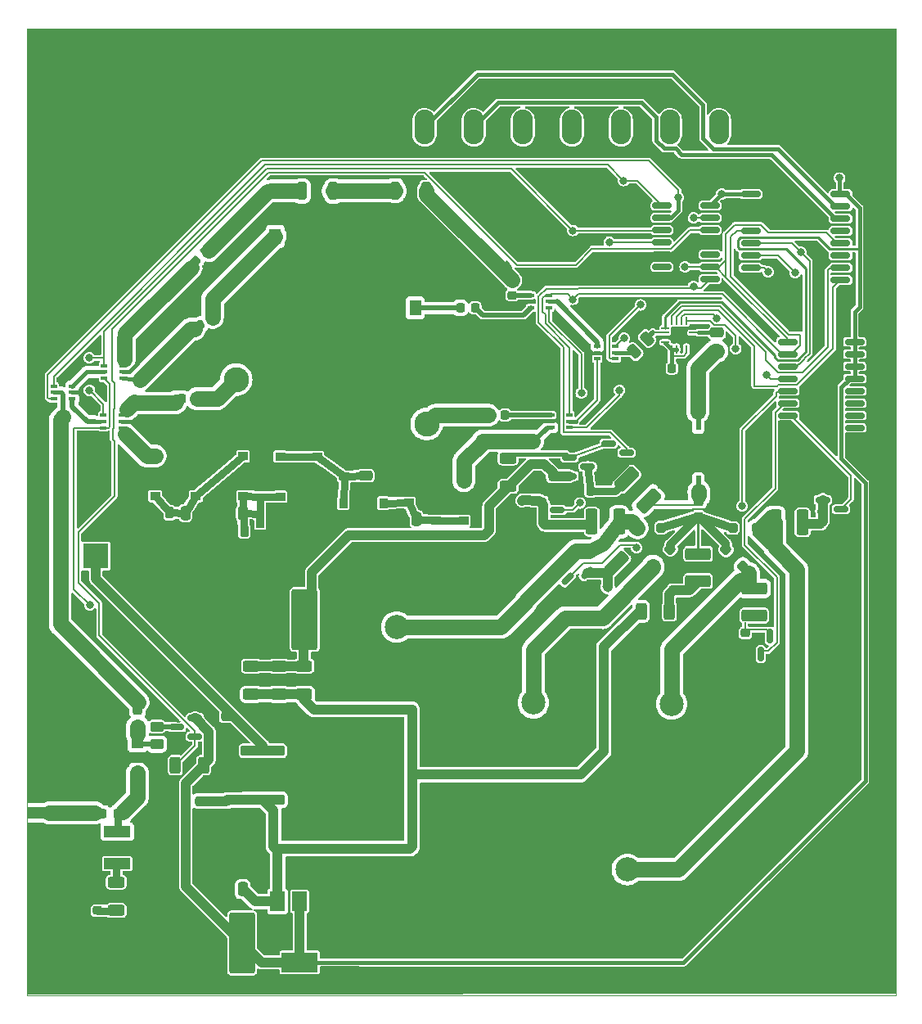
<source format=gbr>
%TF.GenerationSoftware,KiCad,Pcbnew,(7.0.0-0)*%
%TF.CreationDate,2023-05-05T15:08:26+02:00*%
%TF.ProjectId,Filter-forest-v3,46696c74-6572-42d6-966f-726573742d76,rev?*%
%TF.SameCoordinates,Original*%
%TF.FileFunction,Copper,L1,Top*%
%TF.FilePolarity,Positive*%
%FSLAX46Y46*%
G04 Gerber Fmt 4.6, Leading zero omitted, Abs format (unit mm)*
G04 Created by KiCad (PCBNEW (7.0.0-0)) date 2023-05-05 15:08:26*
%MOMM*%
%LPD*%
G01*
G04 APERTURE LIST*
G04 Aperture macros list*
%AMRoundRect*
0 Rectangle with rounded corners*
0 $1 Rounding radius*
0 $2 $3 $4 $5 $6 $7 $8 $9 X,Y pos of 4 corners*
0 Add a 4 corners polygon primitive as box body*
4,1,4,$2,$3,$4,$5,$6,$7,$8,$9,$2,$3,0*
0 Add four circle primitives for the rounded corners*
1,1,$1+$1,$2,$3*
1,1,$1+$1,$4,$5*
1,1,$1+$1,$6,$7*
1,1,$1+$1,$8,$9*
0 Add four rect primitives between the rounded corners*
20,1,$1+$1,$2,$3,$4,$5,0*
20,1,$1+$1,$4,$5,$6,$7,0*
20,1,$1+$1,$6,$7,$8,$9,0*
20,1,$1+$1,$8,$9,$2,$3,0*%
%AMFreePoly0*
4,1,9,3.862500,-0.866500,0.737500,-0.866500,0.737500,-0.450000,-0.737500,-0.450000,-0.737500,0.450000,0.737500,0.450000,0.737500,0.866500,3.862500,0.866500,3.862500,-0.866500,3.862500,-0.866500,$1*%
G04 Aperture macros list end*
%TA.AperFunction,SMDPad,CuDef*%
%ADD10RoundRect,0.250000X-0.600000X-0.600000X0.600000X-0.600000X0.600000X0.600000X-0.600000X0.600000X0*%
%TD*%
%TA.AperFunction,ComponentPad*%
%ADD11C,0.600000*%
%TD*%
%TA.AperFunction,SMDPad,CuDef*%
%ADD12RoundRect,0.062500X-0.062500X-0.337500X0.062500X-0.337500X0.062500X0.337500X-0.062500X0.337500X0*%
%TD*%
%TA.AperFunction,SMDPad,CuDef*%
%ADD13RoundRect,0.062500X-0.337500X-0.062500X0.337500X-0.062500X0.337500X0.062500X-0.337500X0.062500X0*%
%TD*%
%TA.AperFunction,SMDPad,CuDef*%
%ADD14RoundRect,0.250000X-0.475000X0.250000X-0.475000X-0.250000X0.475000X-0.250000X0.475000X0.250000X0*%
%TD*%
%TA.AperFunction,SMDPad,CuDef*%
%ADD15RoundRect,0.250000X0.159099X-0.512652X0.512652X-0.159099X-0.159099X0.512652X-0.512652X0.159099X0*%
%TD*%
%TA.AperFunction,SMDPad,CuDef*%
%ADD16RoundRect,0.225000X-0.225000X-0.250000X0.225000X-0.250000X0.225000X0.250000X-0.225000X0.250000X0*%
%TD*%
%TA.AperFunction,SMDPad,CuDef*%
%ADD17R,2.700000X1.150000*%
%TD*%
%TA.AperFunction,SMDPad,CuDef*%
%ADD18RoundRect,0.250000X-0.375000X-1.075000X0.375000X-1.075000X0.375000X1.075000X-0.375000X1.075000X0*%
%TD*%
%TA.AperFunction,SMDPad,CuDef*%
%ADD19RoundRect,0.250000X-1.025305X-0.494975X-0.494975X-1.025305X1.025305X0.494975X0.494975X1.025305X0*%
%TD*%
%TA.AperFunction,SMDPad,CuDef*%
%ADD20RoundRect,0.250000X-1.075000X0.375000X-1.075000X-0.375000X1.075000X-0.375000X1.075000X0.375000X0*%
%TD*%
%TA.AperFunction,SMDPad,CuDef*%
%ADD21RoundRect,0.250000X0.375000X1.075000X-0.375000X1.075000X-0.375000X-1.075000X0.375000X-1.075000X0*%
%TD*%
%TA.AperFunction,SMDPad,CuDef*%
%ADD22RoundRect,0.250000X1.075000X-0.375000X1.075000X0.375000X-1.075000X0.375000X-1.075000X-0.375000X0*%
%TD*%
%TA.AperFunction,SMDPad,CuDef*%
%ADD23RoundRect,0.250000X0.250000X0.475000X-0.250000X0.475000X-0.250000X-0.475000X0.250000X-0.475000X0*%
%TD*%
%TA.AperFunction,SMDPad,CuDef*%
%ADD24RoundRect,0.250000X-0.250000X-0.475000X0.250000X-0.475000X0.250000X0.475000X-0.250000X0.475000X0*%
%TD*%
%TA.AperFunction,SMDPad,CuDef*%
%ADD25R,0.650000X0.400000*%
%TD*%
%TA.AperFunction,SMDPad,CuDef*%
%ADD26RoundRect,0.250000X0.625000X-0.312500X0.625000X0.312500X-0.625000X0.312500X-0.625000X-0.312500X0*%
%TD*%
%TA.AperFunction,SMDPad,CuDef*%
%ADD27RoundRect,0.150000X-0.825000X-0.150000X0.825000X-0.150000X0.825000X0.150000X-0.825000X0.150000X0*%
%TD*%
%TA.AperFunction,ComponentPad*%
%ADD28R,2.600000X2.600000*%
%TD*%
%TA.AperFunction,ComponentPad*%
%ADD29O,2.600000X2.600000*%
%TD*%
%TA.AperFunction,SMDPad,CuDef*%
%ADD30RoundRect,0.249600X-0.270400X-0.650400X0.270400X-0.650400X0.270400X0.650400X-0.270400X0.650400X0*%
%TD*%
%TA.AperFunction,SMDPad,CuDef*%
%ADD31RoundRect,0.152500X-0.152500X-0.470000X0.152500X-0.470000X0.152500X0.470000X-0.152500X0.470000X0*%
%TD*%
%TA.AperFunction,ComponentPad*%
%ADD32C,0.610000*%
%TD*%
%TA.AperFunction,ComponentPad*%
%ADD33C,2.610000*%
%TD*%
%TA.AperFunction,ComponentPad*%
%ADD34O,1.800000X1.000000*%
%TD*%
%TA.AperFunction,SMDPad,CuDef*%
%ADD35RoundRect,0.250000X-0.625000X0.312500X-0.625000X-0.312500X0.625000X-0.312500X0.625000X0.312500X0*%
%TD*%
%TA.AperFunction,SMDPad,CuDef*%
%ADD36RoundRect,0.150000X0.587500X0.150000X-0.587500X0.150000X-0.587500X-0.150000X0.587500X-0.150000X0*%
%TD*%
%TA.AperFunction,ComponentPad*%
%ADD37C,2.500000*%
%TD*%
%TA.AperFunction,ComponentPad*%
%ADD38C,3.500000*%
%TD*%
%TA.AperFunction,SMDPad,CuDef*%
%ADD39RoundRect,0.150000X-0.309359X-0.521491X0.521491X0.309359X0.309359X0.521491X-0.521491X-0.309359X0*%
%TD*%
%TA.AperFunction,SMDPad,CuDef*%
%ADD40RoundRect,0.225000X0.225000X0.250000X-0.225000X0.250000X-0.225000X-0.250000X0.225000X-0.250000X0*%
%TD*%
%TA.AperFunction,SMDPad,CuDef*%
%ADD41RoundRect,0.225000X0.250000X-0.225000X0.250000X0.225000X-0.250000X0.225000X-0.250000X-0.225000X0*%
%TD*%
%TA.AperFunction,SMDPad,CuDef*%
%ADD42RoundRect,0.218750X0.218750X0.381250X-0.218750X0.381250X-0.218750X-0.381250X0.218750X-0.381250X0*%
%TD*%
%TA.AperFunction,SMDPad,CuDef*%
%ADD43RoundRect,0.250000X0.450000X-0.262500X0.450000X0.262500X-0.450000X0.262500X-0.450000X-0.262500X0*%
%TD*%
%TA.AperFunction,SMDPad,CuDef*%
%ADD44R,1.000000X0.850000*%
%TD*%
%TA.AperFunction,SMDPad,CuDef*%
%ADD45R,0.850000X1.000000*%
%TD*%
%TA.AperFunction,SMDPad,CuDef*%
%ADD46RoundRect,0.250000X0.250000X0.250000X-0.250000X0.250000X-0.250000X-0.250000X0.250000X-0.250000X0*%
%TD*%
%TA.AperFunction,SMDPad,CuDef*%
%ADD47RoundRect,0.225000X-0.250000X0.225000X-0.250000X-0.225000X0.250000X-0.225000X0.250000X0.225000X0*%
%TD*%
%TA.AperFunction,SMDPad,CuDef*%
%ADD48RoundRect,0.250000X0.475000X-0.250000X0.475000X0.250000X-0.475000X0.250000X-0.475000X-0.250000X0*%
%TD*%
%TA.AperFunction,SMDPad,CuDef*%
%ADD49RoundRect,0.250000X-2.050000X-0.300000X2.050000X-0.300000X2.050000X0.300000X-2.050000X0.300000X0*%
%TD*%
%TA.AperFunction,SMDPad,CuDef*%
%ADD50RoundRect,0.250000X-2.025000X-2.375000X2.025000X-2.375000X2.025000X2.375000X-2.025000X2.375000X0*%
%TD*%
%TA.AperFunction,SMDPad,CuDef*%
%ADD51RoundRect,0.250002X-4.449998X-5.149998X4.449998X-5.149998X4.449998X5.149998X-4.449998X5.149998X0*%
%TD*%
%TA.AperFunction,ComponentPad*%
%ADD52C,5.600000*%
%TD*%
%TA.AperFunction,SMDPad,CuDef*%
%ADD53RoundRect,0.250000X0.312500X0.625000X-0.312500X0.625000X-0.312500X-0.625000X0.312500X-0.625000X0*%
%TD*%
%TA.AperFunction,SMDPad,CuDef*%
%ADD54RoundRect,0.250000X1.087500X2.900000X-1.087500X2.900000X-1.087500X-2.900000X1.087500X-2.900000X0*%
%TD*%
%TA.AperFunction,SMDPad,CuDef*%
%ADD55RoundRect,0.250000X0.000000X-0.353553X0.353553X0.000000X0.000000X0.353553X-0.353553X0.000000X0*%
%TD*%
%TA.AperFunction,SMDPad,CuDef*%
%ADD56RoundRect,0.225000X0.017678X-0.335876X0.335876X-0.017678X-0.017678X0.335876X-0.335876X0.017678X0*%
%TD*%
%TA.AperFunction,SMDPad,CuDef*%
%ADD57R,0.510000X1.020000*%
%TD*%
%TA.AperFunction,SMDPad,CuDef*%
%ADD58R,4.200000X4.020000*%
%TD*%
%TA.AperFunction,SMDPad,CuDef*%
%ADD59RoundRect,0.150000X-0.587500X-0.150000X0.587500X-0.150000X0.587500X0.150000X-0.587500X0.150000X0*%
%TD*%
%TA.AperFunction,SMDPad,CuDef*%
%ADD60RoundRect,0.218750X0.381250X-0.218750X0.381250X0.218750X-0.381250X0.218750X-0.381250X-0.218750X0*%
%TD*%
%TA.AperFunction,SMDPad,CuDef*%
%ADD61R,3.600000X1.270000*%
%TD*%
%TA.AperFunction,SMDPad,CuDef*%
%ADD62R,4.200000X1.350000*%
%TD*%
%TA.AperFunction,SMDPad,CuDef*%
%ADD63RoundRect,0.250000X-1.069499X-0.486136X-0.486136X-1.069499X1.069499X0.486136X0.486136X1.069499X0*%
%TD*%
%TA.AperFunction,SMDPad,CuDef*%
%ADD64RoundRect,0.225000X-0.069856X-0.329006X0.319856X-0.104006X0.069856X0.329006X-0.319856X0.104006X0*%
%TD*%
%TA.AperFunction,SMDPad,CuDef*%
%ADD65R,1.200000X1.600000*%
%TD*%
%TA.AperFunction,SMDPad,CuDef*%
%ADD66RoundRect,0.250000X-0.250000X-0.250000X0.250000X-0.250000X0.250000X0.250000X-0.250000X0.250000X0*%
%TD*%
%TA.AperFunction,SMDPad,CuDef*%
%ADD67RoundRect,0.150000X0.150000X-0.587500X0.150000X0.587500X-0.150000X0.587500X-0.150000X-0.587500X0*%
%TD*%
%TA.AperFunction,ComponentPad*%
%ADD68RoundRect,0.249999X0.790001X1.550001X-0.790001X1.550001X-0.790001X-1.550001X0.790001X-1.550001X0*%
%TD*%
%TA.AperFunction,ComponentPad*%
%ADD69O,2.080000X3.600000*%
%TD*%
%TA.AperFunction,SMDPad,CuDef*%
%ADD70RoundRect,0.250000X0.353553X0.000000X0.000000X0.353553X-0.353553X0.000000X0.000000X-0.353553X0*%
%TD*%
%TA.AperFunction,SMDPad,CuDef*%
%ADD71RoundRect,0.150000X-0.875000X-0.150000X0.875000X-0.150000X0.875000X0.150000X-0.875000X0.150000X0*%
%TD*%
%TA.AperFunction,SMDPad,CuDef*%
%ADD72RoundRect,0.150000X-0.837500X-0.150000X0.837500X-0.150000X0.837500X0.150000X-0.837500X0.150000X0*%
%TD*%
%TA.AperFunction,SMDPad,CuDef*%
%ADD73R,1.300000X0.900000*%
%TD*%
%TA.AperFunction,SMDPad,CuDef*%
%ADD74FreePoly0,180.000000*%
%TD*%
%TA.AperFunction,SMDPad,CuDef*%
%ADD75R,1.500000X2.000000*%
%TD*%
%TA.AperFunction,SMDPad,CuDef*%
%ADD76R,3.800000X2.000000*%
%TD*%
%TA.AperFunction,ViaPad*%
%ADD77C,0.800000*%
%TD*%
%TA.AperFunction,Conductor*%
%ADD78C,0.250000*%
%TD*%
%TA.AperFunction,Conductor*%
%ADD79C,0.200000*%
%TD*%
%TA.AperFunction,Conductor*%
%ADD80C,1.600000*%
%TD*%
%TA.AperFunction,Conductor*%
%ADD81C,0.500000*%
%TD*%
%TA.AperFunction,Conductor*%
%ADD82C,0.400000*%
%TD*%
%TA.AperFunction,Conductor*%
%ADD83C,0.800000*%
%TD*%
%TA.AperFunction,Conductor*%
%ADD84C,1.000000*%
%TD*%
%TA.AperFunction,Conductor*%
%ADD85C,0.450000*%
%TD*%
%TA.AperFunction,Conductor*%
%ADD86C,1.400000*%
%TD*%
%TA.AperFunction,Conductor*%
%ADD87C,0.850000*%
%TD*%
%TA.AperFunction,Profile*%
%ADD88C,0.100000*%
%TD*%
G04 APERTURE END LIST*
D10*
%TO.P,U106,17,GND*%
%TO.N,GND*%
X143750000Y-61690000D03*
D11*
X143750000Y-61690000D03*
X144300000Y-61690000D03*
X143200000Y-61690000D03*
X143750000Y-61140000D03*
X143750000Y-62240000D03*
X144300000Y-62240000D03*
X143200000Y-61140000D03*
X143200000Y-62240000D03*
X144300000Y-61140000D03*
D12*
%TO.P,U106,16,V4*%
%TO.N,Net-(U101-P5)*%
X143000000Y-60240000D03*
%TO.P,U106,15,V3*%
%TO.N,Net-(U101-P4)*%
X143500000Y-60240000D03*
%TO.P,U106,14,V2*%
%TO.N,Net-(U101-P3)*%
X144000000Y-60240000D03*
%TO.P,U106,13,V1*%
%TO.N,Net-(U101-P2)*%
X144500000Y-60240000D03*
D13*
%TO.P,U106,12,NC*%
%TO.N,GND*%
X145200000Y-60940000D03*
%TO.P,U106,11,RF2*%
%TO.N,Net-(U106-RF2)*%
X145200000Y-61440000D03*
%TO.P,U106,10,NC*%
%TO.N,GND*%
X145200000Y-61940000D03*
%TO.P,U106,9,NC*%
X145200000Y-62440000D03*
D12*
%TO.P,U106,8,RFGND4*%
%TO.N,Net-(U106-RFGND1)*%
X144500000Y-63140000D03*
%TO.P,U106,7,NC*%
%TO.N,GND*%
X144000000Y-63140000D03*
%TO.P,U106,6,RFGND3*%
%TO.N,Net-(U106-RFGND1)*%
X143500000Y-63140000D03*
%TO.P,U106,5,RFGND2*%
X143000000Y-63140000D03*
D13*
%TO.P,U106,4,RFGND1*%
X142300000Y-62440000D03*
%TO.P,U106,3,NC*%
%TO.N,GND*%
X142300000Y-61940000D03*
%TO.P,U106,2,RF1*%
%TO.N,Net-(U106-RF1)*%
X142300000Y-61440000D03*
%TO.P,U106,1,VDD*%
%TO.N,VDD*%
X142300000Y-60940000D03*
%TD*%
D14*
%TO.P,C119,1*%
%TO.N,Net-(U106-RF2)*%
X147640000Y-61440000D03*
%TO.P,C119,2*%
%TO.N,RF_Filtered*%
X147640000Y-63340000D03*
%TD*%
D15*
%TO.P,C118,1*%
%TO.N,Net-(U114-J1)*%
X139078249Y-63381751D03*
%TO.P,C118,2*%
%TO.N,Net-(U106-RF1)*%
X140421751Y-62038249D03*
%TD*%
D16*
%TO.P,C117,1*%
%TO.N,GND*%
X141435000Y-65100000D03*
%TO.P,C117,2*%
%TO.N,Net-(U106-RFGND1)*%
X142985000Y-65100000D03*
%TD*%
D17*
%TO.P,L111,2,2*%
%TO.N,Net-(L111-Pad2)*%
X85579999Y-116349999D03*
%TO.P,L111,1,1*%
%TO.N,Net-(C129-Pad2)*%
X85579999Y-113049999D03*
%TD*%
D18*
%TO.P,L116,1,1*%
%TO.N,Net-(Q102-D)*%
X134707500Y-81000000D03*
%TO.P,L116,2,2*%
%TO.N,/RFOUT23*%
X137507500Y-81000000D03*
%TD*%
D19*
%TO.P,L119,1,1*%
%TO.N,Net-(Q105-D)*%
X137300051Y-85290051D03*
%TO.P,L119,2,2*%
%TO.N,/RFOUT2*%
X139279949Y-87269949D03*
%TD*%
D20*
%TO.P,L105,1,1*%
%TO.N,Net-(D104-A)*%
X145710000Y-84317500D03*
%TO.P,L105,2,2*%
%TO.N,Net-(C141-Pad2)*%
X145710000Y-87117500D03*
%TD*%
D21*
%TO.P,L121,1,1*%
%TO.N,Net-(Q108-D)*%
X156500000Y-81050000D03*
%TO.P,L121,2,2*%
%TO.N,/RFOUT6*%
X153700000Y-81050000D03*
%TD*%
D22*
%TO.P,L120,1,1*%
%TO.N,Net-(Q107-D)*%
X151520000Y-90702500D03*
%TO.P,L120,2,2*%
%TO.N,/RFOUT70*%
X151520000Y-87902500D03*
%TD*%
D23*
%TO.P,C109,1*%
%TO.N,Net-(C103-Pad1)*%
X98580000Y-80100000D03*
%TO.P,C109,2*%
%TO.N,GND*%
X96680000Y-80100000D03*
%TD*%
D24*
%TO.P,C107,1*%
%TO.N,Net-(C102-Pad1)*%
X92640000Y-80090000D03*
%TO.P,C107,2*%
%TO.N,GND*%
X94540000Y-80090000D03*
%TD*%
D25*
%TO.P,U107,1,J3*%
%TO.N,Net-(U107-J3)*%
X86119999Y-66149999D03*
%TO.P,U107,2,GND*%
%TO.N,GND*%
X86119999Y-65499999D03*
%TO.P,U107,3,J2*%
%TO.N,Net-(U107-J2)*%
X86119999Y-64849999D03*
%TO.P,U107,4,V1*%
%TO.N,VC1*%
X84219999Y-64849999D03*
%TO.P,U107,5,J1*%
%TO.N,Net-(U104-J2)*%
X84219999Y-65499999D03*
%TO.P,U107,6,V2*%
%TO.N,VC1_L*%
X84219999Y-66149999D03*
%TD*%
D26*
%TO.P,R106,1*%
%TO.N,+11V*%
X126040000Y-77322500D03*
%TO.P,R106,2*%
%TO.N,Net-(Q104-G)*%
X126040000Y-74397500D03*
%TD*%
D27*
%TO.P,U105,1*%
%TO.N,VC2*%
X141975000Y-48280000D03*
%TO.P,U105,2*%
%TO.N,VC2_L*%
X141975000Y-49550000D03*
%TO.P,U105,3*%
%TO.N,VC1*%
X141975000Y-50820000D03*
%TO.P,U105,4*%
%TO.N,VC1_L*%
X141975000Y-52090000D03*
%TO.P,U105,5*%
%TO.N,GND*%
X141975000Y-53360000D03*
%TO.P,U105,6*%
%TO.N,unconnected-(U105-Pad6)*%
X141975000Y-54630000D03*
%TO.P,U105,7,GND*%
%TO.N,GND*%
X141975000Y-55900000D03*
%TO.P,U105,8*%
%TO.N,Net-(Q110-G)*%
X146925000Y-55900000D03*
%TO.P,U105,9*%
%TO.N,/TXEN_L*%
X146925000Y-54630000D03*
%TO.P,U105,10*%
%TO.N,unconnected-(U105-Pad10)*%
X146925000Y-53360000D03*
%TO.P,U105,11*%
%TO.N,GND*%
X146925000Y-52090000D03*
%TO.P,U105,12*%
%TO.N,Net-(Q101-G)*%
X146925000Y-50820000D03*
%TO.P,U105,13*%
%TO.N,Net-(Q110-G)*%
X146925000Y-49550000D03*
%TO.P,U105,14,VCC*%
%TO.N,VDD*%
X146925000Y-48280000D03*
%TD*%
D28*
%TO.P,D108,1,K*%
%TO.N,/+15V*%
X83369999Y-84549999D03*
D29*
%TO.P,D108,2,A*%
%TO.N,GND*%
X83369999Y-99789999D03*
%TD*%
D30*
%TO.P,FL104,1,IN*%
%TO.N,Net-(FL104-IN)*%
X104700000Y-46790000D03*
D31*
%TO.P,FL104,2,GND*%
%TO.N,GND*%
X106325000Y-47717500D03*
D32*
X106325000Y-47895000D03*
D30*
%TO.P,FL104,3,OUT*%
%TO.N,Net-(FL104-OUT)*%
X107950000Y-46790000D03*
D32*
%TO.P,FL104,4,GND*%
%TO.N,GND*%
X106325000Y-45685000D03*
D31*
X106325000Y-45862500D03*
%TD*%
D33*
%TO.P,FL101,1,IN-*%
%TO.N,GND*%
X97903520Y-70886160D03*
%TO.P,FL101,2,OUT+*%
%TO.N,Net-(FL101-OUT+)*%
X117610000Y-70880000D03*
%TO.P,FL101,3,OUT-*%
%TO.N,GND*%
X117610000Y-66280000D03*
%TO.P,FL101,5,IN+*%
%TO.N,Net-(FL101-IN+)*%
X97903520Y-66286160D03*
D34*
%TO.P,FL101,GND,MID-*%
%TO.N,GND*%
X100119999Y-64889999D03*
X100219999Y-72289999D03*
D33*
X105420000Y-66290000D03*
D34*
X107619999Y-64889999D03*
X107719999Y-72289999D03*
X115119999Y-64889999D03*
X115219999Y-72289999D03*
%TD*%
D35*
%TO.P,R107,1*%
%TO.N,+11V*%
X104900000Y-95927500D03*
%TO.P,R107,2*%
%TO.N,+12V*%
X104900000Y-98852500D03*
%TD*%
D36*
%TO.P,Q108,1,G*%
%TO.N,Net-(Q108-G)*%
X160477500Y-79680000D03*
%TO.P,Q108,2,S*%
%TO.N,GND*%
X160477500Y-77780000D03*
%TO.P,Q108,3,D*%
%TO.N,Net-(Q108-D)*%
X158602500Y-78730000D03*
%TD*%
D37*
%TO.P,J108,1,In*%
%TO.N,/RFOUT2*%
X128660000Y-99710000D03*
D38*
%TO.P,J108,2,Ext*%
%TO.N,GND*%
X124260000Y-95410000D03*
X124360000Y-103910000D03*
X132960000Y-95410000D03*
X132960000Y-104010000D03*
%TD*%
D39*
%TO.P,Q105,1,G*%
%TO.N,Net-(Q105-G)*%
X132225336Y-86921161D03*
%TO.P,Q105,2,S*%
%TO.N,GND*%
X133568839Y-88264664D03*
%TO.P,Q105,3,D*%
%TO.N,Net-(Q105-D)*%
X134222913Y-86267087D03*
%TD*%
D40*
%TO.P,C150,1*%
%TO.N,+11V*%
X130652500Y-76290000D03*
%TO.P,C150,2*%
%TO.N,GND*%
X129102500Y-76290000D03*
%TD*%
D35*
%TO.P,R108,1*%
%TO.N,+11V*%
X102300000Y-95927500D03*
%TO.P,R108,2*%
%TO.N,+12V*%
X102300000Y-98852500D03*
%TD*%
D41*
%TO.P,C137,1*%
%TO.N,Net-(C137-Pad1)*%
X83500000Y-121215000D03*
%TO.P,C137,2*%
%TO.N,GND*%
X83500000Y-119665000D03*
%TD*%
D42*
%TO.P,L102,1*%
%TO.N,Net-(C103-Pad1)*%
X98732500Y-81960000D03*
%TO.P,L102,2*%
%TO.N,GND*%
X96607500Y-81960000D03*
%TD*%
D43*
%TO.P,L112,1,1*%
%TO.N,/RF1*%
X89680000Y-104002500D03*
%TO.P,L112,2,2*%
%TO.N,Net-(Q101-D)*%
X89680000Y-102177500D03*
%TD*%
D44*
%TO.P,C102,1*%
%TO.N,Net-(C102-Pad1)*%
X89509999Y-78344999D03*
%TO.P,C102,2*%
%TO.N,Net-(U108-J3)*%
X89509999Y-74194999D03*
%TD*%
D23*
%TO.P,C113,1*%
%TO.N,Net-(C105-Pad1)*%
X116560000Y-80700000D03*
%TO.P,C113,2*%
%TO.N,GND*%
X114660000Y-80700000D03*
%TD*%
D44*
%TO.P,C104,1*%
%TO.N,Net-(C104-Pad1)*%
X102459999Y-74254999D03*
%TO.P,C104,2*%
%TO.N,Net-(C103-Pad1)*%
X102459999Y-78404999D03*
%TD*%
D25*
%TO.P,U115,1,J3*%
%TO.N,Net-(U115-J3)*%
X128389999Y-57569999D03*
%TO.P,U115,2,GND*%
%TO.N,GND*%
X128389999Y-58219999D03*
%TO.P,U115,3,J2*%
%TO.N,Net-(U115-J2)*%
X128389999Y-58869999D03*
%TO.P,U115,4,V1*%
%TO.N,VC1_L*%
X130289999Y-58869999D03*
%TO.P,U115,5,J1*%
%TO.N,Net-(U114-J3)*%
X130289999Y-58219999D03*
%TO.P,U115,6,V2*%
%TO.N,VC1*%
X130289999Y-57569999D03*
%TD*%
D41*
%TO.P,C153,1*%
%TO.N,GND*%
X96837500Y-111445000D03*
%TO.P,C153,2*%
%TO.N,+12V*%
X96837500Y-109895000D03*
%TD*%
D45*
%TO.P,C105,1*%
%TO.N,Net-(C105-Pad1)*%
X113124999Y-79059999D03*
%TO.P,C105,2*%
%TO.N,Net-(C104-Pad1)*%
X108974999Y-79059999D03*
%TD*%
D16*
%TO.P,C129,1*%
%TO.N,Net-(J102-In)*%
X84070000Y-111160000D03*
%TO.P,C129,2*%
%TO.N,Net-(C129-Pad2)*%
X85620000Y-111160000D03*
%TD*%
D46*
%TO.P,D109,1,K*%
%TO.N,/RFOUT6*%
X151780000Y-81620000D03*
%TO.P,D109,2,A*%
%TO.N,Net-(D104-A)*%
X149280000Y-81620000D03*
%TD*%
D37*
%TO.P,J106,1,In*%
%TO.N,/RFOUT23*%
X114510000Y-91880000D03*
D38*
%TO.P,J106,2,Ext*%
%TO.N,GND*%
X110110000Y-87580000D03*
X110210000Y-96080000D03*
X118810000Y-87580000D03*
X118810000Y-96180000D03*
%TD*%
D35*
%TO.P,R105,1*%
%TO.N,+11V*%
X99470000Y-95927500D03*
%TO.P,R105,2*%
%TO.N,+12V*%
X99470000Y-98852500D03*
%TD*%
D47*
%TO.P,C143,1*%
%TO.N,Net-(U109-RF_OUT)*%
X145750000Y-78895000D03*
%TO.P,C143,2*%
%TO.N,Net-(D104-A)*%
X145750000Y-80445000D03*
%TD*%
D36*
%TO.P,Q110,1,G*%
%TO.N,Net-(Q110-G)*%
X138297500Y-73860000D03*
%TO.P,Q110,2,S*%
%TO.N,GND*%
X138297500Y-71960000D03*
%TO.P,Q110,3,D*%
%TO.N,Net-(Q104-G)*%
X136422500Y-72910000D03*
%TD*%
D35*
%TO.P,R102,1*%
%TO.N,Net-(L111-Pad2)*%
X85480000Y-118267500D03*
%TO.P,R102,2*%
%TO.N,Net-(C137-Pad1)*%
X85480000Y-121192500D03*
%TD*%
D16*
%TO.P,C115,1*%
%TO.N,Net-(FL109-OUT)*%
X121085000Y-58870000D03*
%TO.P,C115,2*%
%TO.N,Net-(U115-J2)*%
X122635000Y-58870000D03*
%TD*%
D48*
%TO.P,C111,1*%
%TO.N,Net-(C104-Pad1)*%
X111290000Y-76220000D03*
%TO.P,C111,2*%
%TO.N,GND*%
X111290000Y-74320000D03*
%TD*%
D49*
%TO.P,U112,1,IN*%
%TO.N,/+15V*%
X100670000Y-104690000D03*
D50*
%TO.P,U112,2,GND*%
%TO.N,GND*%
X107395000Y-104455000D03*
X107395000Y-110005000D03*
D51*
X109820000Y-107230000D03*
D50*
X112245000Y-104455000D03*
X112245000Y-110005000D03*
D49*
%TO.P,U112,3,OUT*%
%TO.N,+12V*%
X100670000Y-109770000D03*
%TD*%
D44*
%TO.P,C106,1*%
%TO.N,Net-(U113-J2)*%
X121459999Y-76744999D03*
%TO.P,C106,2*%
%TO.N,Net-(C105-Pad1)*%
X121459999Y-80894999D03*
%TD*%
D23*
%TO.P,C152,1*%
%TO.N,+12V*%
X98572500Y-119000000D03*
%TO.P,C152,2*%
%TO.N,GND*%
X96672500Y-119000000D03*
%TD*%
D36*
%TO.P,Q102,1,G*%
%TO.N,Net-(Q102-G)*%
X131147500Y-79760000D03*
%TO.P,Q102,2,S*%
%TO.N,GND*%
X131147500Y-77860000D03*
%TO.P,Q102,3,D*%
%TO.N,Net-(Q102-D)*%
X129272500Y-78810000D03*
%TD*%
D16*
%TO.P,C131,1*%
%TO.N,Net-(U108-J2)*%
X92275000Y-68250000D03*
%TO.P,C131,2*%
%TO.N,Net-(FL101-IN+)*%
X93825000Y-68250000D03*
%TD*%
D30*
%TO.P,FL105,1,IN*%
%TO.N,Net-(FL104-OUT)*%
X114350000Y-46740000D03*
D31*
%TO.P,FL105,2,GND*%
%TO.N,GND*%
X115975000Y-47667500D03*
D32*
X115975000Y-47845000D03*
D30*
%TO.P,FL105,3,OUT*%
%TO.N,Net-(FL105-OUT)*%
X117600000Y-46740000D03*
D32*
%TO.P,FL105,4,GND*%
%TO.N,GND*%
X115975000Y-45635000D03*
D31*
X115975000Y-45812500D03*
%TD*%
D52*
%TO.P,H102,1,1*%
%TO.N,GND*%
X162248804Y-33504383D03*
%TD*%
D41*
%TO.P,C157,1*%
%TO.N,GND*%
X150610000Y-94047500D03*
%TO.P,C157,2*%
%TO.N,Net-(Q107-D)*%
X150610000Y-92497500D03*
%TD*%
D25*
%TO.P,U104,1,J3*%
%TO.N,Net-(U104-J3)*%
X80929999Y-68269999D03*
%TO.P,U104,2,GND*%
%TO.N,GND*%
X80929999Y-67619999D03*
%TO.P,U104,3,J2*%
%TO.N,Net-(U104-J2)*%
X80929999Y-66969999D03*
%TO.P,U104,4,V1*%
%TO.N,VC2*%
X79029999Y-66969999D03*
%TO.P,U104,5,J1*%
%TO.N,/RFCIN*%
X79029999Y-67619999D03*
%TO.P,U104,6,V2*%
%TO.N,VC2_L*%
X79029999Y-68269999D03*
%TD*%
D44*
%TO.P,C112,1*%
%TO.N,Net-(C104-Pad1)*%
X106279999Y-74264999D03*
%TO.P,C112,2*%
%TO.N,GND*%
X106279999Y-78414999D03*
%TD*%
D37*
%TO.P,J110,1,In*%
%TO.N,/RFOUT6*%
X138380000Y-116960000D03*
D38*
%TO.P,J110,2,Ext*%
%TO.N,GND*%
X133980000Y-112660000D03*
X134080000Y-121160000D03*
X142680000Y-112660000D03*
X142680000Y-121260000D03*
%TD*%
D53*
%TO.P,R104,1*%
%TO.N,Net-(C141-Pad2)*%
X142732500Y-90240000D03*
%TO.P,R104,2*%
%TO.N,+12V*%
X139807500Y-90240000D03*
%TD*%
D52*
%TO.P,H104,1,1*%
%TO.N,GND*%
X79748804Y-33504383D03*
%TD*%
D25*
%TO.P,U114,1,J3*%
%TO.N,Net-(U114-J3)*%
X135259999Y-62849999D03*
%TO.P,U114,2,GND*%
%TO.N,GND*%
X135259999Y-63499999D03*
%TO.P,U114,3,J2*%
%TO.N,Net-(U113-J1)*%
X135259999Y-64149999D03*
%TO.P,U114,4,V1*%
%TO.N,VC2_L*%
X137159999Y-64149999D03*
%TO.P,U114,5,J1*%
%TO.N,Net-(U114-J1)*%
X137159999Y-63499999D03*
%TO.P,U114,6,V2*%
%TO.N,VC2*%
X137159999Y-62849999D03*
%TD*%
D54*
%TO.P,C151,1*%
%TO.N,VDD*%
X98510000Y-124560000D03*
%TO.P,C151,2*%
%TO.N,GND*%
X92635000Y-124560000D03*
%TD*%
%TO.P,C154,1*%
%TO.N,+11V*%
X104992500Y-91110000D03*
%TO.P,C154,2*%
%TO.N,GND*%
X99117500Y-91110000D03*
%TD*%
D55*
%TO.P,D106,1,K*%
%TO.N,/RFOUT2*%
X141046117Y-85588883D03*
%TO.P,D106,2,A*%
%TO.N,Net-(D104-A)*%
X142813883Y-83821117D03*
%TD*%
D56*
%TO.P,C149,1*%
%TO.N,GND*%
X135251992Y-88838008D03*
%TO.P,C149,2*%
%TO.N,Net-(Q105-D)*%
X136348008Y-87741992D03*
%TD*%
D11*
%TO.P,U109,EP,EP*%
%TO.N,GND*%
X147987500Y-67510800D03*
X143725000Y-67510800D03*
X147412500Y-68294000D03*
X143925000Y-68294000D03*
X147987500Y-69077200D03*
X143725000Y-69077200D03*
X142950000Y-69860400D03*
X147412500Y-69870000D03*
X143925000Y-69870000D03*
X148375000Y-70252000D03*
X141787500Y-70252000D03*
X148375000Y-71035200D03*
X141787500Y-71035200D03*
X149150000Y-71426800D03*
X148375000Y-71818400D03*
X141787500Y-71818400D03*
X143327500Y-72200000D03*
X149150000Y-72210000D03*
X146437500Y-72210000D03*
X145662500Y-72210000D03*
X144887500Y-72210000D03*
X144112500Y-72210000D03*
X148375000Y-72601600D03*
X141787500Y-72601600D03*
X146825000Y-72860000D03*
X146050000Y-72860000D03*
X145275000Y-72860000D03*
X144500000Y-72860000D03*
X143725000Y-72885000D03*
X149150000Y-72993200D03*
X148375000Y-73384800D03*
X141787500Y-73384800D03*
X146437500Y-73510000D03*
X145662500Y-73510000D03*
X144887500Y-73510000D03*
X144112500Y-73510000D03*
X143337500Y-73510000D03*
X149150000Y-73776400D03*
X146825000Y-74160000D03*
X146050000Y-74160000D03*
X145275000Y-74160000D03*
X144500000Y-74160000D03*
X143725000Y-74160000D03*
X148375000Y-74168000D03*
X141787500Y-74168000D03*
X149150000Y-74559600D03*
X146437500Y-74810000D03*
X145662500Y-74810000D03*
X144887500Y-74810000D03*
X144112500Y-74810000D03*
X143337500Y-74810000D03*
X148375000Y-74951200D03*
X141787500Y-74951200D03*
X149150000Y-75342800D03*
X146825000Y-75460000D03*
X146050000Y-75460000D03*
X145275000Y-75460000D03*
X144500000Y-75460000D03*
X143725000Y-75460000D03*
X148375000Y-75734400D03*
X141787500Y-75734400D03*
X149150000Y-76126000D03*
X148375000Y-76517600D03*
X141787500Y-76517600D03*
X149150000Y-76909200D03*
X148375000Y-77300800D03*
X141787500Y-77300800D03*
X144312500Y-77692400D03*
X142950000Y-77692400D03*
X143725000Y-78475600D03*
D57*
%TO.P,U109,GND,GND*%
X146992499Y-71104999D03*
X144452499Y-71104999D03*
X143182499Y-71104999D03*
D58*
X145087499Y-73859999D03*
D57*
X146992499Y-76614999D03*
X144452499Y-76614999D03*
X143182499Y-76614999D03*
%TO.P,U109,IN,RF_IN*%
%TO.N,RF_Filtered*%
X145727499Y-70979999D03*
%TO.P,U109,OUT,RF_OUT*%
%TO.N,Net-(U109-RF_OUT)*%
X145727499Y-76759999D03*
%TD*%
D42*
%TO.P,L101,1*%
%TO.N,Net-(C102-Pad1)*%
X91012500Y-80050000D03*
%TO.P,L101,2*%
%TO.N,GND*%
X88887500Y-80050000D03*
%TD*%
D40*
%TO.P,C158,1*%
%TO.N,GND*%
X159855000Y-81220000D03*
%TO.P,C158,2*%
%TO.N,Net-(Q108-D)*%
X158305000Y-81220000D03*
%TD*%
D25*
%TO.P,U113,1,J3*%
%TO.N,Net-(U113-J3)*%
X130489999Y-69949999D03*
%TO.P,U113,2,GND*%
%TO.N,GND*%
X130489999Y-70599999D03*
%TO.P,U113,3,J2*%
%TO.N,Net-(U113-J2)*%
X130489999Y-71249999D03*
%TO.P,U113,4,V1*%
%TO.N,VC1_L*%
X132389999Y-71249999D03*
%TO.P,U113,5,J1*%
%TO.N,Net-(U113-J1)*%
X132389999Y-70599999D03*
%TO.P,U113,6,V2*%
%TO.N,VC1*%
X132389999Y-69949999D03*
%TD*%
D59*
%TO.P,Q104,1,G*%
%TO.N,Net-(Q104-G)*%
X132410000Y-74370000D03*
%TO.P,Q104,2,S*%
%TO.N,+11V*%
X132410000Y-76270000D03*
%TO.P,Q104,3,D*%
%TO.N,Net-(Q104-D)*%
X134285000Y-75320000D03*
%TD*%
D16*
%TO.P,C144,1*%
%TO.N,GND*%
X128355000Y-81320000D03*
%TO.P,C144,2*%
%TO.N,Net-(Q102-D)*%
X129905000Y-81320000D03*
%TD*%
D60*
%TO.P,L103,1*%
%TO.N,Net-(C104-Pad1)*%
X109140000Y-76332500D03*
%TO.P,L103,2*%
%TO.N,GND*%
X109140000Y-74207500D03*
%TD*%
D47*
%TO.P,C116,1*%
%TO.N,Net-(FL105-OUT)*%
X126480000Y-56015000D03*
%TO.P,C116,2*%
%TO.N,Net-(U115-J3)*%
X126480000Y-57565000D03*
%TD*%
D37*
%TO.P,J109,1,In*%
%TO.N,/RFOUT70*%
X142970000Y-99840000D03*
D38*
%TO.P,J109,2,Ext*%
%TO.N,GND*%
X138570000Y-95540000D03*
X138670000Y-104040000D03*
X147270000Y-95540000D03*
X147270000Y-104140000D03*
%TD*%
D25*
%TO.P,U108,1,J3*%
%TO.N,Net-(U108-J3)*%
X86059999Y-71269999D03*
%TO.P,U108,2,GND*%
%TO.N,GND*%
X86059999Y-70619999D03*
%TO.P,U108,3,J2*%
%TO.N,Net-(U108-J2)*%
X86059999Y-69969999D03*
%TO.P,U108,4,V1*%
%TO.N,VC1*%
X84159999Y-69969999D03*
%TO.P,U108,5,J1*%
%TO.N,Net-(U104-J3)*%
X84159999Y-70619999D03*
%TO.P,U108,6,V2*%
%TO.N,VC1_L*%
X84159999Y-71269999D03*
%TD*%
D44*
%TO.P,C103,1*%
%TO.N,Net-(C103-Pad1)*%
X98599999Y-78374999D03*
%TO.P,C103,2*%
%TO.N,Net-(C102-Pad1)*%
X98599999Y-74224999D03*
%TD*%
D61*
%TO.P,J102,1,In*%
%TO.N,Net-(J102-In)*%
X78132499Y-111079999D03*
D62*
%TO.P,J102,2,Ext*%
%TO.N,GND*%
X78332499Y-108254999D03*
X78332499Y-113904999D03*
%TD*%
D63*
%TO.P,L117,1,1*%
%TO.N,Net-(Q104-D)*%
X138345146Y-76595146D03*
%TO.P,L117,2,2*%
%TO.N,Net-(U109-RF_OUT)*%
X140554854Y-78804854D03*
%TD*%
D64*
%TO.P,C133,1*%
%TO.N,Net-(U107-J3)*%
X94098830Y-60637500D03*
%TO.P,C133,2*%
%TO.N,Net-(FL109-IN)*%
X95441170Y-59862500D03*
%TD*%
D65*
%TO.P,FL109,1,IN*%
%TO.N,Net-(FL109-IN)*%
X101939999Y-51459999D03*
X101939999Y-51459999D03*
%TO.P,FL109,2,GND*%
%TO.N,GND*%
X101939999Y-58859999D03*
X101939999Y-58859999D03*
%TO.P,FL109,7,OUT*%
%TO.N,Net-(FL109-OUT)*%
X116439999Y-58859999D03*
%TO.P,FL109,8,GND*%
%TO.N,GND*%
X116439999Y-51459999D03*
%TO.P,FL109,GND,GND*%
X105139999Y-51459999D03*
X105139999Y-58859999D03*
X107589999Y-51459999D03*
X107589999Y-58859999D03*
X110789999Y-51459999D03*
X110789999Y-58859999D03*
X113239999Y-51459999D03*
X113239999Y-58859999D03*
%TD*%
D66*
%TO.P,D104,1,K*%
%TO.N,/RFOUT23*%
X139390000Y-81605000D03*
%TO.P,D104,2,A*%
%TO.N,Net-(D104-A)*%
X141890000Y-81605000D03*
%TD*%
D48*
%TO.P,C155,1*%
%TO.N,GND*%
X94357500Y-111780000D03*
%TO.P,C155,2*%
%TO.N,+12V*%
X94357500Y-109880000D03*
%TD*%
%TO.P,C156,1*%
%TO.N,GND*%
X97050000Y-103020000D03*
%TO.P,C156,2*%
%TO.N,/+15V*%
X97050000Y-101120000D03*
%TD*%
D67*
%TO.P,Q107,1,G*%
%TO.N,Net-(Q107-G)*%
X152190000Y-94682500D03*
%TO.P,Q107,2,S*%
%TO.N,GND*%
X154090000Y-94682500D03*
%TO.P,Q107,3,D*%
%TO.N,Net-(Q107-D)*%
X153140000Y-92807500D03*
%TD*%
D68*
%TO.P,J112,1,Pin_1*%
%TO.N,GND*%
X152950000Y-40190000D03*
D69*
%TO.P,J112,2,Pin_2*%
%TO.N,/+15V*%
X147869999Y-40189999D03*
%TO.P,J112,3,Pin_3*%
%TO.N,unconnected-(J112-Pin_3-Pad3)*%
X142789999Y-40189999D03*
%TO.P,J112,4,Pin_4*%
%TO.N,/TXEN_L*%
X137709999Y-40189999D03*
%TO.P,J112,5,Pin_5*%
%TO.N,VC2*%
X132629999Y-40189999D03*
%TO.P,J112,6,Pin_6*%
%TO.N,VC1*%
X127549999Y-40189999D03*
%TO.P,J112,7,Pin_7*%
%TO.N,/SCL*%
X122469999Y-40189999D03*
%TO.P,J112,8,Pin_8*%
%TO.N,/SDA*%
X117389999Y-40189999D03*
%TD*%
D52*
%TO.P,H101,1,1*%
%TO.N,GND*%
X79748804Y-126504383D03*
%TD*%
D70*
%TO.P,D107,1,K*%
%TO.N,/RFOUT70*%
X150343883Y-85623883D03*
%TO.P,D107,2,A*%
%TO.N,Net-(D104-A)*%
X148576117Y-83856117D03*
%TD*%
D41*
%TO.P,C130,1*%
%TO.N,/RF1*%
X87700000Y-102085000D03*
%TO.P,C130,2*%
%TO.N,/RFCIN*%
X87700000Y-100535000D03*
%TD*%
D71*
%TO.P,U101,1,A0*%
%TO.N,VDD*%
X151140000Y-47100000D03*
%TO.P,U101,2,A1*%
%TO.N,GND*%
X151140000Y-48370000D03*
%TO.P,U101,3,A2*%
X151140000Y-49640000D03*
%TO.P,U101,4,P0*%
%TO.N,VC1*%
X151140000Y-50910000D03*
%TO.P,U101,5,P1*%
%TO.N,VC2*%
X151140000Y-52180000D03*
%TO.P,U101,6,P2*%
%TO.N,Net-(U101-P2)*%
X151140000Y-53450000D03*
%TO.P,U101,7,P3*%
%TO.N,Net-(U101-P3)*%
X151140000Y-54720000D03*
%TO.P,U101,8,VSS*%
%TO.N,GND*%
X151140000Y-55990000D03*
%TO.P,U101,9,P4*%
%TO.N,Net-(U101-P4)*%
X160440000Y-55990000D03*
%TO.P,U101,10,P5*%
%TO.N,Net-(U101-P5)*%
X160440000Y-54720000D03*
%TO.P,U101,11,P6*%
%TO.N,unconnected-(U101-P6-Pad11)*%
X160440000Y-53450000D03*
%TO.P,U101,12,P7*%
%TO.N,/TXEN_L*%
X160440000Y-52180000D03*
%TO.P,U101,13,~{INT}*%
%TO.N,unconnected-(U101-~{INT}-Pad13)*%
X160440000Y-50910000D03*
%TO.P,U101,14,SCL*%
%TO.N,/SCL*%
X160440000Y-49640000D03*
%TO.P,U101,15,SDA*%
%TO.N,/SDA*%
X160440000Y-48370000D03*
%TO.P,U101,16,VDD*%
%TO.N,VDD*%
X160440000Y-47100000D03*
%TD*%
D72*
%TO.P,U102,1,~{EN}*%
%TO.N,/TXEN_L*%
X154980000Y-62380000D03*
%TO.P,U102,2,A0*%
%TO.N,VC1*%
X154980000Y-63650000D03*
%TO.P,U102,3,A1*%
%TO.N,VC2*%
X154980000Y-64920000D03*
%TO.P,U102,4,Q0*%
%TO.N,Net-(Q102-G)*%
X154980000Y-66190000D03*
%TO.P,U102,5,Q1*%
%TO.N,Net-(Q105-G)*%
X154980000Y-67460000D03*
%TO.P,U102,6,Q2*%
%TO.N,Net-(Q107-G)*%
X154980000Y-68730000D03*
%TO.P,U102,7,Q3*%
%TO.N,Net-(Q108-G)*%
X154980000Y-70000000D03*
%TO.P,U102,8,Vss*%
%TO.N,GND*%
X154980000Y-71270000D03*
%TO.P,U102,9,Q3*%
%TO.N,unconnected-(U102B-Q3-Pad9)*%
X161905000Y-71270000D03*
%TO.P,U102,10,Q2*%
%TO.N,unconnected-(U102B-Q2-Pad10)*%
X161905000Y-70000000D03*
%TO.P,U102,11,Q1*%
%TO.N,unconnected-(U102B-Q1-Pad11)*%
X161905000Y-68730000D03*
%TO.P,U102,12,Q0*%
%TO.N,unconnected-(U102B-Q0-Pad12)*%
X161905000Y-67460000D03*
%TO.P,U102,13,A1*%
%TO.N,VDD*%
X161905000Y-66190000D03*
%TO.P,U102,14,A0*%
X161905000Y-64920000D03*
%TO.P,U102,15,~{EN}*%
X161905000Y-63650000D03*
%TO.P,U102,16,Vdd*%
X161905000Y-62380000D03*
%TD*%
D60*
%TO.P,L104,1*%
%TO.N,Net-(C105-Pad1)*%
X118620000Y-80912500D03*
%TO.P,L104,2*%
%TO.N,GND*%
X118620000Y-78787500D03*
%TD*%
D45*
%TO.P,C110,1*%
%TO.N,Net-(C103-Pad1)*%
X100379999Y-81109999D03*
%TO.P,C110,2*%
%TO.N,GND*%
X104529999Y-81109999D03*
%TD*%
D53*
%TO.P,R103,1*%
%TO.N,VDD*%
X94532500Y-106170000D03*
%TO.P,R103,2*%
%TO.N,Net-(Q101-G)*%
X91607500Y-106170000D03*
%TD*%
D16*
%TO.P,C101,1*%
%TO.N,Net-(FL101-OUT+)*%
X124165000Y-69950000D03*
%TO.P,C101,2*%
%TO.N,Net-(U113-J3)*%
X125715000Y-69950000D03*
%TD*%
D73*
%TO.P,U103,1*%
%TO.N,Net-(C129-Pad2)*%
X87659999Y-106979999D03*
D74*
%TO.P,U103,2,GND*%
%TO.N,GND*%
X87572500Y-105480000D03*
D73*
%TO.P,U103,3*%
%TO.N,/RF1*%
X87659999Y-103979999D03*
%TD*%
D44*
%TO.P,C108,1*%
%TO.N,Net-(C102-Pad1)*%
X93729999Y-78344999D03*
%TO.P,C108,2*%
%TO.N,GND*%
X93729999Y-74194999D03*
%TD*%
%TO.P,C114,1*%
%TO.N,Net-(C105-Pad1)*%
X115749999Y-79014999D03*
%TO.P,C114,2*%
%TO.N,GND*%
X115749999Y-74864999D03*
%TD*%
D36*
%TO.P,Q101,1,G*%
%TO.N,Net-(Q101-G)*%
X93637500Y-103200000D03*
%TO.P,Q101,2,S*%
%TO.N,VDD*%
X93637500Y-101300000D03*
%TO.P,Q101,3,D*%
%TO.N,Net-(Q101-D)*%
X91762500Y-102250000D03*
%TD*%
D16*
%TO.P,C141,1*%
%TO.N,GND*%
X141585000Y-88090000D03*
%TO.P,C141,2*%
%TO.N,Net-(C141-Pad2)*%
X143135000Y-88090000D03*
%TD*%
D56*
%TO.P,C138,1*%
%TO.N,Net-(U107-J2)*%
X93651992Y-54028008D03*
%TO.P,C138,2*%
%TO.N,Net-(FL104-IN)*%
X94748008Y-52931992D03*
%TD*%
D16*
%TO.P,C147,1*%
%TO.N,GND*%
X133022500Y-77820000D03*
%TO.P,C147,2*%
%TO.N,Net-(Q104-D)*%
X134572500Y-77820000D03*
%TD*%
D75*
%TO.P,U111,1,GND*%
%TO.N,GND*%
X106772499Y-120259999D03*
%TO.P,U111,2,VO*%
%TO.N,VDD*%
X104472499Y-120259999D03*
D76*
X104472499Y-126559999D03*
D75*
%TO.P,U111,3,VI*%
%TO.N,+12V*%
X102172499Y-120259999D03*
%TD*%
D52*
%TO.P,H103,1,1*%
%TO.N,GND*%
X162248804Y-126504383D03*
%TD*%
D77*
%TO.N,GND*%
X94600000Y-71440000D03*
X90270000Y-71440000D03*
X151870000Y-60020000D03*
X139380000Y-49600000D03*
%TO.N,Net-(U101-P3)*%
X152942612Y-55145439D03*
X147651198Y-59939696D03*
%TO.N,Net-(U101-P2)*%
X155740000Y-55240000D03*
X149600000Y-63070000D03*
%TO.N,VC2*%
X156340000Y-53110000D03*
%TO.N,GND*%
X94430000Y-113850000D03*
X103940000Y-117070000D03*
X157640000Y-74160000D03*
X161317000Y-74132447D03*
X158190000Y-57780000D03*
X133340000Y-62050000D03*
X127450000Y-70940000D03*
X78900000Y-63510000D03*
X90640000Y-113820000D03*
X82280000Y-91510000D03*
X99800000Y-111590000D03*
X80890000Y-65450000D03*
X128020000Y-77380000D03*
X99720000Y-107670000D03*
X154530000Y-57790000D03*
X83220000Y-76290000D03*
X139600000Y-54530000D03*
X83020000Y-68830000D03*
X100340000Y-117130000D03*
%TO.N,VDD*%
X160350000Y-45440000D03*
X148160000Y-47090000D03*
%TO.N,Net-(Q102-G)*%
X133454891Y-79049963D03*
X152820000Y-65815731D03*
%TO.N,Net-(Q105-G)*%
X139350000Y-83680000D03*
X150270000Y-79360000D03*
%TO.N,/TXEN_L*%
X144360000Y-54630000D03*
%TO.N,VC1*%
X132750000Y-50860000D03*
X132749500Y-57974604D03*
X82700000Y-64030000D03*
X82710000Y-67390000D03*
%TO.N,VC2*%
X138040000Y-62010000D03*
X137995000Y-45695000D03*
%TO.N,VC2_L*%
X139730000Y-58560000D03*
X143660000Y-47470000D03*
%TO.N,VC1_L*%
X82750000Y-89610000D03*
X137550000Y-67390000D03*
X133620000Y-67670000D03*
X136510000Y-52060000D03*
%TO.N,Net-(Q110-G)*%
X145220000Y-56660500D03*
X145230000Y-49570000D03*
%TD*%
D78*
%TO.N,VDD*%
X142300000Y-59795640D02*
X143790640Y-58305000D01*
D79*
%TO.N,VC2*%
X156190086Y-64699501D02*
X156717001Y-64172585D01*
X156119375Y-64699501D02*
X156190086Y-64699501D01*
D78*
%TO.N,VDD*%
X161511751Y-52805000D02*
X161536751Y-52780000D01*
X159343249Y-52780000D02*
X159368249Y-52805000D01*
D79*
%TO.N,Net-(U101-P5)*%
X143000000Y-60240000D02*
X143000000Y-59695976D01*
%TO.N,VC2*%
X156717001Y-64101875D02*
X157239501Y-63579375D01*
D78*
%TO.N,VDD*%
X159340000Y-52780000D02*
X159343249Y-52780000D01*
D79*
%TO.N,Net-(U101-P5)*%
X159115000Y-55005000D02*
X159400000Y-54720000D01*
%TO.N,VC2*%
X155898876Y-64920000D02*
X156119375Y-64699501D01*
D78*
%TO.N,VDD*%
X152211751Y-52805000D02*
X150068249Y-52805000D01*
X153667500Y-63801438D02*
X153667500Y-63996751D01*
X152236751Y-51580000D02*
X158140000Y-51580000D01*
X156814501Y-54814501D02*
X154780000Y-52780000D01*
X150020000Y-52780000D02*
X149815000Y-52575000D01*
X149790000Y-51833249D02*
X150068249Y-51555000D01*
X158140000Y-51580000D02*
X159340000Y-52780000D01*
X150068249Y-52805000D02*
X150043249Y-52780000D01*
X156814501Y-63403335D02*
X156814501Y-54814501D01*
X149790000Y-52526751D02*
X149790000Y-51833249D01*
D79*
%TO.N,VC2*%
X155333896Y-64920000D02*
X155898876Y-64920000D01*
D78*
%TO.N,VDD*%
X154780000Y-52780000D02*
X152236751Y-52780000D01*
X149815000Y-52551751D02*
X149790000Y-52526751D01*
X156292500Y-63925336D02*
X156814501Y-63403335D01*
D79*
%TO.N,Net-(U101-P5)*%
X159400000Y-54720000D02*
X160440000Y-54720000D01*
D78*
%TO.N,VDD*%
X148171062Y-58305000D02*
X153667500Y-63801438D01*
D79*
%TO.N,VC2*%
X157239501Y-63579375D02*
X157239501Y-54009501D01*
D78*
%TO.N,VDD*%
X156014251Y-64275000D02*
X156292500Y-63996751D01*
X150068249Y-51555000D02*
X152211751Y-51555000D01*
X153667500Y-63996751D02*
X153945749Y-64275000D01*
D79*
%TO.N,Net-(U101-P5)*%
X153956104Y-65520000D02*
X156489960Y-65520000D01*
%TO.N,VC2*%
X157239501Y-54009501D02*
X156340000Y-53110000D01*
D78*
%TO.N,VDD*%
X142300000Y-60940000D02*
X142300000Y-59795640D01*
X152236751Y-52780000D02*
X152211751Y-52805000D01*
X153945749Y-64275000D02*
X156014251Y-64275000D01*
X143790640Y-58305000D02*
X148171062Y-58305000D01*
X150043249Y-52780000D02*
X150020000Y-52780000D01*
X152211751Y-51555000D02*
X152236751Y-51580000D01*
D79*
%TO.N,Net-(U101-P5)*%
X152710000Y-64273896D02*
X153956104Y-65520000D01*
X143000000Y-59695976D02*
X143966475Y-58729501D01*
X143966475Y-58729501D02*
X147995227Y-58729501D01*
D78*
%TO.N,VDD*%
X159368249Y-52805000D02*
X161511751Y-52805000D01*
D79*
%TO.N,Net-(U101-P5)*%
X147995227Y-58729501D02*
X152710000Y-63444274D01*
D78*
%TO.N,VDD*%
X156292500Y-63996751D02*
X156292500Y-63925336D01*
D79*
%TO.N,Net-(U101-P5)*%
X159115000Y-62894960D02*
X159115000Y-55005000D01*
X152710000Y-63444274D02*
X152710000Y-64273896D01*
D78*
%TO.N,VDD*%
X161536751Y-52780000D02*
X162400000Y-52780000D01*
D79*
%TO.N,VC2*%
X156717001Y-64172585D02*
X156717001Y-64101875D01*
D78*
%TO.N,VDD*%
X149815000Y-52575000D02*
X149815000Y-52551751D01*
D79*
%TO.N,Net-(U101-P5)*%
X156489960Y-65520000D02*
X159115000Y-62894960D01*
%TO.N,VC1*%
X156267500Y-61620000D02*
X155104923Y-61620000D01*
X155104923Y-61620000D02*
X149090000Y-55605077D01*
X156267500Y-62716396D02*
X156267500Y-61620000D01*
X155333896Y-63650000D02*
X156267500Y-62716396D01*
X149090000Y-55605077D02*
X149090000Y-51520000D01*
X149090000Y-51520000D02*
X149700000Y-50910000D01*
X149700000Y-50910000D02*
X150748604Y-50910000D01*
%TO.N,VC2*%
X136370499Y-44070499D02*
X137995000Y-45695000D01*
X100903816Y-44070499D02*
X136370499Y-44070499D01*
X79030000Y-65944315D02*
X100903816Y-44070499D01*
X141975000Y-48280000D02*
X139390000Y-45695000D01*
X79030000Y-66970000D02*
X79030000Y-65944315D01*
X139390000Y-45695000D02*
X137995000Y-45695000D01*
D80*
%TO.N,Net-(U108-J2)*%
X91680000Y-68600000D02*
X91560000Y-68720000D01*
X91560000Y-68720000D02*
X87415000Y-68720000D01*
D81*
%TO.N,Net-(U104-J3)*%
X83280000Y-70620000D02*
X82480000Y-70620000D01*
X82480000Y-70620000D02*
X80930000Y-69070000D01*
X80930000Y-69070000D02*
X80930000Y-68500000D01*
D79*
%TO.N,VC1_L*%
X82750000Y-89610000D02*
X82730000Y-89610000D01*
X82730000Y-89610000D02*
X81100000Y-87980000D01*
X81100000Y-71270000D02*
X84160000Y-71270000D01*
X81100000Y-87980000D02*
X81100000Y-71270000D01*
%TO.N,/TXEN_L*%
X160048604Y-52180000D02*
X158968604Y-51100000D01*
X158968604Y-51100000D02*
X152991396Y-51100000D01*
X152991396Y-51100000D02*
X152201396Y-50310000D01*
X152201396Y-50310000D02*
X149481396Y-50310000D01*
X149481396Y-50310000D02*
X148520000Y-51271396D01*
X148520000Y-51271396D02*
X148520000Y-53960000D01*
%TO.N,VC1*%
X154430000Y-63650000D02*
X148230499Y-57450499D01*
X148230499Y-57450499D02*
X133273605Y-57450499D01*
X133273605Y-57450499D02*
X132749500Y-57974604D01*
%TO.N,Net-(U101-P4)*%
X143500000Y-60240000D02*
X143500000Y-59761662D01*
X153866104Y-66950000D02*
X153956104Y-66860000D01*
X144132161Y-59129501D02*
X147830247Y-59129501D01*
X147830247Y-59129501D02*
X151520000Y-62819254D01*
X151520000Y-62819254D02*
X151520000Y-66950000D01*
X151520000Y-66950000D02*
X153866104Y-66950000D01*
X143500000Y-59761662D02*
X144132161Y-59129501D01*
X153956104Y-66860000D02*
X155933896Y-66860000D01*
X155933896Y-66860000D02*
X159660000Y-63133896D01*
X159660000Y-63133896D02*
X159660000Y-56770000D01*
X159660000Y-56770000D02*
X160440000Y-55990000D01*
%TO.N,/TXEN_L*%
X148520000Y-53960000D02*
X148520000Y-55650040D01*
X146925000Y-54630000D02*
X147850000Y-54630000D01*
X147850000Y-54630000D02*
X148520000Y-53960000D01*
X148520000Y-55650040D02*
X148664980Y-55795020D01*
X147499960Y-54630000D02*
X148664980Y-55795020D01*
X148664980Y-55795020D02*
X154980000Y-62110040D01*
%TO.N,GND*%
X145200000Y-60940000D02*
X144500000Y-60940000D01*
X144500000Y-60940000D02*
X144300000Y-61140000D01*
X145200000Y-61940000D02*
X144550000Y-61940000D01*
X144550000Y-61940000D02*
X144300000Y-61690000D01*
X145200000Y-62440000D02*
X144500000Y-62440000D01*
X144500000Y-62440000D02*
X144300000Y-62240000D01*
%TO.N,Net-(U101-P3)*%
X144287348Y-59540000D02*
X147251502Y-59540000D01*
X147251502Y-59540000D02*
X147651198Y-59939696D01*
D82*
%TO.N,VDD*%
X162400000Y-58760000D02*
X162400000Y-52780000D01*
X162400000Y-52780000D02*
X162400000Y-48527183D01*
D79*
%TO.N,Net-(U101-P2)*%
X146962259Y-60240000D02*
X147361455Y-60639196D01*
X149600000Y-61780272D02*
X149600000Y-63070000D01*
%TO.N,Net-(U101-P3)*%
X144000000Y-60240000D02*
X144000000Y-59827348D01*
%TO.N,Net-(U101-P2)*%
X148458924Y-60639196D02*
X149600000Y-61780272D01*
X147361455Y-60639196D02*
X148458924Y-60639196D01*
%TO.N,/TXEN_L*%
X154980000Y-62110040D02*
X154980000Y-62343604D01*
%TO.N,Net-(U101-P3)*%
X144000000Y-59827348D02*
X144287348Y-59540000D01*
%TO.N,Net-(U101-P2)*%
X144500000Y-60240000D02*
X146962259Y-60240000D01*
%TO.N,Net-(Q102-G)*%
X154980000Y-66190000D02*
X153194269Y-66190000D01*
X153194269Y-66190000D02*
X152820000Y-65815731D01*
%TO.N,Net-(Q105-G)*%
X153799501Y-67640499D02*
X153980000Y-67460000D01*
X150270000Y-79360000D02*
X150270000Y-71484980D01*
X153799501Y-67795479D02*
X153799501Y-67640499D01*
X153779501Y-67975479D02*
X153779501Y-67815479D01*
X150270000Y-71484980D02*
X153779501Y-67975479D01*
X153779501Y-67815479D02*
X153799501Y-67795479D01*
X153980000Y-67460000D02*
X154980000Y-67460000D01*
%TO.N,VC2_L*%
X136520000Y-61770000D02*
X139730000Y-58560000D01*
X136520000Y-64035000D02*
X136520000Y-61770000D01*
X136635000Y-64150000D02*
X136520000Y-64035000D01*
X137160000Y-64150000D02*
X136635000Y-64150000D01*
%TO.N,Net-(Q110-G)*%
X136636396Y-71750000D02*
X138297500Y-73411104D01*
X131765000Y-62909960D02*
X131765000Y-71750000D01*
X129200000Y-60344960D02*
X131765000Y-62909960D01*
X146925000Y-55900000D02*
X145973001Y-56851999D01*
X129270499Y-57624521D02*
X129200000Y-57695020D01*
X129270499Y-57609501D02*
X129270499Y-57624521D01*
X133307125Y-56851999D02*
X133259124Y-56900000D01*
X145973001Y-56851999D02*
X133307125Y-56851999D01*
X129200000Y-57695020D02*
X129200000Y-60344960D01*
X129980000Y-56900000D02*
X129270499Y-57609501D01*
X133259124Y-56900000D02*
X129980000Y-56900000D01*
X131765000Y-71750000D02*
X136636396Y-71750000D01*
X138297500Y-73411104D02*
X138297500Y-73860000D01*
%TO.N,Net-(U101-P2)*%
X151140000Y-53450000D02*
X153950000Y-53450000D01*
X153950000Y-53450000D02*
X155740000Y-55240000D01*
%TO.N,VC2*%
X151531396Y-52180000D02*
X155410000Y-52180000D01*
X155410000Y-52180000D02*
X156340000Y-53110000D01*
%TO.N,Net-(U101-P3)*%
X152517173Y-54720000D02*
X152942612Y-55145439D01*
X151140000Y-54720000D02*
X152517173Y-54720000D01*
%TO.N,GND*%
X145200000Y-60920000D02*
X145180000Y-60900000D01*
X145200000Y-61940000D02*
X145200000Y-62440000D01*
D82*
%TO.N,Net-(U106-RFGND1)*%
X142985000Y-65100000D02*
X142985000Y-63820000D01*
X142985000Y-63820000D02*
X142985000Y-63155000D01*
D79*
X143005000Y-63840000D02*
X142985000Y-63820000D01*
X144500000Y-63140000D02*
X144500000Y-63552652D01*
X144500000Y-63552652D02*
X144212652Y-63840000D01*
X144212652Y-63840000D02*
X143005000Y-63840000D01*
D82*
X143000000Y-63140000D02*
X142325000Y-62465000D01*
X142325000Y-62465000D02*
X142300000Y-62465000D01*
X143000000Y-63140000D02*
X143475000Y-63140000D01*
X142985000Y-63155000D02*
X143000000Y-63140000D01*
D79*
%TO.N,Net-(U106-RF1)*%
X142300000Y-61440000D02*
X141040000Y-61440000D01*
D81*
X141040000Y-61440000D02*
X140461751Y-62018249D01*
D79*
%TO.N,Net-(U106-RF2)*%
X145200000Y-61440000D02*
X145754074Y-61440000D01*
D82*
X147640000Y-61440000D02*
X145754074Y-61440000D01*
D80*
%TO.N,RF_Filtered*%
X145680000Y-65130000D02*
X147470000Y-63340000D01*
X147470000Y-63340000D02*
X147640000Y-63340000D01*
D82*
%TO.N,VC2_L*%
X142880000Y-49550000D02*
X143660000Y-48770000D01*
X141975000Y-49550000D02*
X142880000Y-49550000D01*
D79*
X100540499Y-43639501D02*
X140594521Y-43639501D01*
X79030000Y-68270000D02*
X78505000Y-68270000D01*
X140594521Y-43639501D02*
X143660000Y-46704980D01*
X143660000Y-46704980D02*
X143660000Y-47470000D01*
X78390000Y-65790000D02*
X100540499Y-43639501D01*
D82*
X143660000Y-48770000D02*
X143660000Y-47470000D01*
D79*
X78505000Y-68270000D02*
X78390000Y-68155000D01*
X78390000Y-68155000D02*
X78390000Y-65790000D01*
D83*
%TO.N,Net-(C129-Pad2)*%
X85620000Y-111160000D02*
X85620000Y-113010000D01*
D82*
%TO.N,GND*%
X87360000Y-70620000D02*
X87490000Y-70490000D01*
X86810000Y-65500000D02*
X87690000Y-64620000D01*
D79*
X145105000Y-79695000D02*
X146415000Y-79695000D01*
X145060000Y-79740000D02*
X145105000Y-79695000D01*
D82*
X86120000Y-65500000D02*
X86810000Y-65500000D01*
D78*
X127790000Y-70600000D02*
X130490000Y-70600000D01*
X129102500Y-76297500D02*
X128020000Y-77380000D01*
X127450000Y-70940000D02*
X127790000Y-70600000D01*
D82*
X80930000Y-67620000D02*
X81630000Y-67620000D01*
D79*
X156610000Y-36710000D02*
X161340000Y-36710000D01*
X146415000Y-79695000D02*
X146420000Y-79690000D01*
D78*
X129102500Y-76290000D02*
X130672500Y-77860000D01*
X134790000Y-63500000D02*
X133340000Y-62050000D01*
D82*
X86060000Y-70620000D02*
X87360000Y-70620000D01*
D79*
X152970000Y-40350000D02*
X156610000Y-36710000D01*
D82*
X87490000Y-70490000D02*
X87530000Y-70490000D01*
D78*
X135260000Y-63500000D02*
X134790000Y-63500000D01*
D83*
%TO.N,Net-(C102-Pad1)*%
X92640000Y-80090000D02*
X91012500Y-80050000D01*
X92640000Y-80090000D02*
X93730000Y-78345000D01*
X93730000Y-78345000D02*
X98600000Y-74225000D01*
X89510000Y-78345000D02*
X91012500Y-80050000D01*
%TO.N,Net-(C103-Pad1)*%
X100383455Y-80170000D02*
X100390000Y-78388912D01*
X100390000Y-78388912D02*
X98600000Y-78375000D01*
X102460000Y-78405000D02*
X100390000Y-78388912D01*
X98580000Y-80100000D02*
X98600000Y-78375000D01*
X100380000Y-81110000D02*
X100383455Y-80170000D01*
X98580000Y-80100000D02*
X98732500Y-81960000D01*
X100383455Y-80170000D02*
X98580000Y-80100000D01*
%TO.N,Net-(C104-Pad1)*%
X106280000Y-74265000D02*
X109140000Y-76332500D01*
X109140000Y-76332500D02*
X111290000Y-76220000D01*
X109140000Y-76332500D02*
X108975000Y-79060000D01*
X102460000Y-74255000D02*
X106280000Y-74265000D01*
%TO.N,Net-(C105-Pad1)*%
X113125000Y-79060000D02*
X115750000Y-79015000D01*
X115750000Y-79015000D02*
X116560000Y-80700000D01*
X116560000Y-80700000D02*
X118620000Y-80912500D01*
X118620000Y-80912500D02*
X121460000Y-80895000D01*
D80*
%TO.N,Net-(FL101-IN+)*%
X93825000Y-68250000D02*
X95939680Y-68250000D01*
X95939680Y-68250000D02*
X97903520Y-66286160D01*
D83*
%TO.N,Net-(C137-Pad1)*%
X83571250Y-121220000D02*
X85528750Y-121220000D01*
D80*
%TO.N,Net-(FL104-IN)*%
X95039004Y-52940996D02*
X101180996Y-46799004D01*
X101500000Y-46790000D02*
X104200000Y-46790000D01*
D84*
%TO.N,+11V*%
X132410000Y-76270000D02*
X130672500Y-76270000D01*
X124060000Y-81860000D02*
X123560000Y-82360000D01*
X130652500Y-76290000D02*
X130652500Y-75915431D01*
X105730000Y-86190000D02*
X105730000Y-90710000D01*
X123560000Y-82360000D02*
X109560000Y-82360000D01*
X124060000Y-79360000D02*
X124060000Y-81860000D01*
X128405000Y-75015000D02*
X124060000Y-79360000D01*
X130652500Y-75915431D02*
X129752069Y-75015000D01*
X129752069Y-75015000D02*
X128405000Y-75015000D01*
X104900000Y-91540000D02*
X104900000Y-95927500D01*
X104900000Y-95927500D02*
X99470000Y-95927500D01*
X130672500Y-76270000D02*
X130652500Y-76290000D01*
X109560000Y-82360000D02*
X105730000Y-86190000D01*
D83*
%TO.N,Net-(Q104-D)*%
X134572500Y-77820000D02*
X134285000Y-75320000D01*
X134572500Y-77820000D02*
X137120292Y-77820000D01*
X137120292Y-77820000D02*
X138345146Y-76595146D01*
D84*
%TO.N,VDD*%
X100510000Y-126560000D02*
X98510000Y-124560000D01*
D82*
X146925000Y-48280000D02*
X148105000Y-47100000D01*
D84*
X104472500Y-126560000D02*
X100510000Y-126560000D01*
D82*
X162400000Y-48527183D02*
X160972817Y-47100000D01*
X161905000Y-66190000D02*
X161905000Y-62380000D01*
X148170000Y-47100000D02*
X151140000Y-47100000D01*
D84*
X93637500Y-101300000D02*
X93677082Y-101300000D01*
D82*
X163000000Y-76950000D02*
X163000000Y-107780000D01*
D84*
X95075000Y-105627500D02*
X94532500Y-106170000D01*
X98510000Y-124560000D02*
X92690000Y-118740000D01*
D82*
X160517500Y-67082183D02*
X160517500Y-74467500D01*
X163000000Y-107780000D02*
X144190000Y-126590000D01*
D84*
X92690000Y-118740000D02*
X92690000Y-108012500D01*
X93677082Y-101300000D02*
X95075000Y-102697918D01*
D82*
X161905000Y-59255000D02*
X162400000Y-58760000D01*
D79*
X148105000Y-47100000D02*
X148150000Y-47100000D01*
D82*
X110750000Y-126560000D02*
X104472500Y-126560000D01*
D84*
X92690000Y-108012500D02*
X94532500Y-106170000D01*
D82*
X160517500Y-74467500D02*
X163000000Y-76950000D01*
X161905000Y-62380000D02*
X161905000Y-59255000D01*
X144190000Y-126590000D02*
X110780000Y-126590000D01*
X161409683Y-66190000D02*
X160517500Y-67082183D01*
D79*
X148150000Y-47100000D02*
X148160000Y-47090000D01*
D84*
X104472500Y-120260000D02*
X104472500Y-126560000D01*
X95075000Y-102697918D02*
X95075000Y-105627500D01*
D82*
X110780000Y-126590000D02*
X110750000Y-126560000D01*
X160350000Y-45440000D02*
X160350000Y-47010000D01*
D79*
X148160000Y-47090000D02*
X148170000Y-47100000D01*
D84*
%TO.N,+12V*%
X139797500Y-90080000D02*
X135940000Y-93937500D01*
X96962500Y-109770000D02*
X96837500Y-109895000D01*
X115880000Y-114820000D02*
X101980000Y-114820000D01*
X100670000Y-109770000D02*
X96962500Y-109770000D01*
X116100000Y-107160000D02*
X116100000Y-114600000D01*
X101980000Y-114820000D02*
X101760000Y-114600000D01*
X135940000Y-104749382D02*
X133529382Y-107160000D01*
X105950000Y-100410000D02*
X116100000Y-100410000D01*
X102172500Y-115012500D02*
X101980000Y-114820000D01*
X116100000Y-114600000D02*
X115880000Y-114820000D01*
X96822500Y-109880000D02*
X96837500Y-109895000D01*
X99470000Y-98852500D02*
X104900000Y-98852500D01*
X101760000Y-110860000D02*
X100670000Y-109770000D01*
X104900000Y-98852500D02*
X104900000Y-99360000D01*
X99832500Y-120260000D02*
X98572500Y-119000000D01*
X104900000Y-99360000D02*
X105950000Y-100410000D01*
X116100000Y-100410000D02*
X116100000Y-107160000D01*
X133529382Y-107160000D02*
X116100000Y-107160000D01*
X101760000Y-114600000D02*
X101760000Y-110860000D01*
X135940000Y-93937500D02*
X135940000Y-104749382D01*
X102172500Y-120260000D02*
X99832500Y-120260000D01*
X94357500Y-109880000D02*
X96822500Y-109880000D01*
X102172500Y-120260000D02*
X102172500Y-115012500D01*
%TO.N,/+15V*%
X83370000Y-86850000D02*
X100670000Y-104150000D01*
X83370000Y-84550000D02*
X83370000Y-86850000D01*
X100670000Y-104150000D02*
X100670000Y-104690000D01*
D80*
%TO.N,Net-(FL104-OUT)*%
X114300000Y-46790000D02*
X114350000Y-46740000D01*
X107950000Y-46790000D02*
X114300000Y-46790000D01*
D83*
%TO.N,Net-(L111-Pad2)*%
X85520000Y-116520000D02*
X85520000Y-117995000D01*
D81*
%TO.N,Net-(Q101-D)*%
X91690000Y-102177500D02*
X91762500Y-102250000D01*
X89680000Y-102177500D02*
X91690000Y-102177500D01*
D79*
%TO.N,Net-(Q101-G)*%
X144856396Y-50820000D02*
X142916396Y-52760000D01*
X133040499Y-54419501D02*
X126977553Y-54419501D01*
X85130000Y-72470194D02*
X85130000Y-71409806D01*
X85310000Y-66675020D02*
X85055479Y-66420499D01*
X117428052Y-44870000D02*
X126977553Y-54419501D01*
X142916396Y-52760000D02*
X134700000Y-52760000D01*
X83710000Y-92746396D02*
X83710000Y-89415020D01*
X81569501Y-87274521D02*
X81569501Y-82080499D01*
X85130000Y-71409806D02*
X85255000Y-71284806D01*
X81569501Y-82080499D02*
X85310000Y-78340000D01*
X85310000Y-72650194D02*
X85130000Y-72470194D01*
X83710000Y-89415020D02*
X81569501Y-87274521D01*
X85255000Y-69345000D02*
X85310000Y-69290000D01*
X85055479Y-66420499D02*
X85055479Y-61049501D01*
X93637500Y-103200000D02*
X93637500Y-104140000D01*
X146925000Y-50820000D02*
X144856396Y-50820000D01*
X93637500Y-104140000D02*
X91607500Y-106170000D01*
X134700000Y-52760000D02*
X133040499Y-54419501D01*
X85310000Y-78340000D02*
X85310000Y-72650194D01*
X93637500Y-103200000D02*
X93637500Y-102673896D01*
X85055479Y-61049501D02*
X101234980Y-44870000D01*
X101234980Y-44870000D02*
X117428052Y-44870000D01*
X85310000Y-69290000D02*
X85310000Y-66675020D01*
X85255000Y-71284806D02*
X85255000Y-69345000D01*
X93637500Y-102673896D02*
X83710000Y-92746396D01*
%TO.N,Net-(Q102-G)*%
X132744854Y-79760000D02*
X133454891Y-79049963D01*
X131147500Y-79760000D02*
X132744854Y-79760000D01*
D82*
%TO.N,Net-(Q104-G)*%
X132055000Y-74015000D02*
X132410000Y-74370000D01*
X126040000Y-74397500D02*
X126422500Y-74015000D01*
D79*
X132410000Y-74370000D02*
X136422500Y-72910000D01*
D82*
X126422500Y-74015000D02*
X132055000Y-74015000D01*
D79*
%TO.N,Net-(Q105-G)*%
X135738872Y-85295596D02*
X137644468Y-83390000D01*
X132225336Y-86921161D02*
X133850901Y-85295596D01*
X133850901Y-85295596D02*
X135738872Y-85295596D01*
X137644468Y-83390000D02*
X139060000Y-83390000D01*
X139060000Y-83390000D02*
X139350000Y-83680000D01*
%TO.N,Net-(Q107-G)*%
X152971396Y-94350000D02*
X152140000Y-94350000D01*
X153850000Y-93471396D02*
X152971396Y-94350000D01*
X153692500Y-77557500D02*
X150540000Y-80710000D01*
X153692500Y-69663604D02*
X153692500Y-77557500D01*
X154626104Y-68730000D02*
X153692500Y-69663604D01*
X153850000Y-86727307D02*
X153850000Y-93471396D01*
X150540000Y-83417307D02*
X153850000Y-86727307D01*
X150540000Y-80710000D02*
X150540000Y-83417307D01*
%TO.N,Net-(Q108-G)*%
X161515000Y-76181104D02*
X155333896Y-70000000D01*
X161515000Y-78642500D02*
X161515000Y-76181104D01*
X160477500Y-79680000D02*
X161515000Y-78642500D01*
%TO.N,/TXEN_L*%
X146925000Y-54630000D02*
X144360000Y-54630000D01*
%TO.N,VC1*%
X82730000Y-67390000D02*
X82710000Y-67390000D01*
X141935000Y-50860000D02*
X132750000Y-50860000D01*
X129890499Y-59570207D02*
X129620000Y-59299708D01*
X84220000Y-64010000D02*
X84220000Y-61319294D01*
X129890499Y-60470479D02*
X129890499Y-59570207D01*
X84220000Y-61319294D02*
X101069295Y-44470000D01*
X84160000Y-69970000D02*
X84160000Y-68820000D01*
X84160000Y-68820000D02*
X82730000Y-67390000D01*
X84220000Y-64850000D02*
X84220000Y-64010000D01*
X84200000Y-64030000D02*
X84220000Y-64010000D01*
X130290000Y-57570000D02*
X130410000Y-57450000D01*
X129620000Y-57840000D02*
X129890000Y-57570000D01*
X132224896Y-57450000D02*
X132749500Y-57974604D01*
X132390000Y-69950000D02*
X132390000Y-62969980D01*
X132390000Y-62969980D02*
X129890499Y-60470479D01*
X129620000Y-59299708D02*
X129620000Y-57840000D01*
X126360000Y-44470000D02*
X132750000Y-50860000D01*
X101069295Y-44470000D02*
X126360000Y-44470000D01*
X82700000Y-64030000D02*
X84200000Y-64030000D01*
X129890000Y-57570000D02*
X130290000Y-57570000D01*
X130410000Y-57450000D02*
X132224896Y-57450000D01*
%TO.N,VC2*%
X138000000Y-62010000D02*
X138040000Y-62010000D01*
X137160000Y-62850000D02*
X138000000Y-62010000D01*
D80*
%TO.N,Net-(FL109-IN)*%
X95441170Y-57958830D02*
X101940000Y-51460000D01*
X95441170Y-59862500D02*
X95441170Y-57958830D01*
D82*
%TO.N,/SCL*%
X143386468Y-42390000D02*
X144016468Y-43020000D01*
X141350000Y-41546468D02*
X141350000Y-39137817D01*
X142193532Y-42390000D02*
X141350000Y-41546468D01*
X144016468Y-43020000D02*
X153287183Y-43020000D01*
X139842183Y-37630000D02*
X125030000Y-37630000D01*
X153287183Y-43020000D02*
X159907183Y-49640000D01*
X141350000Y-39137817D02*
X139842183Y-37630000D01*
X143386468Y-42390000D02*
X142193532Y-42390000D01*
X125030000Y-37630000D02*
X122470000Y-40190000D01*
%TO.N,/SDA*%
X146210000Y-41360000D02*
X147270000Y-42420000D01*
X122860000Y-34720000D02*
X143070000Y-34720000D01*
X117390000Y-40190000D02*
X122860000Y-34720000D01*
X146210000Y-37860000D02*
X146210000Y-41360000D01*
X147270000Y-42420000D02*
X153957183Y-42420000D01*
X153957183Y-42420000D02*
X159907183Y-48370000D01*
X143070000Y-34720000D02*
X146210000Y-37860000D01*
D81*
%TO.N,/RF1*%
X89680000Y-104002500D02*
X87682500Y-104002500D01*
D80*
X87700000Y-102185000D02*
X87700000Y-103000000D01*
D81*
%TO.N,/RFCIN*%
X80010000Y-67860000D02*
X80010000Y-69470000D01*
D80*
X79680499Y-70489501D02*
X79680499Y-91580499D01*
X79680499Y-91580499D02*
X87740000Y-99640000D01*
D85*
X79030000Y-67620000D02*
X79770000Y-67620000D01*
X79770000Y-67620000D02*
X80010000Y-67860000D01*
D80*
X80010000Y-70160000D02*
X79680499Y-70489501D01*
%TO.N,/RFOUT23*%
X137595000Y-81000000D02*
X138785000Y-81000000D01*
X138785000Y-81000000D02*
X139390000Y-81605000D01*
X127900000Y-89153461D02*
X133037865Y-84015596D01*
X125310000Y-91880000D02*
X114510000Y-91880000D01*
D86*
X137595000Y-81000000D02*
X135824912Y-83354913D01*
D80*
X127900000Y-89290000D02*
X125310000Y-91880000D01*
X127900000Y-89290000D02*
X127900000Y-89153461D01*
D86*
X135824912Y-83354913D02*
X134381095Y-84015596D01*
D80*
X133037865Y-84015596D02*
X134381095Y-84015596D01*
%TO.N,/RFOUT6*%
X153612500Y-83612500D02*
X155950000Y-85950000D01*
X155950000Y-85950000D02*
X155950000Y-104680000D01*
X155950000Y-104680000D02*
X143670000Y-116960000D01*
X143670000Y-116960000D02*
X138380000Y-116960000D01*
X153612500Y-81050000D02*
X153612500Y-83612500D01*
%TO.N,/RFOUT2*%
X141046117Y-85588883D02*
X141046117Y-85693883D01*
X141046117Y-85693883D02*
X135830000Y-90910000D01*
X135830000Y-90910000D02*
X131960000Y-90910000D01*
X128660000Y-94210000D02*
X128660000Y-99710000D01*
X131960000Y-90910000D02*
X128660000Y-94210000D01*
%TO.N,/RFOUT70*%
X142970000Y-94190000D02*
X142970000Y-99840000D01*
X150120000Y-87040000D02*
X142970000Y-94190000D01*
X150926354Y-87040000D02*
X150120000Y-87040000D01*
X150926354Y-87040000D02*
X150926354Y-86331354D01*
%TO.N,RF_Filtered*%
X145680000Y-69630000D02*
X145680000Y-65130000D01*
D81*
X145727500Y-69677500D02*
X145680000Y-69630000D01*
X145727500Y-70980000D02*
X145727500Y-69677500D01*
D85*
%TO.N,Net-(U114-J1)*%
X137160000Y-63500000D02*
X138600000Y-63500000D01*
D80*
%TO.N,Net-(J102-In)*%
X78560000Y-111100000D02*
X83290000Y-111100000D01*
%TO.N,Net-(C129-Pad2)*%
X87660000Y-106980000D02*
X87660000Y-109510000D01*
X87660000Y-109510000D02*
X86170000Y-111000000D01*
D87*
%TO.N,Net-(D104-A)*%
X145750000Y-80445000D02*
X141890000Y-81605000D01*
X148576117Y-83271117D02*
X148576117Y-83856117D01*
X145717500Y-80477500D02*
X145782500Y-80477500D01*
X142813883Y-83821117D02*
X142813883Y-83381117D01*
X145750000Y-80445000D02*
X149270000Y-81655000D01*
X145782500Y-80477500D02*
X148576117Y-83271117D01*
X142813883Y-83381117D02*
X145717500Y-80477500D01*
D78*
X145710000Y-84230000D02*
X145710000Y-80485000D01*
D87*
X145710000Y-80485000D02*
X145750000Y-80445000D01*
D79*
%TO.N,Net-(U109-RF_OUT)*%
X145419400Y-79225600D02*
X140975600Y-79225600D01*
D81*
X145750000Y-76782500D02*
X145727500Y-76760000D01*
D80*
X145790000Y-77830000D02*
X145800000Y-78283750D01*
%TO.N,Net-(FL101-OUT+)*%
X118510000Y-69980000D02*
X124000000Y-69980000D01*
X117610000Y-70880000D02*
X118510000Y-69980000D01*
%TO.N,Net-(U113-J2)*%
X121460000Y-76745000D02*
X121460000Y-74720000D01*
X121460000Y-74720000D02*
X123390000Y-72790000D01*
D82*
X130490000Y-71250000D02*
X130080000Y-71250000D01*
D80*
X123435000Y-72620000D02*
X128585000Y-72620000D01*
D81*
X130070000Y-71310000D02*
X128530000Y-72850000D01*
D80*
%TO.N,Net-(U108-J3)*%
X88665000Y-74195000D02*
X86410000Y-71940000D01*
X89510000Y-74195000D02*
X88665000Y-74195000D01*
D81*
%TO.N,Net-(U113-J3)*%
X130490000Y-69950000D02*
X125500000Y-69950000D01*
%TO.N,Net-(FL109-OUT)*%
X121085000Y-58870000D02*
X116450000Y-58870000D01*
%TO.N,Net-(U115-J3)*%
X128390000Y-57570000D02*
X126485000Y-57570000D01*
D80*
%TO.N,Net-(FL105-OUT)*%
X117600000Y-46740000D02*
X117600000Y-47135000D01*
X117600000Y-47135000D02*
X126480000Y-56015000D01*
D81*
%TO.N,Net-(U115-J2)*%
X123395000Y-59630000D02*
X122635000Y-58870000D01*
X127630000Y-59630000D02*
X123395000Y-59630000D01*
X128390000Y-58870000D02*
X127630000Y-59630000D01*
D80*
%TO.N,Net-(U108-J2)*%
X87330000Y-68610000D02*
X86590000Y-69350000D01*
%TO.N,Net-(U107-J3)*%
X93211615Y-61050000D02*
X87935807Y-66325808D01*
X93590000Y-61050000D02*
X93270000Y-61050000D01*
X93270000Y-61050000D02*
X93211615Y-61050000D01*
D82*
X86120000Y-66150000D02*
X87935807Y-66325808D01*
D80*
%TO.N,Net-(U107-J2)*%
X86350000Y-62015000D02*
X86350000Y-64165000D01*
X93230000Y-54710000D02*
X86430000Y-61510000D01*
D85*
%TO.N,Net-(U104-J3)*%
X83280000Y-70620000D02*
X83778812Y-70618812D01*
%TO.N,Net-(U104-J2)*%
X80930000Y-66970000D02*
X82400000Y-65500000D01*
X82400000Y-65500000D02*
X84220000Y-65500000D01*
D79*
%TO.N,VC1_L*%
X133620000Y-63635000D02*
X133620000Y-67670000D01*
X84685000Y-71270000D02*
X84810000Y-71145000D01*
X130290000Y-60305000D02*
X133620000Y-63635000D01*
X134190000Y-71250000D02*
X137550000Y-67890000D01*
X137550000Y-67890000D02*
X137550000Y-67390000D01*
X84810000Y-66740000D02*
X84220000Y-66150000D01*
X130290000Y-58870000D02*
X130290000Y-60305000D01*
X136510000Y-52060000D02*
X141945000Y-52060000D01*
X84810000Y-71145000D02*
X84810000Y-66740000D01*
X132390000Y-71250000D02*
X134190000Y-71250000D01*
X84160000Y-71270000D02*
X84685000Y-71270000D01*
%TO.N,Net-(U113-J1)*%
X135260000Y-68390000D02*
X133050000Y-70600000D01*
D82*
X132390000Y-70600000D02*
X133050000Y-70600000D01*
D79*
X135260000Y-68353594D02*
X135260000Y-64160000D01*
X135260000Y-68353594D02*
X135260000Y-68390000D01*
%TO.N,Net-(Q110-G)*%
X145250000Y-49550000D02*
X145230000Y-49570000D01*
X146925000Y-49550000D02*
X145250000Y-49550000D01*
D81*
%TO.N,Net-(U114-J3)*%
X135260000Y-62380000D02*
X135260000Y-62820000D01*
X131090000Y-58220000D02*
X135270000Y-62400000D01*
X135270000Y-62400000D02*
X135260000Y-62410000D01*
D82*
X130290000Y-58220000D02*
X131090000Y-58220000D01*
D84*
%TO.N,Net-(Q102-D)*%
X134290000Y-81330000D02*
X129915000Y-81330000D01*
X129272500Y-78810000D02*
X127550000Y-78750000D01*
X129710000Y-81125000D02*
X129710000Y-79247500D01*
X129915000Y-81330000D02*
X129905000Y-81320000D01*
X134620000Y-81000000D02*
X134290000Y-81330000D01*
X129905000Y-81320000D02*
X129710000Y-81125000D01*
X127550000Y-78750000D02*
X127510000Y-78810000D01*
X129710000Y-79247500D02*
X129272500Y-78810000D01*
X127510000Y-78810000D02*
X127500000Y-78800000D01*
%TO.N,Net-(Q105-D)*%
X137238179Y-85228179D02*
X136199272Y-86267086D01*
X136199272Y-86267086D02*
X135896586Y-86267086D01*
X136348008Y-87741992D02*
X136348008Y-86118350D01*
X136348008Y-86118350D02*
X137238179Y-85228179D01*
X135896585Y-86267087D02*
X135896586Y-86267086D01*
X134222913Y-86267087D02*
X135896585Y-86267087D01*
D79*
%TO.N,Net-(Q107-D)*%
X150560000Y-92165000D02*
X150560000Y-91367500D01*
X150560000Y-92165000D02*
X152780000Y-92165000D01*
X152780000Y-92165000D02*
X153090000Y-92475000D01*
D84*
%TO.N,Net-(Q108-D)*%
X158602500Y-78730000D02*
X158602500Y-79827500D01*
X158520000Y-79910000D02*
X158602500Y-79992500D01*
X158602500Y-79992500D02*
X158602500Y-80922500D01*
X158305000Y-81220000D02*
X156757500Y-81220000D01*
X158602500Y-80922500D02*
X158305000Y-81220000D01*
X158602500Y-79827500D02*
X158520000Y-79910000D01*
%TO.N,Net-(C141-Pad2)*%
X142722500Y-90080000D02*
X142722500Y-88502500D01*
X142722500Y-88502500D02*
X143135000Y-88090000D01*
X143135000Y-88090000D02*
X144825000Y-88090000D01*
X144825000Y-88090000D02*
X145710000Y-87205000D01*
%TD*%
%TA.AperFunction,Conductor*%
%TO.N,/RFOUT6*%
G36*
X154246091Y-79789439D02*
G01*
X154286319Y-79816319D01*
X154303681Y-79833681D01*
X154330561Y-79873909D01*
X154340000Y-79921362D01*
X154340000Y-83168638D01*
X154330561Y-83216091D01*
X154303681Y-83256319D01*
X153716319Y-83843681D01*
X153676091Y-83870561D01*
X153628638Y-83880000D01*
X152981362Y-83880000D01*
X152933909Y-83870561D01*
X152893681Y-83843681D01*
X151366319Y-82316319D01*
X151339439Y-82276091D01*
X151330000Y-82228638D01*
X151330000Y-81511362D01*
X151339439Y-81463909D01*
X151366319Y-81423681D01*
X152973681Y-79816319D01*
X153013909Y-79789439D01*
X153061362Y-79780000D01*
X154198638Y-79780000D01*
X154246091Y-79789439D01*
G37*
%TD.AperFunction*%
%TD*%
%TA.AperFunction,Conductor*%
%TO.N,GND*%
G36*
X117300459Y-45178036D02*
G01*
X117332577Y-45199496D01*
X117603577Y-45470496D01*
X117630671Y-45521186D01*
X117625037Y-45578385D01*
X117588575Y-45622815D01*
X117533573Y-45639500D01*
X117277696Y-45639500D01*
X117277674Y-45639500D01*
X117275382Y-45639501D01*
X117273098Y-45639715D01*
X117273078Y-45639716D01*
X117250977Y-45641788D01*
X117250972Y-45641788D01*
X117244976Y-45642351D01*
X117239289Y-45644340D01*
X117239284Y-45644342D01*
X117123910Y-45684714D01*
X117123907Y-45684715D01*
X117116907Y-45687165D01*
X117110941Y-45691567D01*
X117110937Y-45691570D01*
X117013709Y-45763327D01*
X117013706Y-45763329D01*
X117007736Y-45767736D01*
X117003329Y-45773706D01*
X117003327Y-45773709D01*
X116931570Y-45870937D01*
X116931567Y-45870941D01*
X116927165Y-45876907D01*
X116924715Y-45883907D01*
X116924714Y-45883910D01*
X116884340Y-45999290D01*
X116884338Y-45999294D01*
X116882351Y-46004976D01*
X116881788Y-46010969D01*
X116880502Y-46016862D01*
X116879718Y-46016690D01*
X116872509Y-46042449D01*
X116851670Y-46070945D01*
X116840584Y-46081483D01*
X116840580Y-46081487D01*
X116836947Y-46084941D01*
X116834081Y-46089057D01*
X116834078Y-46089062D01*
X116723571Y-46247832D01*
X116723567Y-46247838D01*
X116720705Y-46251951D01*
X116718727Y-46256559D01*
X116718727Y-46256560D01*
X116642439Y-46434329D01*
X116642437Y-46434334D01*
X116640460Y-46438942D01*
X116639451Y-46443851D01*
X116639449Y-46443858D01*
X116600509Y-46633347D01*
X116599500Y-46638259D01*
X116599500Y-46643275D01*
X116599500Y-47121039D01*
X116599468Y-47123546D01*
X116597243Y-47211363D01*
X116598127Y-47216296D01*
X116598128Y-47216307D01*
X116607816Y-47270359D01*
X116608861Y-47277806D01*
X116612995Y-47318448D01*
X116614926Y-47337438D01*
X116621470Y-47358298D01*
X116624507Y-47367976D01*
X116627493Y-47380141D01*
X116633142Y-47411653D01*
X116635004Y-47416314D01*
X116635005Y-47416318D01*
X116655371Y-47467304D01*
X116657893Y-47474389D01*
X116674335Y-47526793D01*
X116674340Y-47526806D01*
X116675841Y-47531588D01*
X116678275Y-47535973D01*
X116691372Y-47559569D01*
X116696747Y-47570889D01*
X116706755Y-47595944D01*
X116706760Y-47595955D01*
X116708623Y-47600617D01*
X116711386Y-47604810D01*
X116711387Y-47604811D01*
X116741603Y-47650659D01*
X116745500Y-47657091D01*
X116772153Y-47705111D01*
X116772156Y-47705116D01*
X116774591Y-47709502D01*
X116777862Y-47713312D01*
X116795441Y-47733789D01*
X116802986Y-47743796D01*
X116820598Y-47770519D01*
X116824144Y-47774065D01*
X116862985Y-47812906D01*
X116868098Y-47818424D01*
X116907134Y-47863895D01*
X116911104Y-47866968D01*
X116932436Y-47883480D01*
X116941842Y-47891762D01*
X125808419Y-56758340D01*
X125926592Y-56854697D01*
X125931043Y-56857022D01*
X125935235Y-56859785D01*
X125934421Y-56861019D01*
X125972581Y-56899835D01*
X125981794Y-56959997D01*
X125954070Y-57014180D01*
X125886981Y-57081269D01*
X125886975Y-57081276D01*
X125881472Y-57086780D01*
X125877937Y-57093717D01*
X125877936Y-57093719D01*
X125823817Y-57199933D01*
X125823815Y-57199936D01*
X125820281Y-57206874D01*
X125819062Y-57214565D01*
X125819062Y-57214568D01*
X125806835Y-57291769D01*
X125804500Y-57306512D01*
X125804500Y-57823488D01*
X125805108Y-57827332D01*
X125805109Y-57827334D01*
X125810808Y-57863319D01*
X125820281Y-57923126D01*
X125881472Y-58043220D01*
X125976780Y-58138528D01*
X126096874Y-58199719D01*
X126196512Y-58215500D01*
X126759595Y-58215500D01*
X126763488Y-58215500D01*
X126863126Y-58199719D01*
X126983220Y-58138528D01*
X127072251Y-58049496D01*
X127104370Y-58028036D01*
X127142256Y-58020500D01*
X128420057Y-58020500D01*
X128423762Y-58020500D01*
X128524287Y-58005348D01*
X128576291Y-57980304D01*
X128619246Y-57970500D01*
X128729890Y-57970500D01*
X128734748Y-57970500D01*
X128781186Y-57961263D01*
X128838386Y-57966897D01*
X128882816Y-58003360D01*
X128899500Y-58058361D01*
X128899500Y-58381639D01*
X128882816Y-58436640D01*
X128838386Y-58473103D01*
X128781186Y-58478737D01*
X128739511Y-58470447D01*
X128739506Y-58470446D01*
X128734748Y-58469500D01*
X128729890Y-58469500D01*
X128619256Y-58469500D01*
X128579667Y-58461240D01*
X128514715Y-58432901D01*
X128514710Y-58432899D01*
X128507915Y-58429935D01*
X128500543Y-58429104D01*
X128500542Y-58429104D01*
X128380337Y-58415560D01*
X128380332Y-58415560D01*
X128372965Y-58414730D01*
X128365677Y-58416108D01*
X128365673Y-58416109D01*
X128246816Y-58438597D01*
X128246809Y-58438599D01*
X128239528Y-58439977D01*
X128232972Y-58443441D01*
X128232969Y-58443443D01*
X128205376Y-58458027D01*
X128159116Y-58469500D01*
X128045252Y-58469500D01*
X128040494Y-58470446D01*
X128040488Y-58470447D01*
X127996333Y-58479230D01*
X127996330Y-58479231D01*
X127986769Y-58481133D01*
X127978663Y-58486549D01*
X127978659Y-58486551D01*
X127928558Y-58520028D01*
X127928555Y-58520030D01*
X127920448Y-58525448D01*
X127915030Y-58533555D01*
X127915028Y-58533558D01*
X127881551Y-58583659D01*
X127881549Y-58583663D01*
X127876133Y-58591769D01*
X127874231Y-58601330D01*
X127874230Y-58601333D01*
X127865447Y-58645488D01*
X127865446Y-58645494D01*
X127864500Y-58650252D01*
X127864500Y-58655110D01*
X127864500Y-58717389D01*
X127856964Y-58755275D01*
X127835504Y-58787393D01*
X127472393Y-59150504D01*
X127440275Y-59171964D01*
X127402389Y-59179500D01*
X123622611Y-59179500D01*
X123584725Y-59171964D01*
X123552607Y-59150504D01*
X123314496Y-58912393D01*
X123293036Y-58880275D01*
X123285500Y-58842389D01*
X123285500Y-58590405D01*
X123285500Y-58586512D01*
X123269719Y-58486874D01*
X123208528Y-58366780D01*
X123113220Y-58271472D01*
X123030435Y-58229291D01*
X123000066Y-58213817D01*
X123000065Y-58213816D01*
X122993126Y-58210281D01*
X122985432Y-58209062D01*
X122985431Y-58209062D01*
X122897334Y-58195109D01*
X122897332Y-58195108D01*
X122893488Y-58194500D01*
X122376512Y-58194500D01*
X122372668Y-58195108D01*
X122372665Y-58195109D01*
X122284568Y-58209062D01*
X122284565Y-58209062D01*
X122276874Y-58210281D01*
X122269936Y-58213815D01*
X122269933Y-58213817D01*
X122163719Y-58267936D01*
X122163717Y-58267937D01*
X122156780Y-58271472D01*
X122151276Y-58276975D01*
X122151273Y-58276978D01*
X122066978Y-58361273D01*
X122066975Y-58361276D01*
X122061472Y-58366780D01*
X122057938Y-58373714D01*
X122057934Y-58373721D01*
X122048111Y-58393001D01*
X122009962Y-58433466D01*
X121956015Y-58446979D01*
X121903295Y-58429275D01*
X121868438Y-58385941D01*
X121841386Y-58320631D01*
X121841385Y-58320629D01*
X121838903Y-58314637D01*
X121741848Y-58188152D01*
X121684387Y-58144061D01*
X121620511Y-58095047D01*
X121620510Y-58095046D01*
X121615363Y-58091097D01*
X121609369Y-58088614D01*
X121609367Y-58088613D01*
X121474064Y-58032569D01*
X121474063Y-58032568D01*
X121468067Y-58030085D01*
X121461634Y-58029238D01*
X121461630Y-58029237D01*
X121352901Y-58014923D01*
X121352900Y-58014922D01*
X121349688Y-58014500D01*
X120820312Y-58014500D01*
X120817100Y-58014922D01*
X120817098Y-58014923D01*
X120708369Y-58029237D01*
X120708364Y-58029238D01*
X120701933Y-58030085D01*
X120695938Y-58032568D01*
X120695935Y-58032569D01*
X120560632Y-58088613D01*
X120560627Y-58088615D01*
X120554637Y-58091097D01*
X120549493Y-58095044D01*
X120549488Y-58095047D01*
X120433299Y-58184202D01*
X120433296Y-58184204D01*
X120428152Y-58188152D01*
X120424207Y-58193292D01*
X120424201Y-58193299D01*
X120418470Y-58200769D01*
X120383715Y-58229291D01*
X120339929Y-58239500D01*
X117519500Y-58239500D01*
X117470000Y-58226237D01*
X117433763Y-58190000D01*
X117420500Y-58140500D01*
X117420500Y-58027468D01*
X117420500Y-58023890D01*
X117409724Y-57949928D01*
X117353951Y-57835843D01*
X117264157Y-57746049D01*
X117256794Y-57742449D01*
X117256792Y-57742448D01*
X117156980Y-57693653D01*
X117156979Y-57693652D01*
X117150072Y-57690276D01*
X117142463Y-57689167D01*
X117142462Y-57689167D01*
X117079648Y-57680015D01*
X117079641Y-57680014D01*
X117076110Y-57679500D01*
X115803890Y-57679500D01*
X115800359Y-57680014D01*
X115800351Y-57680015D01*
X115737537Y-57689167D01*
X115737534Y-57689167D01*
X115729928Y-57690276D01*
X115723022Y-57693651D01*
X115723019Y-57693653D01*
X115623207Y-57742448D01*
X115623202Y-57742450D01*
X115615843Y-57746049D01*
X115610049Y-57751842D01*
X115610046Y-57751845D01*
X115531845Y-57830046D01*
X115531842Y-57830049D01*
X115526049Y-57835843D01*
X115522450Y-57843202D01*
X115522448Y-57843207D01*
X115473653Y-57943019D01*
X115473651Y-57943022D01*
X115470276Y-57949928D01*
X115469167Y-57957534D01*
X115469167Y-57957537D01*
X115460015Y-58020351D01*
X115460014Y-58020359D01*
X115459500Y-58023890D01*
X115459500Y-59696110D01*
X115460014Y-59699641D01*
X115460015Y-59699648D01*
X115469167Y-59762462D01*
X115470276Y-59770072D01*
X115473652Y-59776979D01*
X115473653Y-59776980D01*
X115522354Y-59876600D01*
X115526049Y-59884157D01*
X115615843Y-59973951D01*
X115729928Y-60029724D01*
X115803890Y-60040500D01*
X117072532Y-60040500D01*
X117076110Y-60040500D01*
X117150072Y-60029724D01*
X117264157Y-59973951D01*
X117353951Y-59884157D01*
X117409724Y-59770072D01*
X117420500Y-59696110D01*
X117420500Y-59599500D01*
X117433763Y-59550000D01*
X117470000Y-59513763D01*
X117519500Y-59500500D01*
X120339929Y-59500500D01*
X120383715Y-59510709D01*
X120418470Y-59539231D01*
X120424201Y-59546700D01*
X120424204Y-59546703D01*
X120428152Y-59551848D01*
X120554637Y-59648903D01*
X120701933Y-59709915D01*
X120820312Y-59725500D01*
X121346447Y-59725500D01*
X121349688Y-59725500D01*
X121468067Y-59709915D01*
X121615363Y-59648903D01*
X121741848Y-59551848D01*
X121838903Y-59425363D01*
X121868438Y-59354058D01*
X121903295Y-59310724D01*
X121956015Y-59293020D01*
X122009962Y-59306534D01*
X122048112Y-59347000D01*
X122057934Y-59366278D01*
X122057936Y-59366282D01*
X122061472Y-59373220D01*
X122156780Y-59468528D01*
X122276874Y-59529719D01*
X122376512Y-59545500D01*
X122632389Y-59545500D01*
X122670275Y-59553036D01*
X122702392Y-59574496D01*
X123054624Y-59926727D01*
X123062022Y-59935005D01*
X123085121Y-59963970D01*
X123091248Y-59968147D01*
X123091251Y-59968150D01*
X123132744Y-59996440D01*
X123135763Y-59998582D01*
X123176146Y-60028386D01*
X123176148Y-60028387D01*
X123182118Y-60032793D01*
X123188715Y-60035101D01*
X123191544Y-60036529D01*
X123197327Y-60040472D01*
X123252434Y-60057470D01*
X123255875Y-60058601D01*
X123310300Y-60077646D01*
X123317290Y-60077907D01*
X123320417Y-60078439D01*
X123327098Y-60080500D01*
X123384715Y-60080500D01*
X123388417Y-60080569D01*
X123446010Y-60082724D01*
X123452422Y-60081005D01*
X123461435Y-60080500D01*
X127599136Y-60080500D01*
X127610219Y-60081121D01*
X127647035Y-60085270D01*
X127703693Y-60074548D01*
X127707267Y-60073941D01*
X127764287Y-60065348D01*
X127770589Y-60062311D01*
X127773589Y-60061324D01*
X127780472Y-60060023D01*
X127831444Y-60033082D01*
X127834728Y-60031424D01*
X127886642Y-60006425D01*
X127891764Y-60001671D01*
X127894355Y-59999833D01*
X127900538Y-59996566D01*
X127941316Y-59955786D01*
X127943927Y-59953271D01*
X127986194Y-59914055D01*
X127989513Y-59908304D01*
X127995512Y-59901590D01*
X128597606Y-59299496D01*
X128629725Y-59278036D01*
X128667611Y-59270500D01*
X128729890Y-59270500D01*
X128734748Y-59270500D01*
X128781186Y-59261263D01*
X128838386Y-59266897D01*
X128882816Y-59303360D01*
X128899500Y-59358361D01*
X128899500Y-60291762D01*
X128899134Y-60297034D01*
X128897227Y-60302725D01*
X128897650Y-60311887D01*
X128897650Y-60311892D01*
X128899394Y-60349602D01*
X128899500Y-60354174D01*
X128899500Y-60372804D01*
X128900342Y-60377311D01*
X128900764Y-60381859D01*
X128900566Y-60381877D01*
X128901101Y-60386536D01*
X128902415Y-60414952D01*
X128906385Y-60423944D01*
X128913132Y-60445732D01*
X128914939Y-60455393D01*
X128919766Y-60463190D01*
X128919767Y-60463191D01*
X128929911Y-60479575D01*
X128936300Y-60491696D01*
X128947794Y-60517725D01*
X128954278Y-60524209D01*
X128954743Y-60524674D01*
X128968908Y-60542558D01*
X128974081Y-60550912D01*
X128981403Y-60556441D01*
X128996772Y-60568047D01*
X129007116Y-60577047D01*
X131435504Y-63005435D01*
X131456964Y-63037553D01*
X131464500Y-63075439D01*
X131464500Y-71694272D01*
X131463176Y-71703763D01*
X131463956Y-71703836D01*
X131463109Y-71712969D01*
X131460599Y-71721793D01*
X131461445Y-71730924D01*
X131461445Y-71730927D01*
X131464078Y-71759338D01*
X131464500Y-71768472D01*
X131464500Y-71777844D01*
X131465340Y-71782343D01*
X131465341Y-71782344D01*
X131466222Y-71787059D01*
X131467483Y-71796105D01*
X131470116Y-71824521D01*
X131470118Y-71824531D01*
X131470965Y-71833660D01*
X131475053Y-71841871D01*
X131476432Y-71846716D01*
X131478252Y-71851416D01*
X131479939Y-71860433D01*
X131499793Y-71892498D01*
X131504228Y-71900460D01*
X131521042Y-71934228D01*
X131527820Y-71940407D01*
X131530859Y-71944431D01*
X131534251Y-71948152D01*
X131539081Y-71955952D01*
X131569170Y-71978674D01*
X131576195Y-71984507D01*
X131604067Y-72009916D01*
X131612627Y-72013232D01*
X131616912Y-72015885D01*
X131621414Y-72018126D01*
X131628736Y-72023656D01*
X131665002Y-72033974D01*
X131673657Y-72036874D01*
X131708827Y-72050500D01*
X131718004Y-72050500D01*
X131722951Y-72051425D01*
X131727966Y-72051889D01*
X131736793Y-72054401D01*
X131774337Y-72050922D01*
X131783472Y-72050500D01*
X136470917Y-72050500D01*
X136508803Y-72058036D01*
X136540921Y-72079496D01*
X136701921Y-72240496D01*
X136729015Y-72291186D01*
X136723381Y-72348386D01*
X136686918Y-72392815D01*
X136631917Y-72409500D01*
X135801740Y-72409500D01*
X135798208Y-72410014D01*
X135798202Y-72410015D01*
X135741211Y-72418318D01*
X135741204Y-72418320D01*
X135733607Y-72419427D01*
X135726707Y-72422800D01*
X135726701Y-72422802D01*
X135635885Y-72467199D01*
X135635880Y-72467202D01*
X135628517Y-72470802D01*
X135622721Y-72476597D01*
X135622718Y-72476600D01*
X135551600Y-72547718D01*
X135551597Y-72547721D01*
X135545802Y-72553517D01*
X135542202Y-72560880D01*
X135542199Y-72560885D01*
X135497802Y-72651701D01*
X135497800Y-72651707D01*
X135494427Y-72658607D01*
X135493320Y-72666204D01*
X135493318Y-72666211D01*
X135485015Y-72723202D01*
X135484500Y-72726740D01*
X135484500Y-72730318D01*
X135484500Y-72862201D01*
X135466593Y-72918989D01*
X135419351Y-72955234D01*
X132923084Y-73863533D01*
X132889233Y-73869500D01*
X132516901Y-73869500D01*
X132479015Y-73861964D01*
X132446897Y-73840504D01*
X132315916Y-73709523D01*
X132315909Y-73709516D01*
X132315905Y-73709513D01*
X132293342Y-73686950D01*
X132286402Y-73683413D01*
X132286397Y-73683410D01*
X132271850Y-73675998D01*
X132258609Y-73667884D01*
X132245392Y-73658282D01*
X132245389Y-73658280D01*
X132239090Y-73653704D01*
X132231687Y-73651298D01*
X132231680Y-73651295D01*
X132216140Y-73646246D01*
X132201796Y-73640305D01*
X132180304Y-73629354D01*
X132172609Y-73628135D01*
X132172606Y-73628134D01*
X132156474Y-73625579D01*
X132141374Y-73621953D01*
X132125844Y-73616907D01*
X132125839Y-73616906D01*
X132118433Y-73614500D01*
X132110643Y-73614500D01*
X129500017Y-73614500D01*
X129445970Y-73598445D01*
X129409452Y-73555488D01*
X129402308Y-73499561D01*
X129426855Y-73448804D01*
X129452382Y-73420802D01*
X129531095Y-73334458D01*
X129646267Y-73148448D01*
X129725299Y-72944443D01*
X129765500Y-72729389D01*
X129765500Y-72547169D01*
X129773036Y-72509283D01*
X129794496Y-72477165D01*
X130412166Y-71859496D01*
X130444284Y-71838036D01*
X130482170Y-71830500D01*
X130847532Y-71830500D01*
X130851110Y-71830500D01*
X130925072Y-71819724D01*
X131039157Y-71763951D01*
X131128951Y-71674157D01*
X131184724Y-71560072D01*
X131195500Y-71486110D01*
X131195500Y-71013890D01*
X131184724Y-70939928D01*
X131128951Y-70825843D01*
X131039157Y-70736049D01*
X131031794Y-70732449D01*
X131031792Y-70732448D01*
X130931980Y-70683653D01*
X130931979Y-70683652D01*
X130925072Y-70680276D01*
X130917463Y-70679167D01*
X130917462Y-70679167D01*
X130854648Y-70670015D01*
X130854641Y-70670014D01*
X130851110Y-70669500D01*
X130528047Y-70669500D01*
X130041953Y-70669500D01*
X130038741Y-70669922D01*
X130038739Y-70669923D01*
X129934890Y-70683595D01*
X129934887Y-70683595D01*
X129928459Y-70684442D01*
X129922473Y-70686921D01*
X129922463Y-70686924D01*
X129851748Y-70716214D01*
X129841492Y-70719816D01*
X129823589Y-70725018D01*
X129823581Y-70725021D01*
X129817608Y-70726757D01*
X129807985Y-70732448D01*
X129803314Y-70735210D01*
X129795900Y-70738914D01*
X129793234Y-70740453D01*
X129787246Y-70742934D01*
X129782101Y-70746881D01*
X129782095Y-70746885D01*
X129781862Y-70747064D01*
X129772001Y-70753727D01*
X129685851Y-70804676D01*
X129685844Y-70804680D01*
X129680491Y-70807847D01*
X129676093Y-70812244D01*
X129676085Y-70812251D01*
X129023709Y-71464626D01*
X128978592Y-71490443D01*
X128926614Y-71489843D01*
X128807245Y-71455880D01*
X128807238Y-71455878D01*
X128802846Y-71454629D01*
X128788072Y-71453260D01*
X128641858Y-71439711D01*
X128641846Y-71439710D01*
X128639575Y-71439500D01*
X123380425Y-71439500D01*
X123378154Y-71439710D01*
X123378141Y-71439711D01*
X123221704Y-71454207D01*
X123221699Y-71454207D01*
X123217154Y-71454629D01*
X123212765Y-71455877D01*
X123212758Y-71455879D01*
X123011131Y-71513247D01*
X123011121Y-71513250D01*
X123006727Y-71514501D01*
X123002630Y-71516541D01*
X123002625Y-71516543D01*
X122814981Y-71609979D01*
X122814977Y-71609981D01*
X122810885Y-71612019D01*
X122807244Y-71614767D01*
X122807235Y-71614774D01*
X122639940Y-71741110D01*
X122639937Y-71741112D01*
X122636295Y-71743863D01*
X122633219Y-71747237D01*
X122633217Y-71747239D01*
X122491987Y-71902160D01*
X122491981Y-71902167D01*
X122488905Y-71905542D01*
X122486500Y-71909425D01*
X122486497Y-71909430D01*
X122376141Y-72087662D01*
X122376138Y-72087666D01*
X122373733Y-72091552D01*
X122372081Y-72095815D01*
X122372078Y-72095822D01*
X122352669Y-72145921D01*
X122330359Y-72180160D01*
X120646153Y-73864366D01*
X120642846Y-73867523D01*
X120587242Y-73918214D01*
X120587238Y-73918217D01*
X120583863Y-73921295D01*
X120581108Y-73924942D01*
X120581109Y-73924942D01*
X120535754Y-73985001D01*
X120532916Y-73988584D01*
X120497649Y-74031055D01*
X120481918Y-74049999D01*
X120479692Y-74053993D01*
X120479690Y-74053998D01*
X120471905Y-74067975D01*
X120464423Y-74079458D01*
X120454777Y-74092231D01*
X120454770Y-74092240D01*
X120452019Y-74095885D01*
X120449983Y-74099973D01*
X120449981Y-74099977D01*
X120416445Y-74167326D01*
X120414313Y-74171370D01*
X120377688Y-74237126D01*
X120377685Y-74237131D01*
X120375459Y-74241129D01*
X120374008Y-74245456D01*
X120374003Y-74245469D01*
X120368917Y-74260645D01*
X120363673Y-74273304D01*
X120356543Y-74287624D01*
X120356539Y-74287632D01*
X120354501Y-74291727D01*
X120353250Y-74296122D01*
X120353247Y-74296131D01*
X120332652Y-74368513D01*
X120331301Y-74372878D01*
X120316246Y-74417799D01*
X120305934Y-74448566D01*
X120305302Y-74453095D01*
X120305302Y-74453096D01*
X120303091Y-74468943D01*
X120300263Y-74482351D01*
X120294629Y-74502154D01*
X120294207Y-74506701D01*
X120294206Y-74506710D01*
X120287261Y-74581652D01*
X120286734Y-74586192D01*
X120276340Y-74660708D01*
X120276339Y-74660720D01*
X120275708Y-74665247D01*
X120275919Y-74669817D01*
X120275919Y-74669825D01*
X120279394Y-74744973D01*
X120279500Y-74749545D01*
X120279500Y-76799575D01*
X120279710Y-76801846D01*
X120279711Y-76801858D01*
X120293525Y-76950937D01*
X120294629Y-76962846D01*
X120295878Y-76967235D01*
X120295879Y-76967241D01*
X120353247Y-77168868D01*
X120353249Y-77168874D01*
X120354501Y-77173273D01*
X120356542Y-77177373D01*
X120356543Y-77177374D01*
X120381874Y-77228246D01*
X120452019Y-77369115D01*
X120454771Y-77372759D01*
X120454774Y-77372764D01*
X120521952Y-77461721D01*
X120583863Y-77543705D01*
X120745542Y-77691095D01*
X120931552Y-77806267D01*
X120935819Y-77807920D01*
X121131287Y-77883645D01*
X121131289Y-77883645D01*
X121135557Y-77885299D01*
X121350611Y-77925500D01*
X121564806Y-77925500D01*
X121569389Y-77925500D01*
X121784443Y-77885299D01*
X121988448Y-77806267D01*
X122174458Y-77691095D01*
X122336137Y-77543705D01*
X122467981Y-77369115D01*
X122565499Y-77173273D01*
X122625371Y-76962846D01*
X122640500Y-76799575D01*
X122640500Y-75249987D01*
X122648036Y-75212101D01*
X122669496Y-75179983D01*
X124019983Y-73829496D01*
X124052101Y-73808036D01*
X124089987Y-73800500D01*
X124897740Y-73800500D01*
X124943179Y-73811544D01*
X124978480Y-73842211D01*
X124995768Y-73885660D01*
X124991185Y-73932195D01*
X124967354Y-74000301D01*
X124966792Y-74006291D01*
X124966791Y-74006297D01*
X124964715Y-74028438D01*
X124964500Y-74030734D01*
X124964500Y-74764266D01*
X124964714Y-74766556D01*
X124964715Y-74766561D01*
X124966791Y-74788702D01*
X124966792Y-74788706D01*
X124967354Y-74794699D01*
X124969343Y-74800384D01*
X124969344Y-74800387D01*
X125009756Y-74915879D01*
X125009757Y-74915882D01*
X125012207Y-74922882D01*
X125016611Y-74928849D01*
X125016612Y-74928851D01*
X125075649Y-75008844D01*
X125092850Y-75032150D01*
X125202118Y-75112793D01*
X125330301Y-75157646D01*
X125360734Y-75160500D01*
X126716955Y-75160500D01*
X126719266Y-75160500D01*
X126749699Y-75157646D01*
X126877882Y-75112793D01*
X126987150Y-75032150D01*
X127067793Y-74922882D01*
X127112646Y-74794699D01*
X127115500Y-74764266D01*
X127115500Y-74514500D01*
X127128763Y-74465000D01*
X127165000Y-74428763D01*
X127214500Y-74415500D01*
X127774834Y-74415500D01*
X127829835Y-74432185D01*
X127866298Y-74476614D01*
X127871932Y-74533814D01*
X127844838Y-74584504D01*
X125898839Y-76530504D01*
X125866721Y-76551964D01*
X125828835Y-76559500D01*
X125360734Y-76559500D01*
X125358444Y-76559714D01*
X125358438Y-76559715D01*
X125336297Y-76561791D01*
X125336291Y-76561792D01*
X125330301Y-76562354D01*
X125324617Y-76564342D01*
X125324612Y-76564344D01*
X125209120Y-76604756D01*
X125209114Y-76604758D01*
X125202118Y-76607207D01*
X125196152Y-76611609D01*
X125196148Y-76611612D01*
X125098823Y-76683441D01*
X125098820Y-76683443D01*
X125092850Y-76687850D01*
X125088443Y-76693820D01*
X125088441Y-76693823D01*
X125016612Y-76791148D01*
X125016609Y-76791152D01*
X125012207Y-76797118D01*
X125009758Y-76804114D01*
X125009756Y-76804120D01*
X124969344Y-76919612D01*
X124969342Y-76919617D01*
X124967354Y-76925301D01*
X124966792Y-76931291D01*
X124966791Y-76931297D01*
X124965064Y-76949719D01*
X124964500Y-76955734D01*
X124964500Y-76958045D01*
X124964500Y-77423835D01*
X124956964Y-77461721D01*
X124935504Y-77493839D01*
X123581743Y-78847598D01*
X123577390Y-78851695D01*
X123536296Y-78888102D01*
X123536292Y-78888106D01*
X123531817Y-78892071D01*
X123528422Y-78896988D01*
X123528416Y-78896996D01*
X123497223Y-78942187D01*
X123493681Y-78947001D01*
X123459814Y-78990229D01*
X123459810Y-78990235D01*
X123456122Y-78994943D01*
X123453668Y-79000394D01*
X123453665Y-79000400D01*
X123451030Y-79006257D01*
X123442230Y-79021858D01*
X123435182Y-79032070D01*
X123433061Y-79037662D01*
X123433057Y-79037670D01*
X123413593Y-79088993D01*
X123411306Y-79094516D01*
X123399445Y-79120872D01*
X123386305Y-79150068D01*
X123385226Y-79155951D01*
X123385225Y-79155957D01*
X123384067Y-79162279D01*
X123379257Y-79179530D01*
X123374860Y-79191128D01*
X123374138Y-79197068D01*
X123374137Y-79197075D01*
X123367521Y-79251561D01*
X123366622Y-79257469D01*
X123356721Y-79311500D01*
X123356720Y-79311508D01*
X123355642Y-79317394D01*
X123358486Y-79364409D01*
X123359319Y-79378177D01*
X123359500Y-79384155D01*
X123359500Y-81528835D01*
X123351964Y-81566721D01*
X123330504Y-81598839D01*
X123298839Y-81630504D01*
X123266721Y-81651964D01*
X123228835Y-81659500D01*
X122139151Y-81659500D01*
X122090778Y-81646877D01*
X122054740Y-81612228D01*
X122040227Y-81564387D01*
X122050941Y-81515555D01*
X122084149Y-81478185D01*
X122104552Y-81464552D01*
X122148867Y-81398231D01*
X122160500Y-81339748D01*
X122160500Y-80450252D01*
X122148867Y-80391769D01*
X122104552Y-80325448D01*
X122073142Y-80304460D01*
X122046340Y-80286551D01*
X122046338Y-80286550D01*
X122038231Y-80281133D01*
X122028667Y-80279230D01*
X122028666Y-80279230D01*
X121984511Y-80270447D01*
X121984506Y-80270446D01*
X121979748Y-80269500D01*
X120940252Y-80269500D01*
X120935494Y-80270446D01*
X120935488Y-80270447D01*
X120891333Y-80279230D01*
X120891330Y-80279231D01*
X120881769Y-80281133D01*
X120873660Y-80286551D01*
X120864654Y-80290282D01*
X120863344Y-80287121D01*
X120826514Y-80298391D01*
X119192930Y-80308457D01*
X119147377Y-80297670D01*
X119132420Y-80290049D01*
X119124726Y-80288830D01*
X119124722Y-80288829D01*
X119038092Y-80275109D01*
X119038090Y-80275108D01*
X119034246Y-80274500D01*
X119030353Y-80274500D01*
X118292446Y-80274500D01*
X118282287Y-80273977D01*
X117330327Y-80175776D01*
X117279125Y-80154990D01*
X117247042Y-80109998D01*
X117212793Y-80012118D01*
X117132150Y-79902850D01*
X117101982Y-79880585D01*
X117028851Y-79826612D01*
X117028849Y-79826611D01*
X117022882Y-79822207D01*
X117015882Y-79819757D01*
X117015879Y-79819756D01*
X116900387Y-79779344D01*
X116900384Y-79779343D01*
X116894699Y-79777354D01*
X116888706Y-79776792D01*
X116888702Y-79776791D01*
X116866561Y-79774715D01*
X116866556Y-79774714D01*
X116864266Y-79774500D01*
X116861955Y-79774500D01*
X116843635Y-79774500D01*
X116790934Y-79759307D01*
X116754409Y-79718392D01*
X116748428Y-79705951D01*
X116581142Y-79357953D01*
X116460274Y-79106518D01*
X116450500Y-79063626D01*
X116450500Y-78575110D01*
X116450500Y-78570252D01*
X116438867Y-78511769D01*
X116431626Y-78500933D01*
X116399971Y-78453558D01*
X116394552Y-78445448D01*
X116380113Y-78435800D01*
X116336340Y-78406551D01*
X116336338Y-78406550D01*
X116328231Y-78401133D01*
X116318667Y-78399230D01*
X116318666Y-78399230D01*
X116274511Y-78390447D01*
X116274506Y-78390446D01*
X116269748Y-78389500D01*
X115230252Y-78389500D01*
X115225494Y-78390446D01*
X115225488Y-78390447D01*
X115181331Y-78399230D01*
X115181326Y-78399231D01*
X115171769Y-78401133D01*
X115163667Y-78406546D01*
X115163656Y-78406551D01*
X115160338Y-78408769D01*
X115107042Y-78425433D01*
X113767529Y-78448396D01*
X113728732Y-78441196D01*
X113698293Y-78421046D01*
X113694552Y-78415448D01*
X113686441Y-78410028D01*
X113636340Y-78376551D01*
X113636338Y-78376550D01*
X113628231Y-78371133D01*
X113618667Y-78369230D01*
X113618666Y-78369230D01*
X113574511Y-78360447D01*
X113574506Y-78360446D01*
X113569748Y-78359500D01*
X112680252Y-78359500D01*
X112675494Y-78360446D01*
X112675488Y-78360447D01*
X112631333Y-78369230D01*
X112631330Y-78369231D01*
X112621769Y-78371133D01*
X112613663Y-78376549D01*
X112613659Y-78376551D01*
X112563558Y-78410028D01*
X112563555Y-78410030D01*
X112555448Y-78415448D01*
X112550030Y-78423555D01*
X112550028Y-78423558D01*
X112516551Y-78473659D01*
X112516551Y-78473660D01*
X112511133Y-78481769D01*
X112509231Y-78491330D01*
X112509230Y-78491333D01*
X112500447Y-78535488D01*
X112500446Y-78535494D01*
X112499500Y-78540252D01*
X112499500Y-79579748D01*
X112500446Y-79584506D01*
X112500447Y-79584511D01*
X112509230Y-79628666D01*
X112511133Y-79638231D01*
X112516550Y-79646338D01*
X112516551Y-79646340D01*
X112550028Y-79696441D01*
X112555448Y-79704552D01*
X112621769Y-79748867D01*
X112680252Y-79760500D01*
X113564890Y-79760500D01*
X113569748Y-79760500D01*
X113628231Y-79748867D01*
X113694552Y-79704552D01*
X113702070Y-79693299D01*
X113736970Y-79661391D01*
X113782688Y-79649312D01*
X115148163Y-79625904D01*
X115171476Y-79630335D01*
X115171769Y-79628867D01*
X115230252Y-79640500D01*
X115322152Y-79640500D01*
X115374853Y-79655693D01*
X115411377Y-79696607D01*
X115631727Y-80154990D01*
X115849726Y-80608482D01*
X115859500Y-80651374D01*
X115859500Y-81229266D01*
X115859714Y-81231556D01*
X115859715Y-81231561D01*
X115861791Y-81253702D01*
X115861792Y-81253706D01*
X115862354Y-81259699D01*
X115864343Y-81265384D01*
X115864344Y-81265387D01*
X115904756Y-81380879D01*
X115904757Y-81380882D01*
X115907207Y-81387882D01*
X115911611Y-81393849D01*
X115911612Y-81393851D01*
X115987850Y-81497150D01*
X115986751Y-81497961D01*
X116009855Y-81541186D01*
X116004221Y-81598386D01*
X115967758Y-81642815D01*
X115912757Y-81659500D01*
X109584155Y-81659500D01*
X109578177Y-81659319D01*
X109523375Y-81656003D01*
X109523368Y-81656003D01*
X109517394Y-81655642D01*
X109511508Y-81656720D01*
X109511500Y-81656721D01*
X109457470Y-81666622D01*
X109451562Y-81667521D01*
X109397075Y-81674137D01*
X109397068Y-81674138D01*
X109391128Y-81674860D01*
X109385528Y-81676983D01*
X109385526Y-81676984D01*
X109379530Y-81679258D01*
X109362280Y-81684066D01*
X109355961Y-81685224D01*
X109355952Y-81685226D01*
X109350069Y-81686305D01*
X109294516Y-81711306D01*
X109289005Y-81713589D01*
X109249093Y-81728726D01*
X109232070Y-81735182D01*
X109227145Y-81738581D01*
X109227140Y-81738584D01*
X109221859Y-81742230D01*
X109206259Y-81751028D01*
X109204815Y-81751678D01*
X109200400Y-81753665D01*
X109200394Y-81753668D01*
X109194943Y-81756122D01*
X109190235Y-81759810D01*
X109190229Y-81759814D01*
X109147001Y-81793681D01*
X109142187Y-81797223D01*
X109096996Y-81828416D01*
X109096988Y-81828422D01*
X109092071Y-81831817D01*
X109088106Y-81836292D01*
X109088102Y-81836296D01*
X109051695Y-81877390D01*
X109047598Y-81881743D01*
X105251743Y-85677598D01*
X105247390Y-85681695D01*
X105206296Y-85718102D01*
X105206292Y-85718106D01*
X105201817Y-85722071D01*
X105198422Y-85726988D01*
X105198416Y-85726996D01*
X105167223Y-85772187D01*
X105163681Y-85777001D01*
X105129814Y-85820229D01*
X105129810Y-85820235D01*
X105126122Y-85824943D01*
X105123668Y-85830394D01*
X105123665Y-85830400D01*
X105121030Y-85836257D01*
X105112230Y-85851858D01*
X105105182Y-85862070D01*
X105103061Y-85867662D01*
X105103057Y-85867670D01*
X105083593Y-85918993D01*
X105081306Y-85924516D01*
X105060989Y-85969661D01*
X105056305Y-85980068D01*
X105055226Y-85985951D01*
X105055225Y-85985957D01*
X105054067Y-85992279D01*
X105049257Y-86009530D01*
X105044860Y-86021128D01*
X105044138Y-86027068D01*
X105044137Y-86027075D01*
X105037521Y-86081561D01*
X105036622Y-86087469D01*
X105026721Y-86141500D01*
X105026720Y-86141508D01*
X105025642Y-86147394D01*
X105029299Y-86207853D01*
X105029319Y-86208177D01*
X105029500Y-86214155D01*
X105029500Y-87660500D01*
X105016237Y-87710000D01*
X104980000Y-87746237D01*
X104930500Y-87759500D01*
X103850734Y-87759500D01*
X103848444Y-87759714D01*
X103848438Y-87759715D01*
X103826297Y-87761791D01*
X103826291Y-87761792D01*
X103820301Y-87762354D01*
X103814617Y-87764342D01*
X103814612Y-87764344D01*
X103699120Y-87804756D01*
X103699114Y-87804758D01*
X103692118Y-87807207D01*
X103686152Y-87811609D01*
X103686148Y-87811612D01*
X103588823Y-87883441D01*
X103588820Y-87883443D01*
X103582850Y-87887850D01*
X103578443Y-87893820D01*
X103578441Y-87893823D01*
X103506612Y-87991148D01*
X103506609Y-87991152D01*
X103502207Y-87997118D01*
X103499758Y-88004114D01*
X103499756Y-88004120D01*
X103459344Y-88119612D01*
X103459342Y-88119617D01*
X103457354Y-88125301D01*
X103456792Y-88131291D01*
X103456791Y-88131297D01*
X103455154Y-88148757D01*
X103454500Y-88155734D01*
X103454500Y-94064266D01*
X103454714Y-94066556D01*
X103454715Y-94066561D01*
X103456791Y-94088702D01*
X103456792Y-94088706D01*
X103457354Y-94094699D01*
X103459343Y-94100384D01*
X103459344Y-94100387D01*
X103499756Y-94215879D01*
X103499757Y-94215882D01*
X103502207Y-94222882D01*
X103506611Y-94228849D01*
X103506612Y-94228851D01*
X103512823Y-94237266D01*
X103582850Y-94332150D01*
X103692118Y-94412793D01*
X103820301Y-94457646D01*
X103850734Y-94460500D01*
X104100500Y-94460500D01*
X104150000Y-94473763D01*
X104186237Y-94510000D01*
X104199500Y-94559500D01*
X104199500Y-95093891D01*
X104181241Y-95151179D01*
X104133198Y-95187335D01*
X104069121Y-95209756D01*
X104069117Y-95209757D01*
X104062118Y-95212207D01*
X104057324Y-95215744D01*
X104011943Y-95227000D01*
X103188057Y-95227000D01*
X103142675Y-95215744D01*
X103137882Y-95212207D01*
X103130879Y-95209756D01*
X103130878Y-95209756D01*
X103015387Y-95169344D01*
X103015384Y-95169343D01*
X103009699Y-95167354D01*
X103003706Y-95166792D01*
X103003702Y-95166791D01*
X102981561Y-95164715D01*
X102981556Y-95164714D01*
X102979266Y-95164500D01*
X101620734Y-95164500D01*
X101618444Y-95164714D01*
X101618438Y-95164715D01*
X101596297Y-95166791D01*
X101596291Y-95166792D01*
X101590301Y-95167354D01*
X101584617Y-95169342D01*
X101584612Y-95169344D01*
X101469121Y-95209756D01*
X101469117Y-95209757D01*
X101462118Y-95212207D01*
X101457324Y-95215744D01*
X101411943Y-95227000D01*
X100358057Y-95227000D01*
X100312675Y-95215744D01*
X100307882Y-95212207D01*
X100300879Y-95209756D01*
X100300878Y-95209756D01*
X100185387Y-95169344D01*
X100185384Y-95169343D01*
X100179699Y-95167354D01*
X100173706Y-95166792D01*
X100173702Y-95166791D01*
X100151561Y-95164715D01*
X100151556Y-95164714D01*
X100149266Y-95164500D01*
X98790734Y-95164500D01*
X98788444Y-95164714D01*
X98788438Y-95164715D01*
X98766297Y-95166791D01*
X98766291Y-95166792D01*
X98760301Y-95167354D01*
X98754617Y-95169342D01*
X98754612Y-95169344D01*
X98639120Y-95209756D01*
X98639114Y-95209758D01*
X98632118Y-95212207D01*
X98626152Y-95216609D01*
X98626148Y-95216612D01*
X98528823Y-95288441D01*
X98528820Y-95288443D01*
X98522850Y-95292850D01*
X98518443Y-95298820D01*
X98518441Y-95298823D01*
X98446612Y-95396148D01*
X98446609Y-95396152D01*
X98442207Y-95402118D01*
X98439758Y-95409114D01*
X98439756Y-95409120D01*
X98399344Y-95524612D01*
X98399342Y-95524617D01*
X98397354Y-95530301D01*
X98396792Y-95536291D01*
X98396791Y-95536297D01*
X98394715Y-95558438D01*
X98394500Y-95560734D01*
X98394500Y-96294266D01*
X98394714Y-96296556D01*
X98394715Y-96296561D01*
X98396791Y-96318702D01*
X98396792Y-96318706D01*
X98397354Y-96324699D01*
X98399343Y-96330384D01*
X98399344Y-96330387D01*
X98439756Y-96445879D01*
X98439757Y-96445882D01*
X98442207Y-96452882D01*
X98522850Y-96562150D01*
X98632118Y-96642793D01*
X98760301Y-96687646D01*
X98790734Y-96690500D01*
X100146955Y-96690500D01*
X100149266Y-96690500D01*
X100179699Y-96687646D01*
X100307882Y-96642793D01*
X100312675Y-96639255D01*
X100358057Y-96628000D01*
X101411943Y-96628000D01*
X101457324Y-96639255D01*
X101462118Y-96642793D01*
X101590301Y-96687646D01*
X101620734Y-96690500D01*
X102976955Y-96690500D01*
X102979266Y-96690500D01*
X103009699Y-96687646D01*
X103137882Y-96642793D01*
X103142675Y-96639255D01*
X103188057Y-96628000D01*
X104011943Y-96628000D01*
X104057324Y-96639255D01*
X104062118Y-96642793D01*
X104190301Y-96687646D01*
X104220734Y-96690500D01*
X105576955Y-96690500D01*
X105579266Y-96690500D01*
X105609699Y-96687646D01*
X105737882Y-96642793D01*
X105847150Y-96562150D01*
X105927793Y-96452882D01*
X105972646Y-96324699D01*
X105975500Y-96294266D01*
X105975500Y-95560734D01*
X105972646Y-95530301D01*
X105927793Y-95402118D01*
X105847150Y-95292850D01*
X105737882Y-95212207D01*
X105730882Y-95209757D01*
X105730879Y-95209756D01*
X105666802Y-95187335D01*
X105618759Y-95151179D01*
X105600500Y-95093891D01*
X105600500Y-94559500D01*
X105613763Y-94510000D01*
X105650000Y-94473763D01*
X105699500Y-94460500D01*
X106131955Y-94460500D01*
X106134266Y-94460500D01*
X106164699Y-94457646D01*
X106292882Y-94412793D01*
X106402150Y-94332150D01*
X106482793Y-94222882D01*
X106527646Y-94094699D01*
X106530500Y-94064266D01*
X106530500Y-88155734D01*
X106527646Y-88125301D01*
X106482793Y-87997118D01*
X106449844Y-87952474D01*
X106435460Y-87924632D01*
X106430500Y-87893687D01*
X106430500Y-86521165D01*
X106438036Y-86483279D01*
X106459496Y-86451161D01*
X109821161Y-83089496D01*
X109853279Y-83068036D01*
X109891165Y-83060500D01*
X123535845Y-83060500D01*
X123541823Y-83060681D01*
X123602606Y-83064358D01*
X123662534Y-83053375D01*
X123668419Y-83052479D01*
X123728872Y-83045140D01*
X123740466Y-83040742D01*
X123757729Y-83035930D01*
X123769932Y-83033695D01*
X123825487Y-83008690D01*
X123830986Y-83006413D01*
X123887930Y-82984818D01*
X123898133Y-82977774D01*
X123913755Y-82968964D01*
X123925057Y-82963878D01*
X123973016Y-82926303D01*
X123977780Y-82922797D01*
X124027929Y-82888183D01*
X124068312Y-82842598D01*
X124072378Y-82838277D01*
X124538277Y-82372378D01*
X124542598Y-82368312D01*
X124588183Y-82327929D01*
X124622793Y-82277786D01*
X124626310Y-82273007D01*
X124663878Y-82225056D01*
X124668966Y-82213749D01*
X124677769Y-82198140D01*
X124684818Y-82187930D01*
X124706421Y-82130963D01*
X124708698Y-82125469D01*
X124708964Y-82124879D01*
X124733695Y-82069931D01*
X124735931Y-82057727D01*
X124740745Y-82040461D01*
X124741518Y-82038421D01*
X124745140Y-82028872D01*
X124752478Y-81968427D01*
X124753378Y-81962519D01*
X124755910Y-81948702D01*
X124764358Y-81902606D01*
X124760681Y-81841823D01*
X124760500Y-81835845D01*
X124760500Y-79691165D01*
X124768036Y-79653279D01*
X124789496Y-79621161D01*
X126296161Y-78114496D01*
X126328279Y-78093036D01*
X126366165Y-78085500D01*
X126716955Y-78085500D01*
X126719266Y-78085500D01*
X126749699Y-78082646D01*
X126877882Y-78037793D01*
X126987150Y-77957150D01*
X127067793Y-77847882D01*
X127112646Y-77719699D01*
X127115500Y-77689266D01*
X127115500Y-77336165D01*
X127123036Y-77298279D01*
X127144496Y-77266161D01*
X128666161Y-75744496D01*
X128698279Y-75723036D01*
X128736165Y-75715500D01*
X129420904Y-75715500D01*
X129458790Y-75723036D01*
X129490908Y-75744496D01*
X129919923Y-76173511D01*
X129942485Y-76208408D01*
X129948293Y-76246565D01*
X129948142Y-76247394D01*
X129948504Y-76253372D01*
X129951819Y-76308177D01*
X129952000Y-76314155D01*
X129952000Y-76332372D01*
X129952358Y-76335325D01*
X129952359Y-76335332D01*
X129954196Y-76350460D01*
X129954736Y-76356410D01*
X129956818Y-76390819D01*
X129958414Y-76417196D01*
X129960194Y-76422910D01*
X129960196Y-76422918D01*
X129962105Y-76429045D01*
X129965863Y-76446553D01*
X129966636Y-76452923D01*
X129966639Y-76452935D01*
X129967360Y-76458872D01*
X129969482Y-76464468D01*
X129969483Y-76464471D01*
X129988953Y-76515813D01*
X129990902Y-76521460D01*
X129997516Y-76542682D01*
X130001030Y-76565772D01*
X130001695Y-76565720D01*
X130002000Y-76569596D01*
X130002000Y-76573488D01*
X130002608Y-76577332D01*
X130002609Y-76577334D01*
X130013494Y-76646062D01*
X130017781Y-76673126D01*
X130021316Y-76680065D01*
X130021317Y-76680066D01*
X130022752Y-76682882D01*
X130078972Y-76793220D01*
X130174280Y-76888528D01*
X130294374Y-76949719D01*
X130394012Y-76965500D01*
X130450590Y-76965500D01*
X130480042Y-76969983D01*
X130519580Y-76982303D01*
X130519584Y-76982303D01*
X130525304Y-76984086D01*
X130537691Y-76984835D01*
X130555391Y-76987529D01*
X130567444Y-76990500D01*
X130628345Y-76990500D01*
X130634323Y-76990681D01*
X130695106Y-76994358D01*
X130707317Y-76992120D01*
X130725153Y-76990500D01*
X130731568Y-76990500D01*
X130737556Y-76990500D01*
X130796681Y-76975926D01*
X130802514Y-76974674D01*
X130806282Y-76973984D01*
X130816453Y-76972121D01*
X130834294Y-76970500D01*
X132449385Y-76970500D01*
X132452372Y-76970500D01*
X132578872Y-76955140D01*
X132737930Y-76894818D01*
X132877929Y-76798183D01*
X132880872Y-76794860D01*
X132910528Y-76776933D01*
X132945634Y-76770500D01*
X133027182Y-76770500D01*
X133030760Y-76770500D01*
X133098893Y-76760573D01*
X133203983Y-76709198D01*
X133286698Y-76626483D01*
X133338073Y-76521393D01*
X133348000Y-76453260D01*
X133348000Y-76086740D01*
X133338073Y-76018607D01*
X133286698Y-75913517D01*
X133203983Y-75830802D01*
X133196616Y-75827200D01*
X133196614Y-75827199D01*
X133105798Y-75782802D01*
X133105794Y-75782800D01*
X133098893Y-75779427D01*
X133091293Y-75778319D01*
X133091288Y-75778318D01*
X133034297Y-75770015D01*
X133034292Y-75770014D01*
X133030760Y-75769500D01*
X133027182Y-75769500D01*
X132945634Y-75769500D01*
X132910528Y-75763067D01*
X132880872Y-75745139D01*
X132877929Y-75741817D01*
X132839803Y-75715500D01*
X132742855Y-75648581D01*
X132742851Y-75648579D01*
X132737930Y-75645182D01*
X132732335Y-75643060D01*
X132584471Y-75586983D01*
X132584468Y-75586982D01*
X132578872Y-75584860D01*
X132572932Y-75584138D01*
X132572925Y-75584137D01*
X132455339Y-75569860D01*
X132455334Y-75569859D01*
X132452372Y-75569500D01*
X132449385Y-75569500D01*
X131319565Y-75569500D01*
X131276226Y-75559510D01*
X131241634Y-75531555D01*
X131219466Y-75503260D01*
X133347000Y-75503260D01*
X133347514Y-75506792D01*
X133347515Y-75506797D01*
X133355818Y-75563788D01*
X133355819Y-75563793D01*
X133356927Y-75571393D01*
X133360300Y-75578294D01*
X133360302Y-75578298D01*
X133404699Y-75669114D01*
X133404700Y-75669116D01*
X133408302Y-75676483D01*
X133491017Y-75759198D01*
X133596107Y-75810573D01*
X133663983Y-75820462D01*
X133704119Y-75835720D01*
X133734021Y-75866538D01*
X133748061Y-75907118D01*
X133928241Y-77473909D01*
X133927671Y-77500703D01*
X133922000Y-77536512D01*
X133922000Y-78103488D01*
X133922608Y-78107332D01*
X133922609Y-78107334D01*
X133932063Y-78167027D01*
X133937781Y-78203126D01*
X133941316Y-78210065D01*
X133941317Y-78210066D01*
X133951081Y-78229229D01*
X133998972Y-78323220D01*
X134094280Y-78418528D01*
X134214374Y-78479719D01*
X134314012Y-78495500D01*
X134827095Y-78495500D01*
X134830988Y-78495500D01*
X134930626Y-78479719D01*
X135025673Y-78431289D01*
X135070618Y-78420500D01*
X137074443Y-78420500D01*
X137087364Y-78421346D01*
X137120292Y-78425682D01*
X137136426Y-78423558D01*
X137159653Y-78420500D01*
X137277054Y-78405044D01*
X137423133Y-78344536D01*
X137429278Y-78339821D01*
X137548574Y-78248282D01*
X137568797Y-78221924D01*
X137577320Y-78212205D01*
X137658805Y-78130720D01*
X137697863Y-78106686D01*
X137743559Y-78102832D01*
X137859010Y-78120234D01*
X137993297Y-78099993D01*
X138115652Y-78041070D01*
X138139190Y-78021568D01*
X139771568Y-76389190D01*
X139791070Y-76365652D01*
X139849993Y-76243297D01*
X139870234Y-76109010D01*
X139849993Y-75974723D01*
X139791070Y-75852368D01*
X139777277Y-75835720D01*
X139773040Y-75830606D01*
X139773034Y-75830599D01*
X139771568Y-75828830D01*
X139111462Y-75168724D01*
X139109693Y-75167258D01*
X139109685Y-75167251D01*
X139095688Y-75155655D01*
X139087924Y-75149222D01*
X139082496Y-75146608D01*
X139082493Y-75146606D01*
X138972255Y-75093519D01*
X138972256Y-75093519D01*
X138965569Y-75090299D01*
X138958235Y-75089193D01*
X138958230Y-75089192D01*
X138838620Y-75071164D01*
X138831282Y-75070058D01*
X138823944Y-75071164D01*
X138704333Y-75089192D01*
X138704326Y-75089193D01*
X138696995Y-75090299D01*
X138690309Y-75093518D01*
X138690308Y-75093519D01*
X138580070Y-75146606D01*
X138580063Y-75146610D01*
X138574640Y-75149222D01*
X138570002Y-75153064D01*
X138570000Y-75153066D01*
X138552878Y-75167251D01*
X138552859Y-75167267D01*
X138551102Y-75168724D01*
X138549483Y-75170342D01*
X138549472Y-75170353D01*
X136920353Y-76799472D01*
X136920342Y-76799483D01*
X136918724Y-76801102D01*
X136917267Y-76802859D01*
X136917251Y-76802878D01*
X136903066Y-76820000D01*
X136899222Y-76824640D01*
X136896610Y-76830063D01*
X136896606Y-76830070D01*
X136846289Y-76934556D01*
X136840299Y-76946995D01*
X136839193Y-76954326D01*
X136839192Y-76954333D01*
X136821164Y-77073944D01*
X136820058Y-77081282D01*
X136821164Y-77088620D01*
X136821164Y-77088621D01*
X136823745Y-77105745D01*
X136816090Y-77161218D01*
X136779563Y-77203663D01*
X136725851Y-77219500D01*
X135196168Y-77219500D01*
X135149975Y-77208063D01*
X135114456Y-77176394D01*
X135097816Y-77131811D01*
X135009083Y-76360221D01*
X134955359Y-75893059D01*
X134966868Y-75834216D01*
X135010229Y-75792809D01*
X135078983Y-75759198D01*
X135161698Y-75676483D01*
X135213073Y-75571393D01*
X135223000Y-75503260D01*
X135223000Y-75136740D01*
X135213073Y-75068607D01*
X135161698Y-74963517D01*
X135078983Y-74880802D01*
X135071616Y-74877200D01*
X135071614Y-74877199D01*
X134980798Y-74832802D01*
X134980794Y-74832800D01*
X134973893Y-74829427D01*
X134966293Y-74828319D01*
X134966288Y-74828318D01*
X134909297Y-74820015D01*
X134909292Y-74820014D01*
X134905760Y-74819500D01*
X134902182Y-74819500D01*
X134645420Y-74819500D01*
X134594521Y-74805414D01*
X134562868Y-74786441D01*
X134525931Y-74764300D01*
X134519690Y-74762517D01*
X134519689Y-74762517D01*
X134380135Y-74722658D01*
X134380128Y-74722656D01*
X134373896Y-74720877D01*
X134367415Y-74720770D01*
X134367411Y-74720770D01*
X134222292Y-74718390D01*
X134222288Y-74718390D01*
X134215803Y-74718284D01*
X134209507Y-74719860D01*
X134209505Y-74719861D01*
X134068717Y-74755120D01*
X134068715Y-74755120D01*
X134062425Y-74756696D01*
X134056759Y-74759844D01*
X134056755Y-74759846D01*
X133971832Y-74807037D01*
X133923745Y-74819500D01*
X133664240Y-74819500D01*
X133660708Y-74820014D01*
X133660702Y-74820015D01*
X133603711Y-74828318D01*
X133603704Y-74828320D01*
X133596107Y-74829427D01*
X133589207Y-74832800D01*
X133589201Y-74832802D01*
X133498385Y-74877199D01*
X133498380Y-74877202D01*
X133491017Y-74880802D01*
X133485221Y-74886597D01*
X133485218Y-74886600D01*
X133414100Y-74957718D01*
X133414097Y-74957721D01*
X133408302Y-74963517D01*
X133404702Y-74970880D01*
X133404699Y-74970885D01*
X133360302Y-75061701D01*
X133360300Y-75061707D01*
X133356927Y-75068607D01*
X133355820Y-75076204D01*
X133355818Y-75076211D01*
X133349136Y-75122077D01*
X133347000Y-75136740D01*
X133347000Y-75503260D01*
X131219466Y-75503260D01*
X131218824Y-75502440D01*
X131215280Y-75497624D01*
X131184085Y-75452431D01*
X131180683Y-75447502D01*
X131135109Y-75407127D01*
X131130754Y-75403028D01*
X130312230Y-74584504D01*
X130285136Y-74533814D01*
X130290770Y-74476614D01*
X130327233Y-74432185D01*
X130382234Y-74415500D01*
X131373000Y-74415500D01*
X131422500Y-74428763D01*
X131458737Y-74465000D01*
X131472000Y-74514500D01*
X131472000Y-74553260D01*
X131472514Y-74556792D01*
X131472515Y-74556797D01*
X131480818Y-74613788D01*
X131480819Y-74613793D01*
X131481927Y-74621393D01*
X131485300Y-74628294D01*
X131485302Y-74628298D01*
X131529699Y-74719114D01*
X131529700Y-74719116D01*
X131533302Y-74726483D01*
X131616017Y-74809198D01*
X131623384Y-74812799D01*
X131623385Y-74812800D01*
X131665621Y-74833448D01*
X131721107Y-74860573D01*
X131728710Y-74861680D01*
X131728711Y-74861681D01*
X131737607Y-74862977D01*
X131789240Y-74870500D01*
X133027182Y-74870500D01*
X133030760Y-74870500D01*
X133098893Y-74860573D01*
X133203983Y-74809198D01*
X133286698Y-74726483D01*
X133338073Y-74621393D01*
X133348000Y-74553260D01*
X133348000Y-74417799D01*
X133365907Y-74361011D01*
X133413149Y-74324766D01*
X135909416Y-73416467D01*
X135943267Y-73410500D01*
X137039682Y-73410500D01*
X137043260Y-73410500D01*
X137111393Y-73400573D01*
X137216483Y-73349198D01*
X137299198Y-73266483D01*
X137350573Y-73161393D01*
X137356746Y-73119021D01*
X137378837Y-73069703D01*
X137423536Y-73039332D01*
X137477524Y-73036959D01*
X137524716Y-73063291D01*
X137663225Y-73201800D01*
X137688600Y-73245275D01*
X137689316Y-73295609D01*
X137665187Y-73339788D01*
X137622451Y-73366390D01*
X137616205Y-73368319D01*
X137608607Y-73369427D01*
X137601707Y-73372799D01*
X137601704Y-73372801D01*
X137510885Y-73417199D01*
X137510880Y-73417202D01*
X137503517Y-73420802D01*
X137497721Y-73426597D01*
X137497718Y-73426600D01*
X137426600Y-73497718D01*
X137426597Y-73497721D01*
X137420802Y-73503517D01*
X137417202Y-73510880D01*
X137417199Y-73510885D01*
X137372802Y-73601701D01*
X137372800Y-73601707D01*
X137369427Y-73608607D01*
X137368320Y-73616204D01*
X137368318Y-73616211D01*
X137360123Y-73672462D01*
X137359500Y-73676740D01*
X137359500Y-74043260D01*
X137360014Y-74046792D01*
X137360015Y-74046797D01*
X137368318Y-74103788D01*
X137368319Y-74103793D01*
X137369427Y-74111393D01*
X137372800Y-74118294D01*
X137372802Y-74118298D01*
X137417199Y-74209114D01*
X137417200Y-74209116D01*
X137420802Y-74216483D01*
X137503517Y-74299198D01*
X137510884Y-74302799D01*
X137510885Y-74302800D01*
X137555817Y-74324766D01*
X137608607Y-74350573D01*
X137616210Y-74351680D01*
X137616211Y-74351681D01*
X137625107Y-74352977D01*
X137676740Y-74360500D01*
X138914682Y-74360500D01*
X138918260Y-74360500D01*
X138986393Y-74350573D01*
X139091483Y-74299198D01*
X139174198Y-74216483D01*
X139225573Y-74111393D01*
X139235500Y-74043260D01*
X139235500Y-73676740D01*
X139226782Y-73616907D01*
X139226681Y-73616211D01*
X139226680Y-73616210D01*
X139225573Y-73608607D01*
X139174198Y-73503517D01*
X139091483Y-73420802D01*
X139084116Y-73417200D01*
X139084114Y-73417199D01*
X138993298Y-73372802D01*
X138993294Y-73372800D01*
X138986393Y-73369427D01*
X138978793Y-73368319D01*
X138978788Y-73368318D01*
X138921797Y-73360015D01*
X138921792Y-73360014D01*
X138918260Y-73359500D01*
X138914682Y-73359500D01*
X138671361Y-73359500D01*
X138615413Y-73342175D01*
X138582568Y-73300710D01*
X138582561Y-73300671D01*
X138577730Y-73292868D01*
X138567586Y-73276484D01*
X138561193Y-73264356D01*
X138549706Y-73238339D01*
X138542756Y-73231389D01*
X138528589Y-73213502D01*
X138528248Y-73212952D01*
X138523419Y-73205152D01*
X138516099Y-73199624D01*
X138516098Y-73199623D01*
X138500722Y-73188012D01*
X138490379Y-73179012D01*
X136886498Y-71575131D01*
X136883028Y-71571143D01*
X136880354Y-71565772D01*
X136845670Y-71534153D01*
X136842362Y-71530995D01*
X136832425Y-71521058D01*
X136829193Y-71517826D01*
X136825419Y-71515240D01*
X136821901Y-71512319D01*
X136822029Y-71512164D01*
X136818357Y-71509253D01*
X136797329Y-71490084D01*
X136788776Y-71486770D01*
X136788774Y-71486769D01*
X136788161Y-71486532D01*
X136767982Y-71475895D01*
X136767448Y-71475529D01*
X136767443Y-71475527D01*
X136759877Y-71470344D01*
X136750949Y-71468244D01*
X136750947Y-71468243D01*
X136732192Y-71463832D01*
X136719099Y-71459777D01*
X136701122Y-71452813D01*
X136701119Y-71452812D01*
X136692569Y-71449500D01*
X136683398Y-71449500D01*
X136682744Y-71449500D01*
X136660078Y-71446870D01*
X136659445Y-71446721D01*
X136659442Y-71446720D01*
X136650515Y-71444621D01*
X136641432Y-71445888D01*
X136622343Y-71448551D01*
X136608665Y-71449500D01*
X134654478Y-71449500D01*
X134599477Y-71432815D01*
X134563014Y-71388386D01*
X134557380Y-71331186D01*
X134584474Y-71280496D01*
X136062657Y-69802313D01*
X137724878Y-68140092D01*
X137728854Y-68136632D01*
X137734228Y-68133958D01*
X137765868Y-68099249D01*
X137768986Y-68095984D01*
X137782175Y-68082797D01*
X137784768Y-68079009D01*
X137787688Y-68075494D01*
X137787858Y-68075635D01*
X137790753Y-68071952D01*
X137809916Y-68050933D01*
X137813462Y-68041777D01*
X137824109Y-68021577D01*
X137829657Y-68013480D01*
X137836169Y-67985787D01*
X137840225Y-67972693D01*
X137842071Y-67967930D01*
X137845171Y-67959928D01*
X137847185Y-67954730D01*
X137847185Y-67954728D01*
X137850500Y-67946173D01*
X137850500Y-67943763D01*
X137860985Y-67916540D01*
X137885089Y-67889789D01*
X137959415Y-67832759D01*
X137973133Y-67822233D01*
X137973133Y-67822232D01*
X137978282Y-67818282D01*
X138074536Y-67692841D01*
X138135044Y-67546762D01*
X138155682Y-67390000D01*
X138135044Y-67233238D01*
X138074536Y-67087159D01*
X137978282Y-66961718D01*
X137938154Y-66930927D01*
X137857989Y-66869414D01*
X137857988Y-66869413D01*
X137852841Y-66865464D01*
X137846847Y-66862981D01*
X137846845Y-66862980D01*
X137712759Y-66807440D01*
X137712758Y-66807439D01*
X137706762Y-66804956D01*
X137700331Y-66804109D01*
X137700326Y-66804108D01*
X137556434Y-66785165D01*
X137550000Y-66784318D01*
X137543566Y-66785165D01*
X137399673Y-66804108D01*
X137399666Y-66804109D01*
X137393238Y-66804956D01*
X137387243Y-66807439D01*
X137387240Y-66807440D01*
X137253154Y-66862980D01*
X137253149Y-66862982D01*
X137247159Y-66865464D01*
X137242015Y-66869411D01*
X137242010Y-66869414D01*
X137126871Y-66957763D01*
X137126866Y-66957767D01*
X137121718Y-66961718D01*
X137117767Y-66966866D01*
X137117763Y-66966871D01*
X137029414Y-67082010D01*
X137029411Y-67082015D01*
X137025464Y-67087159D01*
X137022982Y-67093149D01*
X137022980Y-67093154D01*
X136968925Y-67223656D01*
X136964956Y-67233238D01*
X136964109Y-67239666D01*
X136964108Y-67239673D01*
X136954914Y-67309515D01*
X136944318Y-67390000D01*
X136945165Y-67396432D01*
X136945165Y-67396434D01*
X136964108Y-67540326D01*
X136964109Y-67540331D01*
X136964956Y-67546762D01*
X136967439Y-67552758D01*
X136967440Y-67552759D01*
X137017006Y-67672423D01*
X137025464Y-67692841D01*
X137029414Y-67697989D01*
X137029415Y-67697990D01*
X137101439Y-67791855D01*
X137120393Y-67834931D01*
X137117315Y-67881892D01*
X137092901Y-67922126D01*
X134094525Y-70920504D01*
X134062407Y-70941964D01*
X134024521Y-70949500D01*
X133482966Y-70949500D01*
X133434592Y-70936877D01*
X133398555Y-70902227D01*
X133384042Y-70854387D01*
X133394756Y-70805555D01*
X133412732Y-70770275D01*
X133435646Y-70725304D01*
X133446794Y-70654914D01*
X133456364Y-70625459D01*
X133474567Y-70600402D01*
X135434874Y-68640095D01*
X135438853Y-68636633D01*
X135444228Y-68633958D01*
X135475878Y-68599238D01*
X135478996Y-68595973D01*
X135492174Y-68582797D01*
X135494762Y-68579017D01*
X135497688Y-68575495D01*
X135497858Y-68575636D01*
X135500749Y-68571957D01*
X135519916Y-68550933D01*
X135523462Y-68541776D01*
X135534107Y-68521581D01*
X135539657Y-68513481D01*
X135546169Y-68485791D01*
X135550222Y-68472700D01*
X135560500Y-68446173D01*
X135560500Y-68436347D01*
X135563130Y-68413681D01*
X135565379Y-68404119D01*
X135561448Y-68375946D01*
X135560500Y-68362269D01*
X135560500Y-64640549D01*
X135570710Y-64596762D01*
X135599232Y-64562007D01*
X135640186Y-64543451D01*
X135641439Y-64543201D01*
X135663231Y-64538867D01*
X135729552Y-64494552D01*
X135773867Y-64428231D01*
X135785500Y-64369748D01*
X135785500Y-63930252D01*
X135773867Y-63871769D01*
X135729552Y-63805448D01*
X135721441Y-63800028D01*
X135671340Y-63766551D01*
X135671338Y-63766550D01*
X135663231Y-63761133D01*
X135653667Y-63759230D01*
X135653666Y-63759230D01*
X135609511Y-63750447D01*
X135609506Y-63750446D01*
X135604748Y-63749500D01*
X134915252Y-63749500D01*
X134910494Y-63750446D01*
X134910488Y-63750447D01*
X134866333Y-63759230D01*
X134866330Y-63759231D01*
X134856769Y-63761133D01*
X134848663Y-63766549D01*
X134848659Y-63766551D01*
X134798558Y-63800028D01*
X134798555Y-63800030D01*
X134790448Y-63805448D01*
X134785030Y-63813555D01*
X134785028Y-63813558D01*
X134751551Y-63863659D01*
X134751549Y-63863663D01*
X134746133Y-63871769D01*
X134744231Y-63881330D01*
X134744230Y-63881333D01*
X134735447Y-63925488D01*
X134735446Y-63925494D01*
X134734500Y-63930252D01*
X134734500Y-64369748D01*
X134735446Y-64374506D01*
X134735447Y-64374511D01*
X134743808Y-64416543D01*
X134746133Y-64428231D01*
X134751550Y-64436338D01*
X134751551Y-64436340D01*
X134784317Y-64485377D01*
X134790448Y-64494552D01*
X134856769Y-64538867D01*
X134878018Y-64543093D01*
X134879814Y-64543451D01*
X134920768Y-64562007D01*
X134949290Y-64596762D01*
X134959500Y-64640549D01*
X134959500Y-68224521D01*
X134951964Y-68262407D01*
X134930504Y-68294525D01*
X133084504Y-70140525D01*
X133033814Y-70167619D01*
X132976614Y-70161985D01*
X132932185Y-70125522D01*
X132915500Y-70070521D01*
X132915500Y-69735110D01*
X132915500Y-69730252D01*
X132903867Y-69671769D01*
X132859552Y-69605448D01*
X132851441Y-69600028D01*
X132801340Y-69566551D01*
X132801338Y-69566550D01*
X132793231Y-69561133D01*
X132783667Y-69559230D01*
X132783666Y-69559230D01*
X132770186Y-69556549D01*
X132729232Y-69537993D01*
X132700710Y-69503238D01*
X132690500Y-69459451D01*
X132690500Y-63369479D01*
X132707185Y-63314478D01*
X132751614Y-63278015D01*
X132808814Y-63272381D01*
X132859504Y-63299475D01*
X133290504Y-63730475D01*
X133311964Y-63762593D01*
X133319500Y-63800479D01*
X133319500Y-67094846D01*
X133309290Y-67138632D01*
X133280768Y-67173387D01*
X133191718Y-67241718D01*
X133187767Y-67246866D01*
X133187763Y-67246871D01*
X133099414Y-67362010D01*
X133099411Y-67362015D01*
X133095464Y-67367159D01*
X133092982Y-67373149D01*
X133092980Y-67373154D01*
X133044427Y-67490373D01*
X133034956Y-67513238D01*
X133034109Y-67519666D01*
X133034108Y-67519673D01*
X133018865Y-67635462D01*
X133014318Y-67670000D01*
X133015165Y-67676434D01*
X133034108Y-67820326D01*
X133034109Y-67820331D01*
X133034956Y-67826762D01*
X133037439Y-67832758D01*
X133037440Y-67832759D01*
X133084417Y-67946173D01*
X133095464Y-67972841D01*
X133099413Y-67977988D01*
X133099414Y-67977989D01*
X133185753Y-68090509D01*
X133191718Y-68098282D01*
X133317159Y-68194536D01*
X133463238Y-68255044D01*
X133542151Y-68265433D01*
X133601382Y-68273231D01*
X133620000Y-68275682D01*
X133776762Y-68255044D01*
X133922841Y-68194536D01*
X134048282Y-68098282D01*
X134144536Y-67972841D01*
X134205044Y-67826762D01*
X134225682Y-67670000D01*
X134205044Y-67513238D01*
X134144536Y-67367159D01*
X134048282Y-67241718D01*
X133959231Y-67173387D01*
X133930710Y-67138632D01*
X133920500Y-67094846D01*
X133920500Y-63688198D01*
X133920865Y-63682925D01*
X133922773Y-63677235D01*
X133920606Y-63630358D01*
X133920500Y-63625786D01*
X133920500Y-63611737D01*
X133920500Y-63607156D01*
X133919657Y-63602651D01*
X133919235Y-63598096D01*
X133919446Y-63598076D01*
X133918898Y-63593431D01*
X133917585Y-63565008D01*
X133913615Y-63556017D01*
X133906866Y-63534223D01*
X133905061Y-63524567D01*
X133890088Y-63500384D01*
X133883696Y-63488257D01*
X133875911Y-63470627D01*
X133872206Y-63462235D01*
X133865257Y-63455286D01*
X133851089Y-63437398D01*
X133850748Y-63436848D01*
X133845919Y-63429048D01*
X133838599Y-63423520D01*
X133838598Y-63423519D01*
X133823222Y-63411908D01*
X133812879Y-63402908D01*
X130619496Y-60209525D01*
X130598036Y-60177407D01*
X130590500Y-60139521D01*
X130590500Y-59360549D01*
X130600710Y-59316762D01*
X130629232Y-59282007D01*
X130670186Y-59263451D01*
X130671439Y-59263201D01*
X130693231Y-59258867D01*
X130759552Y-59214552D01*
X130803867Y-59148231D01*
X130815500Y-59089748D01*
X130815500Y-59076170D01*
X130832185Y-59021169D01*
X130876614Y-58984706D01*
X130933814Y-58979072D01*
X130984504Y-59006166D01*
X134525504Y-62547166D01*
X134546964Y-62579284D01*
X134554500Y-62617170D01*
X134554500Y-63086110D01*
X134555014Y-63089641D01*
X134555015Y-63089648D01*
X134564167Y-63152462D01*
X134565276Y-63160072D01*
X134568652Y-63166979D01*
X134568653Y-63166980D01*
X134616800Y-63265467D01*
X134621049Y-63274157D01*
X134710843Y-63363951D01*
X134824928Y-63419724D01*
X134898890Y-63430500D01*
X135086201Y-63430500D01*
X135104751Y-63432253D01*
X135220096Y-63454257D01*
X135379083Y-63444254D01*
X135406503Y-63435344D01*
X135437094Y-63430500D01*
X135617532Y-63430500D01*
X135621110Y-63430500D01*
X135695072Y-63419724D01*
X135809157Y-63363951D01*
X135898951Y-63274157D01*
X135954724Y-63160072D01*
X135965500Y-63086110D01*
X135965500Y-62613890D01*
X135954724Y-62539928D01*
X135951346Y-62533019D01*
X135951345Y-62533014D01*
X135914694Y-62458045D01*
X135906488Y-62419840D01*
X135905198Y-62419963D01*
X135899858Y-62363487D01*
X135899468Y-62357303D01*
X135897687Y-62300585D01*
X135894703Y-62290315D01*
X135891211Y-62272006D01*
X135891088Y-62270703D01*
X135890206Y-62261368D01*
X135870983Y-62207976D01*
X135869064Y-62202067D01*
X135867516Y-62196740D01*
X135853243Y-62147608D01*
X135847802Y-62138408D01*
X135839867Y-62121545D01*
X135836245Y-62111484D01*
X135831754Y-62104876D01*
X135821589Y-62085675D01*
X135819196Y-62079630D01*
X135819193Y-62079626D01*
X135816903Y-62073840D01*
X135780474Y-62023700D01*
X135775360Y-62015914D01*
X135772153Y-62010491D01*
X135767749Y-62006087D01*
X135767570Y-62005856D01*
X135765702Y-62003368D01*
X135726930Y-61950002D01*
X135726925Y-61949997D01*
X135723268Y-61944963D01*
X135630513Y-61868229D01*
X135623614Y-61861952D01*
X135517543Y-61755881D01*
X136214621Y-61755881D01*
X136215887Y-61764963D01*
X136215888Y-61764963D01*
X136218551Y-61784053D01*
X136219500Y-61797731D01*
X136219500Y-63981802D01*
X136219134Y-63987074D01*
X136217227Y-63992765D01*
X136217650Y-64001927D01*
X136217650Y-64001932D01*
X136219394Y-64039642D01*
X136219500Y-64044214D01*
X136219500Y-64062844D01*
X136220342Y-64067351D01*
X136220764Y-64071899D01*
X136220566Y-64071917D01*
X136221101Y-64076576D01*
X136221503Y-64085263D01*
X136222415Y-64104992D01*
X136226385Y-64113984D01*
X136233132Y-64135772D01*
X136234939Y-64145433D01*
X136239766Y-64153230D01*
X136239767Y-64153231D01*
X136249911Y-64169615D01*
X136256300Y-64181736D01*
X136267794Y-64207765D01*
X136274277Y-64214248D01*
X136274278Y-64214249D01*
X136274742Y-64214713D01*
X136288908Y-64232598D01*
X136289251Y-64233152D01*
X136289252Y-64233153D01*
X136294081Y-64240952D01*
X136301399Y-64246478D01*
X136301400Y-64246479D01*
X136316772Y-64258087D01*
X136327116Y-64267087D01*
X136384897Y-64324868D01*
X136388367Y-64328857D01*
X136391042Y-64334228D01*
X136397820Y-64340407D01*
X136425714Y-64365836D01*
X136429022Y-64368994D01*
X136442203Y-64382175D01*
X136445976Y-64384759D01*
X136449501Y-64387686D01*
X136449370Y-64387843D01*
X136453051Y-64390757D01*
X136467286Y-64403735D01*
X136467288Y-64403736D01*
X136474067Y-64409916D01*
X136483228Y-64413464D01*
X136503418Y-64424107D01*
X136503949Y-64424471D01*
X136503950Y-64424471D01*
X136511520Y-64429657D01*
X136539204Y-64436167D01*
X136552295Y-64440220D01*
X136578827Y-64450500D01*
X136588654Y-64450500D01*
X136611319Y-64453129D01*
X136620882Y-64455379D01*
X136622665Y-64455130D01*
X136650903Y-64461771D01*
X136680919Y-64482332D01*
X136685028Y-64486441D01*
X136690448Y-64494552D01*
X136756769Y-64538867D01*
X136815252Y-64550500D01*
X137499890Y-64550500D01*
X137504748Y-64550500D01*
X137563231Y-64538867D01*
X137629552Y-64494552D01*
X137673867Y-64428231D01*
X137685500Y-64369748D01*
X137685500Y-64024500D01*
X137698763Y-63975000D01*
X137735000Y-63938763D01*
X137784500Y-63925500D01*
X138590333Y-63925500D01*
X138628219Y-63933036D01*
X138660337Y-63954495D01*
X138957168Y-64251327D01*
X138980706Y-64270828D01*
X139103061Y-64329751D01*
X139157715Y-64337989D01*
X139196851Y-64343888D01*
X139237348Y-64349992D01*
X139371635Y-64329751D01*
X139493990Y-64270828D01*
X139517528Y-64251327D01*
X139947825Y-63821030D01*
X139967326Y-63797492D01*
X140026249Y-63675137D01*
X140046490Y-63540850D01*
X140026249Y-63406563D01*
X139967326Y-63284208D01*
X139947825Y-63260670D01*
X139199330Y-62512175D01*
X139175792Y-62492674D01*
X139170366Y-62490061D01*
X139170363Y-62490059D01*
X139070491Y-62441964D01*
X139053437Y-62433751D01*
X139046103Y-62432645D01*
X139046098Y-62432644D01*
X138926488Y-62414616D01*
X138919150Y-62413510D01*
X138911812Y-62414616D01*
X138792201Y-62432644D01*
X138792194Y-62432645D01*
X138784863Y-62433751D01*
X138778179Y-62436969D01*
X138778175Y-62436971D01*
X138662857Y-62492505D01*
X138611397Y-62501943D01*
X138562312Y-62483834D01*
X138529311Y-62443236D01*
X138521611Y-62391487D01*
X138541360Y-62343044D01*
X138564536Y-62312841D01*
X138625044Y-62166762D01*
X138645682Y-62010000D01*
X138625044Y-61853238D01*
X138564536Y-61707159D01*
X138468282Y-61581718D01*
X138458458Y-61574180D01*
X138347989Y-61489414D01*
X138347988Y-61489413D01*
X138342841Y-61485464D01*
X138336847Y-61482981D01*
X138336845Y-61482980D01*
X138202759Y-61427440D01*
X138202758Y-61427439D01*
X138196762Y-61424956D01*
X138190331Y-61424109D01*
X138190326Y-61424108D01*
X138046434Y-61405165D01*
X138040000Y-61404318D01*
X138033566Y-61405165D01*
X137889673Y-61424108D01*
X137889666Y-61424109D01*
X137883238Y-61424956D01*
X137877243Y-61427439D01*
X137877240Y-61427440D01*
X137743154Y-61482980D01*
X137743149Y-61482982D01*
X137737159Y-61485464D01*
X137732015Y-61489411D01*
X137732010Y-61489414D01*
X137616871Y-61577763D01*
X137616866Y-61577767D01*
X137611718Y-61581718D01*
X137607767Y-61586866D01*
X137607763Y-61586871D01*
X137519414Y-61702010D01*
X137519411Y-61702015D01*
X137515464Y-61707159D01*
X137512982Y-61713149D01*
X137512980Y-61713154D01*
X137457440Y-61847240D01*
X137454956Y-61853238D01*
X137454109Y-61859666D01*
X137454108Y-61859673D01*
X137442217Y-61950002D01*
X137434318Y-62010000D01*
X137435165Y-62016434D01*
X137435165Y-62016435D01*
X137444314Y-62085937D01*
X137439907Y-62130681D01*
X137416165Y-62168861D01*
X137164526Y-62420503D01*
X137132408Y-62441964D01*
X137094522Y-62449500D01*
X136919500Y-62449500D01*
X136870000Y-62436237D01*
X136833763Y-62400000D01*
X136820500Y-62350500D01*
X136820500Y-61935479D01*
X136828036Y-61897593D01*
X136849496Y-61865475D01*
X138190762Y-60524209D01*
X139535792Y-59179178D01*
X139573972Y-59155438D01*
X139618714Y-59151031D01*
X139730000Y-59165682D01*
X139886762Y-59145044D01*
X140032841Y-59084536D01*
X140158282Y-58988282D01*
X140254536Y-58862841D01*
X140315044Y-58716762D01*
X140335682Y-58560000D01*
X140334773Y-58553099D01*
X140327670Y-58499140D01*
X140315044Y-58403238D01*
X140254536Y-58257159D01*
X140158282Y-58131718D01*
X140110491Y-58095047D01*
X140037989Y-58039414D01*
X140037988Y-58039413D01*
X140032841Y-58035464D01*
X140026847Y-58032981D01*
X140026845Y-58032980D01*
X139892759Y-57977440D01*
X139892758Y-57977439D01*
X139886762Y-57974956D01*
X139880331Y-57974109D01*
X139880326Y-57974108D01*
X139736434Y-57955165D01*
X139730000Y-57954318D01*
X139723566Y-57955165D01*
X139579673Y-57974108D01*
X139579666Y-57974109D01*
X139573238Y-57974956D01*
X139567243Y-57977439D01*
X139567240Y-57977440D01*
X139433154Y-58032980D01*
X139433149Y-58032982D01*
X139427159Y-58035464D01*
X139422015Y-58039411D01*
X139422010Y-58039414D01*
X139306871Y-58127763D01*
X139306866Y-58127767D01*
X139301718Y-58131718D01*
X139297767Y-58136866D01*
X139297763Y-58136871D01*
X139209414Y-58252010D01*
X139209411Y-58252015D01*
X139205464Y-58257159D01*
X139202982Y-58263149D01*
X139202980Y-58263154D01*
X139149196Y-58393001D01*
X139144956Y-58403238D01*
X139144109Y-58409666D01*
X139144108Y-58409673D01*
X139125165Y-58553566D01*
X139124318Y-58560000D01*
X139125165Y-58566434D01*
X139138968Y-58671282D01*
X139134561Y-58716027D01*
X139110819Y-58754208D01*
X136345131Y-61519896D01*
X136341141Y-61523367D01*
X136335772Y-61526042D01*
X136329595Y-61532817D01*
X136329593Y-61532819D01*
X136304141Y-61560737D01*
X136300990Y-61564037D01*
X136291063Y-61573964D01*
X136291054Y-61573974D01*
X136287826Y-61577203D01*
X136285240Y-61580975D01*
X136282321Y-61584492D01*
X136282178Y-61584373D01*
X136279257Y-61588033D01*
X136266261Y-61602290D01*
X136266259Y-61602292D01*
X136260084Y-61609067D01*
X136256772Y-61617613D01*
X136256770Y-61617618D01*
X136256529Y-61618241D01*
X136245898Y-61638409D01*
X136245530Y-61638946D01*
X136245527Y-61638950D01*
X136240344Y-61646519D01*
X136238244Y-61655446D01*
X136238242Y-61655451D01*
X136233830Y-61674207D01*
X136229777Y-61687295D01*
X136222813Y-61705271D01*
X136222811Y-61705278D01*
X136219500Y-61713827D01*
X136219500Y-61722999D01*
X136219500Y-61723652D01*
X136216870Y-61746318D01*
X136216721Y-61746950D01*
X136216720Y-61746953D01*
X136214621Y-61755881D01*
X135517543Y-61755881D01*
X132481314Y-58719652D01*
X132455053Y-58672758D01*
X132457164Y-58619054D01*
X132487024Y-58574366D01*
X132535834Y-58551866D01*
X132580042Y-58557099D01*
X132580475Y-58555485D01*
X132586740Y-58557163D01*
X132592738Y-58559648D01*
X132749500Y-58580286D01*
X132906262Y-58559648D01*
X133052341Y-58499140D01*
X133177782Y-58402886D01*
X133274036Y-58277445D01*
X133334544Y-58131366D01*
X133353561Y-57986914D01*
X133354335Y-57981038D01*
X133355182Y-57974604D01*
X133340531Y-57863318D01*
X133344958Y-57818516D01*
X133368767Y-57780307D01*
X133369165Y-57779908D01*
X133401255Y-57758511D01*
X133439083Y-57750999D01*
X148065020Y-57750999D01*
X148102906Y-57758535D01*
X148135024Y-57779995D01*
X148165525Y-57810496D01*
X148192619Y-57861186D01*
X148186985Y-57918386D01*
X148150522Y-57962815D01*
X148095521Y-57979500D01*
X143809163Y-57979500D01*
X143800534Y-57979123D01*
X143770460Y-57976491D01*
X143770455Y-57976491D01*
X143761833Y-57975737D01*
X143753470Y-57977977D01*
X143753466Y-57977978D01*
X143724295Y-57985794D01*
X143715867Y-57987663D01*
X143686125Y-57992907D01*
X143686120Y-57992908D01*
X143677595Y-57994412D01*
X143670095Y-57998741D01*
X143664605Y-58000740D01*
X143659319Y-58003204D01*
X143650956Y-58005446D01*
X143643861Y-58010413D01*
X143643860Y-58010414D01*
X143619123Y-58027734D01*
X143611847Y-58032369D01*
X143585689Y-58047472D01*
X143585683Y-58047476D01*
X143578185Y-58051806D01*
X143572618Y-58058439D01*
X143572617Y-58058441D01*
X143553213Y-58081565D01*
X143547381Y-58087930D01*
X142082940Y-59552372D01*
X142076574Y-59558204D01*
X142053442Y-59577614D01*
X142053434Y-59577622D01*
X142046806Y-59583185D01*
X142042477Y-59590682D01*
X142042475Y-59590685D01*
X142027370Y-59616846D01*
X142022734Y-59624123D01*
X142005414Y-59648859D01*
X142005411Y-59648863D01*
X142000446Y-59655956D01*
X141998205Y-59664318D01*
X141995737Y-59669611D01*
X141993739Y-59675099D01*
X141989412Y-59682595D01*
X141987909Y-59691115D01*
X141987906Y-59691125D01*
X141982662Y-59720864D01*
X141980795Y-59729289D01*
X141972976Y-59758470D01*
X141972975Y-59758474D01*
X141970736Y-59766833D01*
X141971490Y-59775454D01*
X141971490Y-59775459D01*
X141974123Y-59805545D01*
X141974500Y-59814174D01*
X141974500Y-60525714D01*
X141964290Y-60569501D01*
X141935767Y-60604256D01*
X141894814Y-60622812D01*
X141869443Y-60627858D01*
X141869440Y-60627858D01*
X141859883Y-60629760D01*
X141851781Y-60635172D01*
X141851777Y-60635175D01*
X141780997Y-60682469D01*
X141780994Y-60682471D01*
X141772888Y-60687888D01*
X141767471Y-60695994D01*
X141767469Y-60695997D01*
X141720176Y-60766776D01*
X141720174Y-60766779D01*
X141714760Y-60774883D01*
X141712858Y-60784440D01*
X141712857Y-60784445D01*
X141700447Y-60846835D01*
X141700446Y-60846841D01*
X141699500Y-60851599D01*
X141699500Y-60856456D01*
X141699500Y-60856457D01*
X141699500Y-61023535D01*
X141699501Y-61023542D01*
X141699501Y-61028400D01*
X141700101Y-61031420D01*
X141690484Y-61084285D01*
X141653973Y-61124571D01*
X141601693Y-61139500D01*
X141418193Y-61139500D01*
X141383754Y-61133317D01*
X141353617Y-61115539D01*
X141288012Y-61059082D01*
X141282388Y-61054242D01*
X141275592Y-61051276D01*
X141275589Y-61051275D01*
X141164714Y-61002901D01*
X141157916Y-60999935D01*
X141150546Y-60999104D01*
X141150544Y-60999104D01*
X141030337Y-60985560D01*
X141030332Y-60985560D01*
X141022965Y-60984730D01*
X141015677Y-60986108D01*
X141015672Y-60986109D01*
X140896823Y-61008595D01*
X140896816Y-61008597D01*
X140889529Y-61009976D01*
X140882970Y-61013442D01*
X140882966Y-61013444D01*
X140776023Y-61069966D01*
X140776018Y-61069969D01*
X140769463Y-61073434D01*
X140764221Y-61078675D01*
X140764214Y-61078681D01*
X140678329Y-61164566D01*
X140635446Y-61189775D01*
X140585716Y-61190945D01*
X140543000Y-61168469D01*
X140542832Y-61168673D01*
X140541055Y-61167201D01*
X140536099Y-61163095D01*
X140519294Y-61149172D01*
X140513868Y-61146559D01*
X140513865Y-61146557D01*
X140403625Y-61093469D01*
X140403626Y-61093469D01*
X140396939Y-61090249D01*
X140389605Y-61089143D01*
X140389600Y-61089142D01*
X140269990Y-61071114D01*
X140262652Y-61070008D01*
X140255314Y-61071114D01*
X140135703Y-61089142D01*
X140135696Y-61089143D01*
X140128365Y-61090249D01*
X140121679Y-61093468D01*
X140121678Y-61093469D01*
X140011438Y-61146557D01*
X140011431Y-61146561D01*
X140006010Y-61149172D01*
X140001371Y-61153015D01*
X140001370Y-61153016D01*
X139984248Y-61167201D01*
X139984246Y-61167203D01*
X139982472Y-61168673D01*
X139980857Y-61170287D01*
X139980846Y-61170298D01*
X139553800Y-61597344D01*
X139553789Y-61597355D01*
X139552175Y-61598970D01*
X139550709Y-61600738D01*
X139550703Y-61600746D01*
X139536725Y-61617618D01*
X139532674Y-61622508D01*
X139530063Y-61627929D01*
X139530059Y-61627936D01*
X139478434Y-61735138D01*
X139473751Y-61744863D01*
X139472645Y-61752194D01*
X139472644Y-61752201D01*
X139458679Y-61844854D01*
X139453510Y-61879150D01*
X139454616Y-61886488D01*
X139472644Y-62006098D01*
X139472645Y-62006103D01*
X139473751Y-62013437D01*
X139476971Y-62020123D01*
X139530059Y-62130363D01*
X139530061Y-62130366D01*
X139532674Y-62135792D01*
X139552175Y-62159330D01*
X140300670Y-62907825D01*
X140324208Y-62927326D01*
X140446563Y-62986249D01*
X140580850Y-63006490D01*
X140715137Y-62986249D01*
X140837492Y-62927326D01*
X140861030Y-62907825D01*
X141245306Y-62523549D01*
X141699500Y-62523549D01*
X141699501Y-62528400D01*
X141700447Y-62533157D01*
X141700448Y-62533165D01*
X141707138Y-62566797D01*
X141714760Y-62605117D01*
X141720174Y-62613219D01*
X141720175Y-62613222D01*
X141738440Y-62640557D01*
X141772888Y-62692112D01*
X141859883Y-62750240D01*
X141936599Y-62765500D01*
X141993643Y-62765499D01*
X142024234Y-62770344D01*
X142051833Y-62784406D01*
X142056151Y-62787543D01*
X142061658Y-62793050D01*
X142068597Y-62796585D01*
X142068599Y-62796587D01*
X142098655Y-62811901D01*
X142123714Y-62830107D01*
X142344107Y-63050500D01*
X142555503Y-63261895D01*
X142576964Y-63294013D01*
X142584500Y-63331899D01*
X142584500Y-64401204D01*
X142569911Y-64452931D01*
X142530445Y-64489414D01*
X142513719Y-64497936D01*
X142513717Y-64497937D01*
X142506780Y-64501472D01*
X142501276Y-64506975D01*
X142501273Y-64506978D01*
X142416978Y-64591273D01*
X142416975Y-64591276D01*
X142411472Y-64596780D01*
X142407937Y-64603717D01*
X142407936Y-64603719D01*
X142353817Y-64709933D01*
X142353815Y-64709936D01*
X142350281Y-64716874D01*
X142349062Y-64724565D01*
X142349062Y-64724568D01*
X142337828Y-64795500D01*
X142334500Y-64816512D01*
X142334500Y-65383488D01*
X142335108Y-65387332D01*
X142335109Y-65387334D01*
X142344650Y-65447577D01*
X142350281Y-65483126D01*
X142353816Y-65490065D01*
X142353817Y-65490066D01*
X142368501Y-65518885D01*
X142411472Y-65603220D01*
X142506780Y-65698528D01*
X142626874Y-65759719D01*
X142726512Y-65775500D01*
X143239595Y-65775500D01*
X143243488Y-65775500D01*
X143343126Y-65759719D01*
X143463220Y-65698528D01*
X143558528Y-65603220D01*
X143619719Y-65483126D01*
X143635500Y-65383488D01*
X143635500Y-64816512D01*
X143619719Y-64716874D01*
X143558528Y-64596780D01*
X143463220Y-64501472D01*
X143439555Y-64489414D01*
X143400089Y-64452931D01*
X143385500Y-64401204D01*
X143385500Y-64239500D01*
X143398763Y-64190000D01*
X143435000Y-64153763D01*
X143484500Y-64140500D01*
X144159454Y-64140500D01*
X144164726Y-64140865D01*
X144170417Y-64142773D01*
X144217293Y-64140606D01*
X144221866Y-64140500D01*
X144235917Y-64140500D01*
X144240496Y-64140500D01*
X144244996Y-64139658D01*
X144249559Y-64139235D01*
X144249578Y-64139446D01*
X144254224Y-64138898D01*
X144282644Y-64137585D01*
X144291632Y-64133615D01*
X144313430Y-64126865D01*
X144323085Y-64125061D01*
X144347269Y-64110086D01*
X144359390Y-64103698D01*
X144366476Y-64100568D01*
X144385417Y-64092206D01*
X144392365Y-64085257D01*
X144410248Y-64071092D01*
X144418604Y-64065919D01*
X144435748Y-64043215D01*
X144444734Y-64032887D01*
X144674874Y-63802747D01*
X144678853Y-63799285D01*
X144684228Y-63796610D01*
X144715878Y-63761890D01*
X144718996Y-63758625D01*
X144732174Y-63745449D01*
X144734762Y-63741669D01*
X144737688Y-63738147D01*
X144737858Y-63738288D01*
X144740749Y-63734609D01*
X144759916Y-63713585D01*
X144763465Y-63704422D01*
X144774108Y-63684232D01*
X144774472Y-63683700D01*
X144779656Y-63676133D01*
X144786166Y-63648450D01*
X144790222Y-63635353D01*
X144800500Y-63608825D01*
X144800500Y-63602744D01*
X144804790Y-63588303D01*
X144804822Y-63588225D01*
X144810240Y-63580117D01*
X144825500Y-63503401D01*
X144825499Y-62776600D01*
X144810240Y-62699883D01*
X144752112Y-62612888D01*
X144733997Y-62600784D01*
X144673223Y-62560176D01*
X144673222Y-62560175D01*
X144665117Y-62554760D01*
X144655557Y-62552858D01*
X144655554Y-62552857D01*
X144593164Y-62540447D01*
X144593159Y-62540446D01*
X144588401Y-62539500D01*
X144583542Y-62539500D01*
X144416459Y-62539500D01*
X144416449Y-62539500D01*
X144411600Y-62539501D01*
X144406843Y-62540447D01*
X144406834Y-62540448D01*
X144344444Y-62552858D01*
X144344442Y-62552858D01*
X144334883Y-62554760D01*
X144326781Y-62560172D01*
X144326777Y-62560175D01*
X144255997Y-62607469D01*
X144255994Y-62607471D01*
X144247888Y-62612888D01*
X144242471Y-62620994D01*
X144242469Y-62620997D01*
X144195176Y-62691776D01*
X144195176Y-62691777D01*
X144189760Y-62699883D01*
X144187858Y-62709440D01*
X144187857Y-62709445D01*
X144175447Y-62771835D01*
X144175446Y-62771841D01*
X144174500Y-62776599D01*
X144174500Y-62781457D01*
X144174500Y-63412173D01*
X144166964Y-63450059D01*
X144145506Y-63482172D01*
X144117174Y-63510505D01*
X144085059Y-63531964D01*
X144047173Y-63539500D01*
X143924500Y-63539500D01*
X143875000Y-63526237D01*
X143838764Y-63490001D01*
X143825500Y-63440501D01*
X143825499Y-63358050D01*
X143836289Y-63313105D01*
X143860646Y-63265304D01*
X143880492Y-63140000D01*
X143860646Y-63014696D01*
X143836288Y-62966892D01*
X143825499Y-62921948D01*
X143825499Y-62781460D01*
X143825499Y-62781457D01*
X143825499Y-62776600D01*
X143810240Y-62699883D01*
X143752112Y-62612888D01*
X143733997Y-62600784D01*
X143673223Y-62560176D01*
X143673222Y-62560175D01*
X143665117Y-62554760D01*
X143655557Y-62552858D01*
X143655554Y-62552857D01*
X143593164Y-62540447D01*
X143593159Y-62540446D01*
X143588401Y-62539500D01*
X143583542Y-62539500D01*
X143416459Y-62539500D01*
X143416449Y-62539500D01*
X143411600Y-62539501D01*
X143406843Y-62540447D01*
X143406834Y-62540448D01*
X143344444Y-62552858D01*
X143344442Y-62552858D01*
X143334883Y-62554760D01*
X143326778Y-62560175D01*
X143326774Y-62560177D01*
X143305000Y-62574726D01*
X143250000Y-62591410D01*
X143195000Y-62574726D01*
X143173226Y-62560177D01*
X143173221Y-62560175D01*
X143165117Y-62554760D01*
X143155557Y-62552858D01*
X143155554Y-62552857D01*
X143093164Y-62540447D01*
X143093159Y-62540446D01*
X143088401Y-62539500D01*
X143083543Y-62539500D01*
X143006900Y-62539500D01*
X142969017Y-62531965D01*
X142936901Y-62510508D01*
X142929500Y-62503108D01*
X142908036Y-62470989D01*
X142900499Y-62433100D01*
X142900499Y-62356460D01*
X142900499Y-62356457D01*
X142900499Y-62351600D01*
X142885240Y-62274883D01*
X142827112Y-62187888D01*
X142819002Y-62182469D01*
X142748223Y-62135176D01*
X142748222Y-62135175D01*
X142740117Y-62129760D01*
X142730557Y-62127858D01*
X142730554Y-62127857D01*
X142668164Y-62115447D01*
X142668159Y-62115446D01*
X142663401Y-62114500D01*
X142658543Y-62114500D01*
X142551362Y-62114500D01*
X142510420Y-62104670D01*
X142509090Y-62103704D01*
X142501678Y-62101295D01*
X142501675Y-62101294D01*
X142486140Y-62096246D01*
X142471796Y-62090305D01*
X142450304Y-62079354D01*
X142442609Y-62078135D01*
X142442606Y-62078134D01*
X142426474Y-62075579D01*
X142411374Y-62071953D01*
X142395844Y-62066907D01*
X142395839Y-62066906D01*
X142388433Y-62064500D01*
X142261567Y-62064500D01*
X142254991Y-62066636D01*
X142254483Y-62066716D01*
X142254481Y-62066716D01*
X142182388Y-62078135D01*
X142182384Y-62078136D01*
X142174696Y-62079354D01*
X142167757Y-62082889D01*
X142167758Y-62082889D01*
X142126891Y-62103711D01*
X142081949Y-62114500D01*
X141941459Y-62114500D01*
X141941449Y-62114500D01*
X141936600Y-62114501D01*
X141931843Y-62115447D01*
X141931834Y-62115448D01*
X141869444Y-62127858D01*
X141869442Y-62127858D01*
X141859883Y-62129760D01*
X141851781Y-62135172D01*
X141851777Y-62135175D01*
X141780997Y-62182469D01*
X141780994Y-62182471D01*
X141772888Y-62187888D01*
X141767471Y-62195994D01*
X141767469Y-62195997D01*
X141720176Y-62266776D01*
X141720176Y-62266777D01*
X141714760Y-62274883D01*
X141712858Y-62284440D01*
X141712857Y-62284445D01*
X141700447Y-62346835D01*
X141700446Y-62346841D01*
X141699500Y-62351599D01*
X141699500Y-62356456D01*
X141699500Y-62356457D01*
X141699500Y-62523540D01*
X141699500Y-62523549D01*
X141245306Y-62523549D01*
X141291327Y-62477528D01*
X141310828Y-62453990D01*
X141369751Y-62331635D01*
X141389992Y-62197348D01*
X141369751Y-62063061D01*
X141310828Y-61940706D01*
X141306984Y-61936066D01*
X141303733Y-61930998D01*
X141304513Y-61930497D01*
X141286628Y-61893063D01*
X141288883Y-61844854D01*
X141313660Y-61803442D01*
X141347608Y-61769494D01*
X141379726Y-61748036D01*
X141417611Y-61740500D01*
X141821646Y-61740500D01*
X141855335Y-61747201D01*
X141859883Y-61750240D01*
X141936599Y-61765500D01*
X142663400Y-61765499D01*
X142740117Y-61750240D01*
X142827112Y-61692112D01*
X142885240Y-61605117D01*
X142900500Y-61528401D01*
X142900499Y-61351600D01*
X142885240Y-61274883D01*
X142865272Y-61244998D01*
X142848588Y-61190000D01*
X142865272Y-61135001D01*
X142885240Y-61105117D01*
X142900500Y-61028401D01*
X142900499Y-60939498D01*
X142913762Y-60890000D01*
X142949999Y-60853763D01*
X142999497Y-60840499D01*
X143088400Y-60840499D01*
X143165117Y-60825240D01*
X143195001Y-60805272D01*
X143250000Y-60788588D01*
X143304998Y-60805272D01*
X143334883Y-60825240D01*
X143411599Y-60840500D01*
X143588400Y-60840499D01*
X143665117Y-60825240D01*
X143695001Y-60805272D01*
X143750000Y-60788588D01*
X143804998Y-60805272D01*
X143834883Y-60825240D01*
X143911599Y-60840500D01*
X144088400Y-60840499D01*
X144165117Y-60825240D01*
X144195001Y-60805272D01*
X144250000Y-60788588D01*
X144304998Y-60805272D01*
X144334883Y-60825240D01*
X144411599Y-60840500D01*
X144588400Y-60840499D01*
X144665117Y-60825240D01*
X144752112Y-60767112D01*
X144810240Y-60680117D01*
X144822161Y-60620185D01*
X144840717Y-60579233D01*
X144875472Y-60550710D01*
X144919259Y-60540500D01*
X146796780Y-60540500D01*
X146834666Y-60548036D01*
X146866784Y-60569496D01*
X146946937Y-60649649D01*
X146973718Y-60698828D01*
X146969533Y-60754670D01*
X146935721Y-60799308D01*
X146848824Y-60863440D01*
X146848820Y-60863443D01*
X146842850Y-60867850D01*
X146838443Y-60873820D01*
X146838441Y-60873823D01*
X146789970Y-60939500D01*
X146762207Y-60977118D01*
X146759758Y-60984116D01*
X146758360Y-60986762D01*
X146721927Y-61025297D01*
X146670834Y-61039500D01*
X145722555Y-61039500D01*
X145718711Y-61040108D01*
X145718708Y-61040109D01*
X145636464Y-61053135D01*
X145636461Y-61053135D01*
X145628770Y-61054354D01*
X145621832Y-61057888D01*
X145621829Y-61057890D01*
X145531903Y-61103710D01*
X145486958Y-61114500D01*
X144841459Y-61114500D01*
X144841448Y-61114500D01*
X144836600Y-61114501D01*
X144831843Y-61115447D01*
X144831834Y-61115448D01*
X144769444Y-61127858D01*
X144769442Y-61127858D01*
X144759883Y-61129760D01*
X144751781Y-61135172D01*
X144751777Y-61135175D01*
X144680997Y-61182469D01*
X144680994Y-61182471D01*
X144672888Y-61187888D01*
X144667471Y-61195994D01*
X144667469Y-61195997D01*
X144620176Y-61266776D01*
X144620174Y-61266779D01*
X144614760Y-61274883D01*
X144612858Y-61284440D01*
X144612857Y-61284445D01*
X144600447Y-61346835D01*
X144600446Y-61346841D01*
X144599500Y-61351599D01*
X144599500Y-61356456D01*
X144599500Y-61356457D01*
X144599500Y-61523540D01*
X144599500Y-61523549D01*
X144599501Y-61528400D01*
X144600447Y-61533157D01*
X144600448Y-61533165D01*
X144611131Y-61586871D01*
X144614760Y-61605117D01*
X144620174Y-61613219D01*
X144620175Y-61613222D01*
X144643941Y-61648790D01*
X144672888Y-61692112D01*
X144759883Y-61750240D01*
X144836599Y-61765500D01*
X145486956Y-61765499D01*
X145531901Y-61776289D01*
X145573984Y-61797731D01*
X145628770Y-61825646D01*
X145722555Y-61840500D01*
X146670834Y-61840500D01*
X146721927Y-61854703D01*
X146758360Y-61893238D01*
X146759757Y-61895882D01*
X146762207Y-61902882D01*
X146842850Y-62012150D01*
X146952118Y-62092793D01*
X146959119Y-62095243D01*
X146961850Y-62096686D01*
X147000104Y-62132654D01*
X147014584Y-62183126D01*
X147001216Y-62233904D01*
X146963761Y-62270703D01*
X146921393Y-62294300D01*
X146917352Y-62296430D01*
X146849983Y-62329977D01*
X146849971Y-62329984D01*
X146845885Y-62332019D01*
X146842243Y-62334768D01*
X146842235Y-62334774D01*
X146829462Y-62344420D01*
X146817982Y-62351900D01*
X146803989Y-62359694D01*
X146803982Y-62359698D01*
X146799998Y-62361918D01*
X146796488Y-62364832D01*
X146796483Y-62364836D01*
X146738581Y-62412917D01*
X146734998Y-62415755D01*
X146674948Y-62461103D01*
X146674939Y-62461110D01*
X146671295Y-62463863D01*
X146668216Y-62467240D01*
X146668211Y-62467245D01*
X146617523Y-62522846D01*
X146614366Y-62526153D01*
X144866153Y-64274366D01*
X144862846Y-64277523D01*
X144807242Y-64328214D01*
X144807238Y-64328217D01*
X144803863Y-64331295D01*
X144760280Y-64389008D01*
X144755754Y-64395001D01*
X144752922Y-64398576D01*
X144738003Y-64416543D01*
X144707363Y-64453442D01*
X144701918Y-64459999D01*
X144699692Y-64463993D01*
X144699690Y-64463998D01*
X144691905Y-64477975D01*
X144684423Y-64489458D01*
X144674777Y-64502231D01*
X144674770Y-64502240D01*
X144672019Y-64505885D01*
X144669983Y-64509973D01*
X144669981Y-64509977D01*
X144636445Y-64577326D01*
X144634313Y-64581370D01*
X144597688Y-64647126D01*
X144597685Y-64647131D01*
X144595459Y-64651129D01*
X144594008Y-64655456D01*
X144594003Y-64655469D01*
X144588917Y-64670645D01*
X144583673Y-64683304D01*
X144576543Y-64697624D01*
X144576539Y-64697632D01*
X144574501Y-64701727D01*
X144573250Y-64706122D01*
X144573247Y-64706131D01*
X144552652Y-64778513D01*
X144551301Y-64782878D01*
X144530481Y-64845000D01*
X144525934Y-64858566D01*
X144525302Y-64863095D01*
X144525302Y-64863096D01*
X144523091Y-64878943D01*
X144520263Y-64892351D01*
X144514629Y-64912154D01*
X144514207Y-64916701D01*
X144514206Y-64916710D01*
X144507261Y-64991652D01*
X144506734Y-64996192D01*
X144496340Y-65070708D01*
X144496339Y-65070720D01*
X144495708Y-65075247D01*
X144495919Y-65079817D01*
X144495919Y-65079825D01*
X144499394Y-65154973D01*
X144499500Y-65159545D01*
X144499500Y-69684575D01*
X144499710Y-69686846D01*
X144499711Y-69686858D01*
X144512002Y-69819500D01*
X144514629Y-69847846D01*
X144515878Y-69852235D01*
X144515879Y-69852241D01*
X144573247Y-70053868D01*
X144573249Y-70053874D01*
X144574501Y-70058273D01*
X144672019Y-70254115D01*
X144674771Y-70257759D01*
X144674774Y-70257764D01*
X144748727Y-70355693D01*
X144803863Y-70428705D01*
X144965542Y-70576095D01*
X144969430Y-70578502D01*
X144969435Y-70578506D01*
X145045116Y-70625365D01*
X145079488Y-70661363D01*
X145092000Y-70709537D01*
X145092000Y-71526110D01*
X145092514Y-71529641D01*
X145092515Y-71529648D01*
X145098760Y-71572509D01*
X145102776Y-71600072D01*
X145106152Y-71606979D01*
X145106153Y-71606980D01*
X145153467Y-71703763D01*
X145158549Y-71714157D01*
X145248343Y-71803951D01*
X145362428Y-71859724D01*
X145436390Y-71870500D01*
X146015032Y-71870500D01*
X146018610Y-71870500D01*
X146092572Y-71859724D01*
X146206657Y-71803951D01*
X146296451Y-71714157D01*
X146352224Y-71600072D01*
X146363000Y-71526110D01*
X146363000Y-70648486D01*
X146371435Y-70608498D01*
X146395304Y-70575324D01*
X146422534Y-70550500D01*
X146556137Y-70428705D01*
X146687981Y-70254115D01*
X146785499Y-70058273D01*
X146845371Y-69847846D01*
X146860500Y-69684575D01*
X146860500Y-65659987D01*
X146868036Y-65622101D01*
X146889496Y-65589983D01*
X147161388Y-65318091D01*
X148002163Y-64477314D01*
X148045073Y-64452099D01*
X148068273Y-64445499D01*
X148264115Y-64347981D01*
X148438705Y-64216137D01*
X148586095Y-64054458D01*
X148701267Y-63868448D01*
X148780299Y-63664443D01*
X148820500Y-63449389D01*
X148820500Y-63249749D01*
X148834909Y-63201105D01*
X148833450Y-63200383D01*
X148804944Y-63147395D01*
X148801780Y-63130471D01*
X148780299Y-63015557D01*
X148777276Y-63007755D01*
X148708455Y-62830107D01*
X148701267Y-62811552D01*
X148586095Y-62625542D01*
X148438705Y-62463863D01*
X148307572Y-62364836D01*
X148267764Y-62334774D01*
X148267759Y-62334771D01*
X148264115Y-62332019D01*
X148235933Y-62317986D01*
X148218295Y-62309203D01*
X148176660Y-62270034D01*
X148163619Y-62214377D01*
X148183520Y-62160790D01*
X148229722Y-62127140D01*
X148327882Y-62092793D01*
X148437150Y-62012150D01*
X148517793Y-61902882D01*
X148562646Y-61774699D01*
X148565500Y-61744266D01*
X148565500Y-61409751D01*
X148582185Y-61354750D01*
X148626614Y-61318287D01*
X148683814Y-61312653D01*
X148734504Y-61339747D01*
X149270504Y-61875747D01*
X149291964Y-61907865D01*
X149299500Y-61945751D01*
X149299500Y-62494846D01*
X149289290Y-62538632D01*
X149260768Y-62573387D01*
X149171718Y-62641718D01*
X149167767Y-62646866D01*
X149167763Y-62646871D01*
X149079414Y-62762010D01*
X149079411Y-62762015D01*
X149075464Y-62767159D01*
X149072982Y-62773149D01*
X149072980Y-62773154D01*
X149017440Y-62907240D01*
X149014956Y-62913238D01*
X149014109Y-62919666D01*
X149014108Y-62919673D01*
X149000586Y-63022390D01*
X148994318Y-63070000D01*
X148995165Y-63076434D01*
X149000411Y-63116282D01*
X148989765Y-63175502D01*
X148986994Y-63178217D01*
X149014467Y-63223050D01*
X149014956Y-63226762D01*
X149017438Y-63232755D01*
X149017439Y-63232757D01*
X149071781Y-63363951D01*
X149075464Y-63372841D01*
X149079413Y-63377988D01*
X149079414Y-63377989D01*
X149164025Y-63488257D01*
X149171718Y-63498282D01*
X149297159Y-63594536D01*
X149443238Y-63655044D01*
X149600000Y-63675682D01*
X149756762Y-63655044D01*
X149902841Y-63594536D01*
X150028282Y-63498282D01*
X150124536Y-63372841D01*
X150185044Y-63226762D01*
X150205682Y-63070000D01*
X150185044Y-62913238D01*
X150124536Y-62767159D01*
X150028282Y-62641718D01*
X149939231Y-62573387D01*
X149910710Y-62538632D01*
X149900500Y-62494846D01*
X149900500Y-61863733D01*
X149917185Y-61808732D01*
X149961614Y-61772269D01*
X150018814Y-61766635D01*
X150069504Y-61793729D01*
X151190504Y-62914729D01*
X151211964Y-62946847D01*
X151219500Y-62984733D01*
X151219500Y-66894272D01*
X151218176Y-66903763D01*
X151218956Y-66903836D01*
X151218109Y-66912969D01*
X151215599Y-66921793D01*
X151216445Y-66930924D01*
X151216445Y-66930927D01*
X151219078Y-66959338D01*
X151219500Y-66968472D01*
X151219500Y-66977844D01*
X151220340Y-66982343D01*
X151220341Y-66982344D01*
X151221222Y-66987059D01*
X151222483Y-66996105D01*
X151225116Y-67024521D01*
X151225118Y-67024531D01*
X151225965Y-67033660D01*
X151230053Y-67041871D01*
X151231432Y-67046716D01*
X151233252Y-67051416D01*
X151234939Y-67060433D01*
X151254793Y-67092498D01*
X151259228Y-67100460D01*
X151276042Y-67134228D01*
X151282820Y-67140407D01*
X151285859Y-67144431D01*
X151289251Y-67148152D01*
X151294081Y-67155952D01*
X151324170Y-67178674D01*
X151331195Y-67184507D01*
X151359067Y-67209916D01*
X151367627Y-67213232D01*
X151371912Y-67215885D01*
X151376414Y-67218126D01*
X151383736Y-67223656D01*
X151420002Y-67233974D01*
X151428657Y-67236874D01*
X151463827Y-67250500D01*
X151473004Y-67250500D01*
X151477951Y-67251425D01*
X151482966Y-67251889D01*
X151491793Y-67254401D01*
X151529337Y-67250922D01*
X151538472Y-67250500D01*
X153524193Y-67250500D01*
X153578242Y-67266556D01*
X153614759Y-67309515D01*
X153621901Y-67365444D01*
X153597350Y-67416201D01*
X153583639Y-67431239D01*
X153580491Y-67434536D01*
X153570564Y-67444463D01*
X153570555Y-67444473D01*
X153567327Y-67447702D01*
X153564741Y-67451474D01*
X153561822Y-67454991D01*
X153561679Y-67454872D01*
X153558758Y-67458532D01*
X153545762Y-67472789D01*
X153545760Y-67472791D01*
X153539585Y-67479566D01*
X153536273Y-67488112D01*
X153536271Y-67488117D01*
X153536030Y-67488740D01*
X153525399Y-67508908D01*
X153525031Y-67509445D01*
X153525028Y-67509449D01*
X153519845Y-67517018D01*
X153517745Y-67525945D01*
X153517743Y-67525950D01*
X153513331Y-67544706D01*
X153509278Y-67557794D01*
X153502314Y-67575770D01*
X153502312Y-67575777D01*
X153499001Y-67584326D01*
X153499001Y-67593498D01*
X153499001Y-67594151D01*
X153496371Y-67616817D01*
X153496222Y-67617449D01*
X153496221Y-67617452D01*
X153494122Y-67626380D01*
X153495388Y-67635462D01*
X153495389Y-67635462D01*
X153498052Y-67654552D01*
X153499001Y-67668230D01*
X153499001Y-67684099D01*
X153496369Y-67706773D01*
X153493330Y-67719689D01*
X153489278Y-67732774D01*
X153482314Y-67750750D01*
X153482312Y-67750757D01*
X153479001Y-67759306D01*
X153479001Y-67768478D01*
X153479001Y-67769131D01*
X153476371Y-67791797D01*
X153476358Y-67791855D01*
X153474122Y-67801360D01*
X153475388Y-67810440D01*
X153475018Y-67818452D01*
X153466688Y-67853866D01*
X153446128Y-67883880D01*
X150095131Y-71234876D01*
X150091141Y-71238347D01*
X150085772Y-71241022D01*
X150079595Y-71247797D01*
X150079593Y-71247799D01*
X150054141Y-71275717D01*
X150050990Y-71279017D01*
X150041063Y-71288944D01*
X150041054Y-71288954D01*
X150037826Y-71292183D01*
X150035240Y-71295955D01*
X150032321Y-71299472D01*
X150032178Y-71299353D01*
X150029257Y-71303013D01*
X150016261Y-71317270D01*
X150016259Y-71317272D01*
X150010084Y-71324047D01*
X150006772Y-71332593D01*
X150006770Y-71332598D01*
X150006529Y-71333221D01*
X149995898Y-71353389D01*
X149995530Y-71353926D01*
X149995527Y-71353930D01*
X149990344Y-71361499D01*
X149988244Y-71370426D01*
X149988242Y-71370431D01*
X149983830Y-71389187D01*
X149979777Y-71402275D01*
X149972813Y-71420251D01*
X149972811Y-71420258D01*
X149969500Y-71428807D01*
X149969500Y-71437979D01*
X149969500Y-71438632D01*
X149966870Y-71461298D01*
X149966721Y-71461930D01*
X149966720Y-71461933D01*
X149964621Y-71470861D01*
X149966249Y-71482532D01*
X149968551Y-71499033D01*
X149969500Y-71512711D01*
X149969500Y-78784846D01*
X149959290Y-78828632D01*
X149930768Y-78863387D01*
X149841718Y-78931718D01*
X149837767Y-78936866D01*
X149837763Y-78936871D01*
X149749414Y-79052010D01*
X149749411Y-79052015D01*
X149745464Y-79057159D01*
X149742982Y-79063149D01*
X149742980Y-79063154D01*
X149687440Y-79197240D01*
X149684956Y-79203238D01*
X149684109Y-79209666D01*
X149684108Y-79209673D01*
X149665767Y-79348993D01*
X149664318Y-79360000D01*
X149665165Y-79366434D01*
X149684108Y-79510326D01*
X149684109Y-79510331D01*
X149684956Y-79516762D01*
X149687439Y-79522758D01*
X149687440Y-79522759D01*
X149742390Y-79655421D01*
X149745464Y-79662841D01*
X149749413Y-79667988D01*
X149749414Y-79667989D01*
X149837514Y-79782804D01*
X149841718Y-79788282D01*
X149967159Y-79884536D01*
X150113238Y-79945044D01*
X150270000Y-79965682D01*
X150426762Y-79945044D01*
X150572841Y-79884536D01*
X150698282Y-79788282D01*
X150794536Y-79662841D01*
X150855044Y-79516762D01*
X150875682Y-79360000D01*
X150874197Y-79348724D01*
X150863223Y-79265367D01*
X150855044Y-79203238D01*
X150794536Y-79057159D01*
X150698282Y-78931718D01*
X150609231Y-78863387D01*
X150580710Y-78828632D01*
X150570500Y-78784846D01*
X150570500Y-71650459D01*
X150578036Y-71612573D01*
X150599496Y-71580455D01*
X152109430Y-70070521D01*
X153622996Y-68556953D01*
X153673686Y-68529860D01*
X153730886Y-68535494D01*
X153775315Y-68571957D01*
X153792000Y-68626958D01*
X153792000Y-68913260D01*
X153792514Y-68916792D01*
X153792515Y-68916797D01*
X153800818Y-68973788D01*
X153800819Y-68973793D01*
X153801927Y-68981393D01*
X153805300Y-68988294D01*
X153805302Y-68988298D01*
X153819416Y-69017168D01*
X153828125Y-69076943D01*
X153800479Y-69130652D01*
X153517631Y-69413500D01*
X153513641Y-69416971D01*
X153508272Y-69419646D01*
X153502095Y-69426421D01*
X153502093Y-69426423D01*
X153476641Y-69454341D01*
X153473490Y-69457641D01*
X153463563Y-69467568D01*
X153463554Y-69467578D01*
X153460326Y-69470807D01*
X153457740Y-69474579D01*
X153454821Y-69478096D01*
X153454678Y-69477977D01*
X153451757Y-69481637D01*
X153438761Y-69495894D01*
X153438759Y-69495896D01*
X153432584Y-69502671D01*
X153429272Y-69511217D01*
X153429270Y-69511222D01*
X153429029Y-69511845D01*
X153418398Y-69532013D01*
X153418030Y-69532550D01*
X153418027Y-69532554D01*
X153412844Y-69540123D01*
X153410744Y-69549050D01*
X153410742Y-69549055D01*
X153406330Y-69567811D01*
X153402277Y-69580899D01*
X153395313Y-69598875D01*
X153395311Y-69598882D01*
X153392000Y-69607431D01*
X153392000Y-69616603D01*
X153392000Y-69617256D01*
X153389370Y-69639922D01*
X153389221Y-69640554D01*
X153389220Y-69640557D01*
X153387121Y-69649485D01*
X153388387Y-69658567D01*
X153388388Y-69658567D01*
X153391051Y-69677657D01*
X153392000Y-69691335D01*
X153392000Y-77392021D01*
X153384464Y-77429907D01*
X153363004Y-77462025D01*
X150365131Y-80459896D01*
X150361141Y-80463367D01*
X150355772Y-80466042D01*
X150349595Y-80472817D01*
X150349593Y-80472819D01*
X150324141Y-80500737D01*
X150320990Y-80504037D01*
X150311063Y-80513964D01*
X150311054Y-80513974D01*
X150307826Y-80517203D01*
X150305240Y-80520975D01*
X150302321Y-80524492D01*
X150302178Y-80524373D01*
X150299257Y-80528033D01*
X150286261Y-80542290D01*
X150286259Y-80542292D01*
X150280084Y-80549067D01*
X150276772Y-80557613D01*
X150276770Y-80557618D01*
X150276529Y-80558241D01*
X150265898Y-80578409D01*
X150265530Y-80578946D01*
X150265527Y-80578950D01*
X150260344Y-80586519D01*
X150258244Y-80595446D01*
X150258242Y-80595451D01*
X150253830Y-80614207D01*
X150249777Y-80627295D01*
X150242813Y-80645271D01*
X150242811Y-80645278D01*
X150239500Y-80653827D01*
X150239500Y-80662999D01*
X150239500Y-80663652D01*
X150236870Y-80686318D01*
X150236721Y-80686950D01*
X150236720Y-80686953D01*
X150234621Y-80695881D01*
X150235887Y-80704963D01*
X150235888Y-80704963D01*
X150238551Y-80724053D01*
X150239500Y-80737731D01*
X150239500Y-83364109D01*
X150239134Y-83369381D01*
X150237227Y-83375072D01*
X150237650Y-83384234D01*
X150237650Y-83384239D01*
X150239394Y-83421949D01*
X150239500Y-83426521D01*
X150239500Y-83445151D01*
X150240342Y-83449658D01*
X150240764Y-83454206D01*
X150240566Y-83454224D01*
X150241101Y-83458883D01*
X150242415Y-83487299D01*
X150246385Y-83496291D01*
X150253132Y-83518079D01*
X150254939Y-83527740D01*
X150259766Y-83535537D01*
X150259767Y-83535538D01*
X150269911Y-83551922D01*
X150276300Y-83564043D01*
X150287794Y-83590072D01*
X150294278Y-83596556D01*
X150294743Y-83597021D01*
X150308908Y-83614905D01*
X150314081Y-83623259D01*
X150321403Y-83628788D01*
X150336772Y-83640394D01*
X150347116Y-83649394D01*
X153520504Y-86822782D01*
X153541964Y-86854900D01*
X153549500Y-86892786D01*
X153549500Y-91798126D01*
X153537076Y-91846143D01*
X153502923Y-91882107D01*
X153455612Y-91896994D01*
X153407019Y-91887066D01*
X153391393Y-91879427D01*
X153383793Y-91878319D01*
X153383788Y-91878318D01*
X153326797Y-91870015D01*
X153326792Y-91870014D01*
X153323260Y-91869500D01*
X152956740Y-91869500D01*
X152953213Y-91870013D01*
X152953197Y-91870015D01*
X152904263Y-91877145D01*
X152854230Y-91871495D01*
X152844724Y-91867812D01*
X152844720Y-91867811D01*
X152836173Y-91864500D01*
X152827002Y-91864500D01*
X152826348Y-91864500D01*
X152803682Y-91861870D01*
X152803049Y-91861721D01*
X152803046Y-91861720D01*
X152794119Y-91859621D01*
X152785036Y-91860888D01*
X152765947Y-91863551D01*
X152752269Y-91864500D01*
X151010152Y-91864500D01*
X150993276Y-91861827D01*
X150993125Y-91862780D01*
X150952055Y-91856276D01*
X150944012Y-91855002D01*
X150901309Y-91837313D01*
X150871290Y-91802166D01*
X150860500Y-91757221D01*
X150860500Y-91627000D01*
X150873763Y-91577500D01*
X150910000Y-91541263D01*
X150959500Y-91528000D01*
X152646955Y-91528000D01*
X152649266Y-91528000D01*
X152679699Y-91525146D01*
X152807882Y-91480293D01*
X152917150Y-91399650D01*
X152997793Y-91290382D01*
X153042646Y-91162199D01*
X153045500Y-91131766D01*
X153045500Y-90273234D01*
X153042646Y-90242801D01*
X152997793Y-90114618D01*
X152917150Y-90005350D01*
X152870515Y-89970932D01*
X152813851Y-89929112D01*
X152813849Y-89929111D01*
X152807882Y-89924707D01*
X152800882Y-89922257D01*
X152800879Y-89922256D01*
X152685387Y-89881844D01*
X152685384Y-89881843D01*
X152679699Y-89879854D01*
X152673706Y-89879292D01*
X152673702Y-89879291D01*
X152651561Y-89877215D01*
X152651556Y-89877214D01*
X152649266Y-89877000D01*
X150390734Y-89877000D01*
X150388444Y-89877214D01*
X150388438Y-89877215D01*
X150366297Y-89879291D01*
X150366291Y-89879292D01*
X150360301Y-89879854D01*
X150354617Y-89881842D01*
X150354612Y-89881844D01*
X150239120Y-89922256D01*
X150239114Y-89922258D01*
X150232118Y-89924707D01*
X150226152Y-89929109D01*
X150226148Y-89929112D01*
X150128823Y-90000941D01*
X150128820Y-90000943D01*
X150122850Y-90005350D01*
X150118443Y-90011320D01*
X150118441Y-90011323D01*
X150046612Y-90108648D01*
X150046609Y-90108652D01*
X150042207Y-90114618D01*
X150039758Y-90121614D01*
X150039756Y-90121620D01*
X149999344Y-90237112D01*
X149999342Y-90237117D01*
X149997354Y-90242801D01*
X149996792Y-90248791D01*
X149996791Y-90248797D01*
X149995310Y-90264594D01*
X149994500Y-90273234D01*
X149994500Y-91131766D01*
X149994714Y-91134056D01*
X149994715Y-91134061D01*
X149996791Y-91156202D01*
X149996792Y-91156206D01*
X149997354Y-91162199D01*
X149999343Y-91167884D01*
X149999344Y-91167887D01*
X150039756Y-91283379D01*
X150039757Y-91283382D01*
X150042207Y-91290382D01*
X150046611Y-91296349D01*
X150046612Y-91296351D01*
X150101705Y-91371000D01*
X150122850Y-91399650D01*
X150130957Y-91405633D01*
X150219288Y-91470824D01*
X150248877Y-91505864D01*
X150259500Y-91550479D01*
X150259500Y-91785490D01*
X150244911Y-91837217D01*
X150205445Y-91873699D01*
X150161361Y-91896161D01*
X150113719Y-91920436D01*
X150113717Y-91920437D01*
X150106780Y-91923972D01*
X150101276Y-91929475D01*
X150101273Y-91929478D01*
X150016978Y-92013773D01*
X150016975Y-92013776D01*
X150011472Y-92019280D01*
X150007937Y-92026217D01*
X150007936Y-92026219D01*
X149953817Y-92132433D01*
X149953815Y-92132436D01*
X149950281Y-92139374D01*
X149949062Y-92147065D01*
X149949062Y-92147068D01*
X149935109Y-92235165D01*
X149934500Y-92239012D01*
X149934500Y-92755988D01*
X149935108Y-92759832D01*
X149935109Y-92759834D01*
X149948941Y-92847169D01*
X149950281Y-92855626D01*
X150011472Y-92975720D01*
X150106780Y-93071028D01*
X150226874Y-93132219D01*
X150326512Y-93148000D01*
X150889595Y-93148000D01*
X150893488Y-93148000D01*
X150993126Y-93132219D01*
X151113220Y-93071028D01*
X151208528Y-92975720D01*
X151269719Y-92855626D01*
X151285500Y-92755988D01*
X151285500Y-92564500D01*
X151298763Y-92515000D01*
X151335000Y-92478763D01*
X151384500Y-92465500D01*
X152540500Y-92465500D01*
X152590000Y-92478763D01*
X152626237Y-92515000D01*
X152639500Y-92564500D01*
X152639500Y-93428260D01*
X152640014Y-93431792D01*
X152640015Y-93431797D01*
X152648318Y-93488788D01*
X152648319Y-93488793D01*
X152649427Y-93496393D01*
X152652800Y-93503294D01*
X152652802Y-93503298D01*
X152697199Y-93594114D01*
X152697200Y-93594116D01*
X152700802Y-93601483D01*
X152783517Y-93684198D01*
X152790884Y-93687799D01*
X152790885Y-93687800D01*
X152879516Y-93731129D01*
X152888607Y-93735573D01*
X152930978Y-93741746D01*
X152980296Y-93763837D01*
X153010667Y-93808536D01*
X153013040Y-93862524D01*
X152986708Y-93909715D01*
X152875921Y-94020503D01*
X152843803Y-94041964D01*
X152805917Y-94049500D01*
X152769629Y-94049500D01*
X152728908Y-94040737D01*
X152695395Y-94016000D01*
X152682351Y-93992737D01*
X152680573Y-93993607D01*
X152632800Y-93895885D01*
X152632799Y-93895884D01*
X152629198Y-93888517D01*
X152546483Y-93805802D01*
X152539116Y-93802200D01*
X152539114Y-93802199D01*
X152448298Y-93757802D01*
X152448294Y-93757800D01*
X152441393Y-93754427D01*
X152433793Y-93753319D01*
X152433788Y-93753318D01*
X152376797Y-93745015D01*
X152376792Y-93745014D01*
X152373260Y-93744500D01*
X152006740Y-93744500D01*
X152003208Y-93745014D01*
X152003202Y-93745015D01*
X151946211Y-93753318D01*
X151946204Y-93753320D01*
X151938607Y-93754427D01*
X151931707Y-93757800D01*
X151931701Y-93757802D01*
X151840885Y-93802199D01*
X151840880Y-93802202D01*
X151833517Y-93805802D01*
X151827721Y-93811597D01*
X151827718Y-93811600D01*
X151756600Y-93882718D01*
X151756597Y-93882721D01*
X151750802Y-93888517D01*
X151747202Y-93895880D01*
X151747199Y-93895885D01*
X151702802Y-93986701D01*
X151702800Y-93986707D01*
X151699427Y-93993607D01*
X151698320Y-94001204D01*
X151698318Y-94001211D01*
X151690638Y-94053927D01*
X151689500Y-94061740D01*
X151689500Y-95303260D01*
X151690014Y-95306792D01*
X151690015Y-95306797D01*
X151698318Y-95363788D01*
X151698319Y-95363793D01*
X151699427Y-95371393D01*
X151702800Y-95378294D01*
X151702802Y-95378298D01*
X151747199Y-95469114D01*
X151747200Y-95469116D01*
X151750802Y-95476483D01*
X151833517Y-95559198D01*
X151938607Y-95610573D01*
X151946210Y-95611680D01*
X151946211Y-95611681D01*
X151955107Y-95612977D01*
X152006740Y-95620500D01*
X152369682Y-95620500D01*
X152373260Y-95620500D01*
X152441393Y-95610573D01*
X152546483Y-95559198D01*
X152629198Y-95476483D01*
X152680573Y-95371393D01*
X152690500Y-95303260D01*
X152690500Y-94749500D01*
X152703763Y-94700000D01*
X152740000Y-94663763D01*
X152789500Y-94650500D01*
X152918198Y-94650500D01*
X152923470Y-94650865D01*
X152929161Y-94652773D01*
X152976037Y-94650606D01*
X152980610Y-94650500D01*
X152994661Y-94650500D01*
X152999240Y-94650500D01*
X153003740Y-94649658D01*
X153008303Y-94649235D01*
X153008322Y-94649446D01*
X153012968Y-94648898D01*
X153041388Y-94647585D01*
X153050376Y-94643615D01*
X153072174Y-94636865D01*
X153081829Y-94635061D01*
X153106013Y-94620086D01*
X153118134Y-94613698D01*
X153125220Y-94610568D01*
X153144161Y-94602206D01*
X153151109Y-94595257D01*
X153168992Y-94581092D01*
X153177348Y-94575919D01*
X153194492Y-94553215D01*
X153203478Y-94542887D01*
X154024874Y-93721491D01*
X154028853Y-93718029D01*
X154034228Y-93715354D01*
X154065878Y-93680634D01*
X154068996Y-93677369D01*
X154082174Y-93664193D01*
X154084762Y-93660413D01*
X154087688Y-93656891D01*
X154087858Y-93657032D01*
X154090749Y-93653353D01*
X154109916Y-93632329D01*
X154113463Y-93623170D01*
X154124107Y-93602977D01*
X154129657Y-93594876D01*
X154136171Y-93567178D01*
X154140218Y-93554108D01*
X154150500Y-93527569D01*
X154150500Y-93517743D01*
X154153130Y-93495077D01*
X154155379Y-93485515D01*
X154151448Y-93457342D01*
X154150500Y-93443665D01*
X154150500Y-86780506D01*
X154150865Y-86775233D01*
X154152773Y-86769543D01*
X154150606Y-86722666D01*
X154150500Y-86718094D01*
X154150500Y-86704044D01*
X154150500Y-86699463D01*
X154149657Y-86694958D01*
X154149235Y-86690403D01*
X154149446Y-86690383D01*
X154148898Y-86685738D01*
X154147585Y-86657316D01*
X154143618Y-86648332D01*
X154136864Y-86626521D01*
X154135061Y-86616874D01*
X154130233Y-86609077D01*
X154130232Y-86609073D01*
X154120086Y-86592687D01*
X154113693Y-86580559D01*
X154102206Y-86554542D01*
X154095257Y-86547593D01*
X154081089Y-86529705D01*
X154080748Y-86529155D01*
X154075919Y-86521355D01*
X154068599Y-86515827D01*
X154068598Y-86515826D01*
X154053222Y-86504215D01*
X154042879Y-86495215D01*
X150869496Y-83321832D01*
X150848036Y-83289714D01*
X150840500Y-83251828D01*
X150840500Y-82549617D01*
X150853123Y-82501244D01*
X150887772Y-82465206D01*
X150935613Y-82450693D01*
X150984444Y-82461407D01*
X151021815Y-82494615D01*
X151040920Y-82523208D01*
X151045789Y-82530494D01*
X151047328Y-82532369D01*
X151047333Y-82532376D01*
X151061483Y-82549617D01*
X151093729Y-82588909D01*
X151095439Y-82590618D01*
X151095439Y-82590619D01*
X152473473Y-83968653D01*
X152498689Y-84011561D01*
X152507001Y-84040773D01*
X152509042Y-84044873D01*
X152509043Y-84044874D01*
X152516171Y-84059189D01*
X152521417Y-84071854D01*
X152527959Y-84091371D01*
X152530186Y-84095370D01*
X152530187Y-84095371D01*
X152566804Y-84161111D01*
X152568936Y-84165155D01*
X152604519Y-84236615D01*
X152616924Y-84253041D01*
X152624406Y-84264525D01*
X152632190Y-84278502D01*
X152632193Y-84278507D01*
X152634418Y-84282501D01*
X152637341Y-84286021D01*
X152685412Y-84343911D01*
X152688252Y-84347496D01*
X152736363Y-84411205D01*
X152776442Y-84447742D01*
X152795346Y-84464975D01*
X152798654Y-84468133D01*
X154740504Y-86409983D01*
X154761964Y-86442101D01*
X154769500Y-86479987D01*
X154769500Y-104150013D01*
X154761964Y-104187899D01*
X154740504Y-104220017D01*
X143210017Y-115750504D01*
X143177899Y-115771964D01*
X143140013Y-115779500D01*
X139544928Y-115779500D01*
X139510663Y-115773381D01*
X139480633Y-115755780D01*
X139474437Y-115750488D01*
X139341347Y-115636819D01*
X139338032Y-115634788D01*
X139338030Y-115634786D01*
X139125841Y-115504755D01*
X139125835Y-115504752D01*
X139122521Y-115502721D01*
X139118924Y-115501231D01*
X139118920Y-115501229D01*
X138888999Y-115405993D01*
X138888992Y-115405990D01*
X138885410Y-115404507D01*
X138881647Y-115403603D01*
X138881636Y-115403600D01*
X138639627Y-115345499D01*
X138639619Y-115345497D01*
X138635855Y-115344594D01*
X138631990Y-115344289D01*
X138631985Y-115344289D01*
X138383875Y-115324763D01*
X138380000Y-115324458D01*
X138376125Y-115324763D01*
X138128014Y-115344289D01*
X138128007Y-115344290D01*
X138124145Y-115344594D01*
X138120382Y-115345497D01*
X138120372Y-115345499D01*
X137878363Y-115403600D01*
X137878349Y-115403604D01*
X137874590Y-115404507D01*
X137871011Y-115405989D01*
X137871000Y-115405993D01*
X137641079Y-115501229D01*
X137641070Y-115501233D01*
X137637479Y-115502721D01*
X137634168Y-115504749D01*
X137634158Y-115504755D01*
X137421969Y-115634786D01*
X137421960Y-115634791D01*
X137418653Y-115636819D01*
X137415699Y-115639341D01*
X137415692Y-115639347D01*
X137226464Y-115800962D01*
X137226457Y-115800968D01*
X137223497Y-115803497D01*
X137220968Y-115806457D01*
X137220962Y-115806464D01*
X137059347Y-115995692D01*
X137059341Y-115995699D01*
X137056819Y-115998653D01*
X137054791Y-116001960D01*
X137054786Y-116001969D01*
X136924755Y-116214158D01*
X136924749Y-116214168D01*
X136922721Y-116217479D01*
X136921233Y-116221070D01*
X136921229Y-116221079D01*
X136825993Y-116451000D01*
X136825989Y-116451011D01*
X136824507Y-116454590D01*
X136823604Y-116458349D01*
X136823600Y-116458363D01*
X136765499Y-116700372D01*
X136765497Y-116700382D01*
X136764594Y-116704145D01*
X136764290Y-116708007D01*
X136764289Y-116708014D01*
X136746041Y-116939890D01*
X136744458Y-116960000D01*
X136744763Y-116963875D01*
X136761378Y-117175000D01*
X136764594Y-117215855D01*
X136765497Y-117219619D01*
X136765499Y-117219627D01*
X136823600Y-117461636D01*
X136823603Y-117461647D01*
X136824507Y-117465410D01*
X136825990Y-117468992D01*
X136825993Y-117468999D01*
X136921229Y-117698920D01*
X136922721Y-117702521D01*
X136924752Y-117705835D01*
X136924755Y-117705841D01*
X137029212Y-117876297D01*
X137056819Y-117921347D01*
X137059346Y-117924306D01*
X137059347Y-117924307D01*
X137199748Y-118088697D01*
X137223497Y-118116503D01*
X137418653Y-118283181D01*
X137637479Y-118417279D01*
X137874590Y-118515493D01*
X137878360Y-118516398D01*
X137878363Y-118516399D01*
X137999367Y-118545449D01*
X138124145Y-118575406D01*
X138380000Y-118595542D01*
X138635855Y-118575406D01*
X138885410Y-118515493D01*
X139122521Y-118417279D01*
X139341347Y-118283181D01*
X139480633Y-118164219D01*
X139510663Y-118146619D01*
X139544928Y-118140500D01*
X143640455Y-118140500D01*
X143645026Y-118140605D01*
X143724753Y-118144292D01*
X143773635Y-118137473D01*
X143803808Y-118133264D01*
X143808330Y-118132738D01*
X143887846Y-118125371D01*
X143907647Y-118119736D01*
X143921058Y-118116907D01*
X143932151Y-118115360D01*
X143936896Y-118114699D01*
X143936897Y-118114698D01*
X143941434Y-118114066D01*
X144017147Y-118088689D01*
X144021478Y-118087348D01*
X144098273Y-118065499D01*
X144116691Y-118056327D01*
X144129357Y-118051080D01*
X144148871Y-118044541D01*
X144218618Y-118005690D01*
X144222658Y-118003561D01*
X144294115Y-117967981D01*
X144310540Y-117955576D01*
X144322022Y-117948094D01*
X144340001Y-117938082D01*
X144401440Y-117887062D01*
X144404976Y-117884261D01*
X144468705Y-117836137D01*
X144522507Y-117777117D01*
X144525601Y-117773876D01*
X156763876Y-105535601D01*
X156767117Y-105532507D01*
X156826137Y-105478705D01*
X156874261Y-105414976D01*
X156877062Y-105411440D01*
X156928082Y-105350001D01*
X156938094Y-105332022D01*
X156945576Y-105320540D01*
X156957981Y-105304115D01*
X156993565Y-105232649D01*
X156995695Y-105228610D01*
X157034541Y-105158871D01*
X157041080Y-105139357D01*
X157046327Y-105126691D01*
X157055499Y-105108273D01*
X157077348Y-105031478D01*
X157078689Y-105027147D01*
X157104066Y-104951434D01*
X157106907Y-104931058D01*
X157109736Y-104917647D01*
X157115371Y-104897846D01*
X157122738Y-104818329D01*
X157123264Y-104813807D01*
X157130387Y-104762747D01*
X157134292Y-104734752D01*
X157130605Y-104655017D01*
X157130500Y-104650446D01*
X157130500Y-85979545D01*
X157130606Y-85974973D01*
X157133726Y-85907485D01*
X157134292Y-85895247D01*
X157129664Y-85862070D01*
X157123264Y-85816190D01*
X157122736Y-85811644D01*
X157119308Y-85774650D01*
X157115371Y-85732154D01*
X157109735Y-85712350D01*
X157106907Y-85698937D01*
X157106680Y-85697310D01*
X157104066Y-85678566D01*
X157078695Y-85602870D01*
X157077346Y-85598513D01*
X157055499Y-85521727D01*
X157046324Y-85503303D01*
X157041077Y-85490634D01*
X157035994Y-85475466D01*
X157035991Y-85475461D01*
X157034540Y-85471129D01*
X156995692Y-85401383D01*
X156993564Y-85397345D01*
X156957981Y-85325885D01*
X156955222Y-85322232D01*
X156955220Y-85322228D01*
X156945579Y-85309461D01*
X156938096Y-85297978D01*
X156928082Y-85279999D01*
X156877066Y-85218563D01*
X156874248Y-85215005D01*
X156826137Y-85151295D01*
X156781787Y-85110865D01*
X156767152Y-85097523D01*
X156763844Y-85094365D01*
X154821996Y-83152517D01*
X154800536Y-83120399D01*
X154793000Y-83082513D01*
X154793000Y-82179266D01*
X155674500Y-82179266D01*
X155674714Y-82181556D01*
X155674715Y-82181561D01*
X155676791Y-82203702D01*
X155676792Y-82203706D01*
X155677354Y-82209699D01*
X155679343Y-82215384D01*
X155679344Y-82215387D01*
X155719756Y-82330879D01*
X155719757Y-82330882D01*
X155722207Y-82337882D01*
X155726611Y-82343849D01*
X155726612Y-82343851D01*
X155798441Y-82441176D01*
X155802850Y-82447150D01*
X155867163Y-82494615D01*
X155905905Y-82523208D01*
X155912118Y-82527793D01*
X156040301Y-82572646D01*
X156070734Y-82575500D01*
X156926955Y-82575500D01*
X156929266Y-82575500D01*
X156959699Y-82572646D01*
X157087882Y-82527793D01*
X157197150Y-82447150D01*
X157277793Y-82337882D01*
X157322646Y-82209699D01*
X157325500Y-82179266D01*
X157325500Y-82019500D01*
X157338763Y-81970000D01*
X157375000Y-81933763D01*
X157424500Y-81920500D01*
X158280845Y-81920500D01*
X158286823Y-81920681D01*
X158347606Y-81924358D01*
X158407534Y-81913375D01*
X158413419Y-81912479D01*
X158473872Y-81905140D01*
X158482324Y-81901934D01*
X158517433Y-81895500D01*
X158559595Y-81895500D01*
X158563488Y-81895500D01*
X158663126Y-81879719D01*
X158783220Y-81818528D01*
X158878528Y-81723220D01*
X158939719Y-81603126D01*
X158940937Y-81595431D01*
X158943346Y-81588019D01*
X158944428Y-81588370D01*
X158949352Y-81573178D01*
X158967578Y-81548076D01*
X159080761Y-81434893D01*
X159085102Y-81430809D01*
X159099890Y-81417708D01*
X159130683Y-81390429D01*
X159165306Y-81340266D01*
X159168804Y-81335513D01*
X159206378Y-81287556D01*
X159211468Y-81276243D01*
X159220267Y-81260644D01*
X159227318Y-81250430D01*
X159235345Y-81229266D01*
X159248914Y-81193485D01*
X159251194Y-81187979D01*
X159276195Y-81132431D01*
X159278431Y-81120227D01*
X159283245Y-81102961D01*
X159284047Y-81100845D01*
X159287640Y-81091372D01*
X159294978Y-81030927D01*
X159295878Y-81025019D01*
X159296628Y-81020925D01*
X159306858Y-80965106D01*
X159303181Y-80904323D01*
X159303000Y-80898345D01*
X159303000Y-80016655D01*
X159303181Y-80010677D01*
X159303197Y-80010399D01*
X159306858Y-79949894D01*
X159302817Y-79927843D01*
X159302817Y-79892156D01*
X159306858Y-79870106D01*
X159303181Y-79809323D01*
X159303000Y-79803345D01*
X159303000Y-79276698D01*
X159318019Y-79224275D01*
X159358517Y-79187757D01*
X159396483Y-79169198D01*
X159479198Y-79086483D01*
X159530573Y-78981393D01*
X159540500Y-78913260D01*
X159540500Y-78546740D01*
X159530573Y-78478607D01*
X159523178Y-78463481D01*
X159482800Y-78380885D01*
X159482799Y-78380884D01*
X159479198Y-78373517D01*
X159396483Y-78290802D01*
X159389116Y-78287200D01*
X159389114Y-78287199D01*
X159298298Y-78242802D01*
X159298294Y-78242800D01*
X159291393Y-78239427D01*
X159283793Y-78238319D01*
X159283788Y-78238318D01*
X159226797Y-78230015D01*
X159226792Y-78230014D01*
X159223260Y-78229500D01*
X159219682Y-78229500D01*
X159131464Y-78229500D01*
X159096358Y-78223067D01*
X159065815Y-78204603D01*
X159027859Y-78170977D01*
X159003352Y-78149266D01*
X158983335Y-78138760D01*
X158858028Y-78072993D01*
X158858026Y-78072992D01*
X158852725Y-78070210D01*
X158846909Y-78068776D01*
X158846908Y-78068776D01*
X158693371Y-78030933D01*
X158693368Y-78030932D01*
X158687556Y-78029500D01*
X158517444Y-78029500D01*
X158511631Y-78030932D01*
X158511628Y-78030933D01*
X158358091Y-78068776D01*
X158358087Y-78068777D01*
X158352275Y-78070210D01*
X158346976Y-78072990D01*
X158346971Y-78072993D01*
X158206951Y-78146482D01*
X158206946Y-78146485D01*
X158201648Y-78149266D01*
X158197167Y-78153234D01*
X158197165Y-78153237D01*
X158139185Y-78204603D01*
X158108642Y-78223067D01*
X158073536Y-78229500D01*
X157981740Y-78229500D01*
X157978208Y-78230014D01*
X157978202Y-78230015D01*
X157921211Y-78238318D01*
X157921204Y-78238320D01*
X157913607Y-78239427D01*
X157906707Y-78242800D01*
X157906701Y-78242802D01*
X157815885Y-78287199D01*
X157815880Y-78287202D01*
X157808517Y-78290802D01*
X157802721Y-78296597D01*
X157802718Y-78296600D01*
X157731600Y-78367718D01*
X157731597Y-78367721D01*
X157725802Y-78373517D01*
X157722202Y-78380880D01*
X157722199Y-78380885D01*
X157677802Y-78471701D01*
X157677800Y-78471707D01*
X157674427Y-78478607D01*
X157673320Y-78486204D01*
X157673318Y-78486211D01*
X157665445Y-78540252D01*
X157664500Y-78546740D01*
X157664500Y-78913260D01*
X157665014Y-78916792D01*
X157665015Y-78916797D01*
X157673318Y-78973788D01*
X157673319Y-78973793D01*
X157674427Y-78981393D01*
X157677800Y-78988294D01*
X157677802Y-78988298D01*
X157722199Y-79079114D01*
X157722200Y-79079116D01*
X157725802Y-79086483D01*
X157808517Y-79169198D01*
X157846482Y-79187757D01*
X157886981Y-79224275D01*
X157902000Y-79276698D01*
X157902000Y-79550649D01*
X157887724Y-79601863D01*
X157879621Y-79615266D01*
X157879618Y-79615271D01*
X157876522Y-79620394D01*
X157874740Y-79626109D01*
X157874739Y-79626114D01*
X157865607Y-79655421D01*
X157861369Y-79666596D01*
X157848760Y-79694611D01*
X157848757Y-79694618D01*
X157846305Y-79700068D01*
X157845227Y-79705951D01*
X157839688Y-79736172D01*
X157836829Y-79747771D01*
X157827696Y-79777084D01*
X157825914Y-79782804D01*
X157825552Y-79788782D01*
X157825552Y-79788784D01*
X157823699Y-79819417D01*
X157822259Y-79831283D01*
X157816721Y-79861501D01*
X157816720Y-79861508D01*
X157815642Y-79867394D01*
X157816003Y-79873369D01*
X157816003Y-79873376D01*
X157817857Y-79904024D01*
X157817857Y-79915976D01*
X157816003Y-79946627D01*
X157816003Y-79946632D01*
X157815642Y-79952606D01*
X157821747Y-79985919D01*
X157822258Y-79988707D01*
X157823698Y-80000572D01*
X157824626Y-80015912D01*
X157825914Y-80037196D01*
X157827695Y-80042912D01*
X157827696Y-80042917D01*
X157836828Y-80072225D01*
X157839688Y-80083827D01*
X157845225Y-80114042D01*
X157845226Y-80114046D01*
X157846305Y-80119932D01*
X157848760Y-80125387D01*
X157848764Y-80125399D01*
X157861366Y-80153399D01*
X157865605Y-80164575D01*
X157874740Y-80193891D01*
X157874743Y-80193899D01*
X157876522Y-80199606D01*
X157879614Y-80204721D01*
X157879616Y-80204725D01*
X157887723Y-80218135D01*
X157902000Y-80269351D01*
X157902000Y-80420500D01*
X157888737Y-80470000D01*
X157852500Y-80506237D01*
X157803000Y-80519500D01*
X157424500Y-80519500D01*
X157375000Y-80506237D01*
X157338763Y-80470000D01*
X157325500Y-80420500D01*
X157325500Y-79923045D01*
X157325500Y-79920734D01*
X157322646Y-79890301D01*
X157277793Y-79762118D01*
X157267204Y-79747771D01*
X157254854Y-79731036D01*
X157197150Y-79652850D01*
X157174121Y-79635854D01*
X157093851Y-79576612D01*
X157093849Y-79576611D01*
X157087882Y-79572207D01*
X157080882Y-79569757D01*
X157080879Y-79569756D01*
X156965387Y-79529344D01*
X156965384Y-79529343D01*
X156959699Y-79527354D01*
X156953706Y-79526792D01*
X156953702Y-79526791D01*
X156931561Y-79524715D01*
X156931556Y-79524714D01*
X156929266Y-79524500D01*
X156070734Y-79524500D01*
X156068444Y-79524714D01*
X156068438Y-79524715D01*
X156046297Y-79526791D01*
X156046291Y-79526792D01*
X156040301Y-79527354D01*
X156034617Y-79529342D01*
X156034612Y-79529344D01*
X155919120Y-79569756D01*
X155919114Y-79569758D01*
X155912118Y-79572207D01*
X155906152Y-79576609D01*
X155906148Y-79576612D01*
X155808823Y-79648441D01*
X155808820Y-79648443D01*
X155802850Y-79652850D01*
X155798443Y-79658820D01*
X155798441Y-79658823D01*
X155726612Y-79756148D01*
X155726609Y-79756152D01*
X155722207Y-79762118D01*
X155719758Y-79769114D01*
X155719756Y-79769120D01*
X155679344Y-79884612D01*
X155679342Y-79884617D01*
X155677354Y-79890301D01*
X155676792Y-79896291D01*
X155676791Y-79896297D01*
X155674946Y-79915976D01*
X155674500Y-79920734D01*
X155674500Y-82179266D01*
X154793000Y-82179266D01*
X154793000Y-80997721D01*
X154793000Y-80995425D01*
X154777871Y-80832154D01*
X154729278Y-80661371D01*
X154725500Y-80634279D01*
X154725500Y-79923802D01*
X154725500Y-79921362D01*
X154718093Y-79846155D01*
X154708654Y-79798702D01*
X154686716Y-79726383D01*
X154661089Y-79678438D01*
X154652232Y-79661868D01*
X154652228Y-79661862D01*
X154651091Y-79659734D01*
X154624211Y-79619506D01*
X154620731Y-79615266D01*
X154606048Y-79597374D01*
X154576271Y-79561091D01*
X154558909Y-79543729D01*
X154526050Y-79516762D01*
X154502376Y-79497333D01*
X154502369Y-79497328D01*
X154500494Y-79495789D01*
X154496622Y-79493202D01*
X154462285Y-79470258D01*
X154462280Y-79470255D01*
X154460266Y-79468909D01*
X154458124Y-79467764D01*
X154458114Y-79467758D01*
X154437029Y-79456487D01*
X154433305Y-79454393D01*
X154332754Y-79394928D01*
X154332753Y-79394927D01*
X154327392Y-79391757D01*
X154193316Y-79352804D01*
X154179273Y-79348724D01*
X154179272Y-79348723D01*
X154174416Y-79347313D01*
X154169375Y-79346916D01*
X154169374Y-79346916D01*
X154140613Y-79344652D01*
X154140593Y-79344651D01*
X154138672Y-79344500D01*
X153261328Y-79344500D01*
X153259407Y-79344651D01*
X153259386Y-79344652D01*
X153230625Y-79346916D01*
X153230622Y-79346916D01*
X153225584Y-79347313D01*
X153220729Y-79348723D01*
X153220726Y-79348724D01*
X153072889Y-79391675D01*
X153054973Y-79395129D01*
X152988568Y-79401669D01*
X152988561Y-79401670D01*
X152986155Y-79401907D01*
X152983785Y-79402378D01*
X152983781Y-79402379D01*
X152941088Y-79410871D01*
X152941080Y-79410872D01*
X152938702Y-79411346D01*
X152936391Y-79412046D01*
X152936371Y-79412052D01*
X152871036Y-79431872D01*
X152871031Y-79431873D01*
X152866383Y-79433284D01*
X152862098Y-79435574D01*
X152862094Y-79435576D01*
X152801868Y-79467767D01*
X152801847Y-79467779D01*
X152799734Y-79468909D01*
X152797724Y-79470251D01*
X152797719Y-79470255D01*
X152761531Y-79494435D01*
X152761518Y-79494444D01*
X152759506Y-79495789D01*
X152757639Y-79497320D01*
X152757623Y-79497333D01*
X152703379Y-79541851D01*
X152701091Y-79543729D01*
X152699390Y-79545429D01*
X152699380Y-79545439D01*
X151534233Y-80710586D01*
X151503906Y-80731284D01*
X151468143Y-80739500D01*
X151466328Y-80739500D01*
X151464410Y-80739650D01*
X151464408Y-80739651D01*
X151435625Y-80741916D01*
X151435622Y-80741916D01*
X151430584Y-80742313D01*
X151425729Y-80743723D01*
X151425726Y-80743724D01*
X151287610Y-80783851D01*
X151277608Y-80786757D01*
X151272249Y-80789926D01*
X151272245Y-80789928D01*
X151145856Y-80864675D01*
X151140491Y-80867848D01*
X151136090Y-80872248D01*
X151136086Y-80872252D01*
X151032252Y-80976086D01*
X151032248Y-80976090D01*
X151027848Y-80980491D01*
X151024676Y-80985854D01*
X151020863Y-80990771D01*
X151020179Y-80990240D01*
X150988280Y-81021545D01*
X150938878Y-81034395D01*
X150889641Y-81020925D01*
X150853660Y-80984717D01*
X150840500Y-80935397D01*
X150840500Y-80875479D01*
X150848036Y-80837593D01*
X150869496Y-80805475D01*
X151617386Y-80057585D01*
X153867374Y-77807595D01*
X153871353Y-77804133D01*
X153876728Y-77801458D01*
X153908378Y-77766738D01*
X153911496Y-77763473D01*
X153924674Y-77750297D01*
X153927262Y-77746517D01*
X153930188Y-77742995D01*
X153930358Y-77743136D01*
X153933249Y-77739457D01*
X153952416Y-77718433D01*
X153955965Y-77709270D01*
X153966608Y-77689080D01*
X153966972Y-77688548D01*
X153972156Y-77680981D01*
X153978666Y-77653298D01*
X153982722Y-77640201D01*
X153993000Y-77613673D01*
X153993000Y-77603848D01*
X153995630Y-77581182D01*
X153995685Y-77580946D01*
X153997879Y-77571619D01*
X153993948Y-77543446D01*
X153993000Y-77529769D01*
X153993000Y-70598034D01*
X154008749Y-70544460D01*
X154050984Y-70507930D01*
X154102050Y-70500667D01*
X154102119Y-70499725D01*
X154105702Y-70499984D01*
X154109240Y-70500500D01*
X155368417Y-70500500D01*
X155406303Y-70508036D01*
X155438421Y-70529496D01*
X161185504Y-76276579D01*
X161206964Y-76308697D01*
X161214500Y-76346583D01*
X161214500Y-78477021D01*
X161206964Y-78514907D01*
X161185504Y-78547025D01*
X160582025Y-79150504D01*
X160549907Y-79171964D01*
X160512021Y-79179500D01*
X159856740Y-79179500D01*
X159853208Y-79180014D01*
X159853202Y-79180015D01*
X159796211Y-79188318D01*
X159796204Y-79188320D01*
X159788607Y-79189427D01*
X159781707Y-79192800D01*
X159781701Y-79192802D01*
X159690885Y-79237199D01*
X159690880Y-79237202D01*
X159683517Y-79240802D01*
X159677721Y-79246597D01*
X159677718Y-79246600D01*
X159606600Y-79317718D01*
X159606597Y-79317721D01*
X159600802Y-79323517D01*
X159597202Y-79330880D01*
X159597199Y-79330885D01*
X159552802Y-79421701D01*
X159552800Y-79421707D01*
X159549427Y-79428607D01*
X159548320Y-79436204D01*
X159548318Y-79436211D01*
X159540143Y-79492324D01*
X159539500Y-79496740D01*
X159539500Y-79863260D01*
X159540014Y-79866792D01*
X159540015Y-79866797D01*
X159548318Y-79923788D01*
X159548319Y-79923793D01*
X159549427Y-79931393D01*
X159552800Y-79938294D01*
X159552802Y-79938298D01*
X159597199Y-80029114D01*
X159597200Y-80029116D01*
X159600802Y-80036483D01*
X159683517Y-80119198D01*
X159690884Y-80122799D01*
X159690885Y-80122800D01*
X159733080Y-80143428D01*
X159788607Y-80170573D01*
X159796210Y-80171680D01*
X159796211Y-80171681D01*
X159805107Y-80172977D01*
X159856740Y-80180500D01*
X161094682Y-80180500D01*
X161098260Y-80180500D01*
X161166393Y-80170573D01*
X161271483Y-80119198D01*
X161354198Y-80036483D01*
X161405573Y-79931393D01*
X161415500Y-79863260D01*
X161415500Y-79496740D01*
X161407238Y-79440032D01*
X161406681Y-79436211D01*
X161406680Y-79436210D01*
X161405573Y-79428607D01*
X161401206Y-79419675D01*
X161354198Y-79323517D01*
X161356322Y-79322478D01*
X161344990Y-79294621D01*
X161348771Y-79248799D01*
X161372842Y-79209628D01*
X161689878Y-78892592D01*
X161693854Y-78889132D01*
X161699228Y-78886458D01*
X161730868Y-78851749D01*
X161733986Y-78848484D01*
X161747175Y-78835297D01*
X161749768Y-78831509D01*
X161752688Y-78827994D01*
X161752858Y-78828135D01*
X161755753Y-78824452D01*
X161774916Y-78803433D01*
X161778462Y-78794277D01*
X161789109Y-78774077D01*
X161794657Y-78765980D01*
X161801169Y-78738287D01*
X161805225Y-78725193D01*
X161807421Y-78719526D01*
X161815500Y-78698673D01*
X161815500Y-78688846D01*
X161818130Y-78666180D01*
X161820379Y-78656618D01*
X161816449Y-78628444D01*
X161815500Y-78614767D01*
X161815500Y-76570900D01*
X161832185Y-76515899D01*
X161876614Y-76479436D01*
X161933814Y-76473802D01*
X161984504Y-76500896D01*
X162570504Y-77086896D01*
X162591964Y-77119014D01*
X162599500Y-77156900D01*
X162599500Y-107573100D01*
X162591964Y-107610986D01*
X162570504Y-107643104D01*
X144053103Y-126160504D01*
X144020985Y-126181964D01*
X143983099Y-126189500D01*
X110928796Y-126189500D01*
X110889712Y-126180116D01*
X110889653Y-126180299D01*
X110887334Y-126179545D01*
X110883852Y-126178709D01*
X110875304Y-126174354D01*
X110867609Y-126173135D01*
X110867606Y-126173134D01*
X110851474Y-126170579D01*
X110836374Y-126166953D01*
X110820844Y-126161907D01*
X110820839Y-126161906D01*
X110813433Y-126159500D01*
X110805643Y-126159500D01*
X106672000Y-126159500D01*
X106622500Y-126146237D01*
X106586263Y-126110000D01*
X106573000Y-126060500D01*
X106573000Y-125545110D01*
X106573000Y-125540252D01*
X106561367Y-125481769D01*
X106517052Y-125415448D01*
X106508941Y-125410028D01*
X106458840Y-125376551D01*
X106458838Y-125376550D01*
X106450731Y-125371133D01*
X106441167Y-125369230D01*
X106441166Y-125369230D01*
X106397011Y-125360447D01*
X106397006Y-125360446D01*
X106392248Y-125359500D01*
X106387390Y-125359500D01*
X105272000Y-125359500D01*
X105222500Y-125346237D01*
X105186263Y-125310000D01*
X105173000Y-125260500D01*
X105173000Y-121555522D01*
X105183210Y-121511736D01*
X105211732Y-121476980D01*
X105252686Y-121458424D01*
X105261837Y-121456603D01*
X105300731Y-121448867D01*
X105367052Y-121404552D01*
X105411367Y-121338231D01*
X105423000Y-121279748D01*
X105423000Y-119240252D01*
X105411367Y-119181769D01*
X105367052Y-119115448D01*
X105358556Y-119109771D01*
X105308840Y-119076551D01*
X105308838Y-119076550D01*
X105300731Y-119071133D01*
X105291167Y-119069230D01*
X105291166Y-119069230D01*
X105247011Y-119060447D01*
X105247006Y-119060446D01*
X105242248Y-119059500D01*
X103702752Y-119059500D01*
X103697994Y-119060446D01*
X103697988Y-119060447D01*
X103653833Y-119069230D01*
X103653830Y-119069231D01*
X103644269Y-119071133D01*
X103636163Y-119076549D01*
X103636159Y-119076551D01*
X103586058Y-119110028D01*
X103586055Y-119110030D01*
X103577948Y-119115448D01*
X103572530Y-119123555D01*
X103572528Y-119123558D01*
X103539051Y-119173659D01*
X103539049Y-119173663D01*
X103533633Y-119181769D01*
X103531731Y-119191330D01*
X103531730Y-119191333D01*
X103522947Y-119235488D01*
X103522946Y-119235494D01*
X103522000Y-119240252D01*
X103522000Y-121279748D01*
X103522946Y-121284506D01*
X103522947Y-121284511D01*
X103531730Y-121328666D01*
X103533633Y-121338231D01*
X103577948Y-121404552D01*
X103644269Y-121448867D01*
X103681012Y-121456175D01*
X103692314Y-121458424D01*
X103733268Y-121476980D01*
X103761790Y-121511736D01*
X103772000Y-121555522D01*
X103772000Y-125260500D01*
X103758737Y-125310000D01*
X103722500Y-125346237D01*
X103673000Y-125359500D01*
X102552752Y-125359500D01*
X102547994Y-125360446D01*
X102547988Y-125360447D01*
X102503833Y-125369230D01*
X102503830Y-125369231D01*
X102494269Y-125371133D01*
X102486163Y-125376549D01*
X102486159Y-125376551D01*
X102436058Y-125410028D01*
X102436055Y-125410030D01*
X102427948Y-125415448D01*
X102422530Y-125423555D01*
X102422528Y-125423558D01*
X102389051Y-125473659D01*
X102389049Y-125473663D01*
X102383633Y-125481769D01*
X102381731Y-125491330D01*
X102381730Y-125491333D01*
X102372947Y-125535488D01*
X102372946Y-125535494D01*
X102372000Y-125540252D01*
X102372000Y-125545110D01*
X102372000Y-125760500D01*
X102358737Y-125810000D01*
X102322500Y-125846237D01*
X102273000Y-125859500D01*
X100841165Y-125859500D01*
X100803279Y-125851964D01*
X100771161Y-125830504D01*
X100076996Y-125136339D01*
X100055536Y-125104221D01*
X100048000Y-125066335D01*
X100048000Y-121608045D01*
X100048000Y-121605734D01*
X100045146Y-121575301D01*
X100000293Y-121447118D01*
X99919650Y-121337850D01*
X99810382Y-121257207D01*
X99803382Y-121254757D01*
X99803379Y-121254756D01*
X99798199Y-121252944D01*
X99753496Y-121221226D01*
X99732519Y-121170585D01*
X99741701Y-121116546D01*
X99778226Y-121075674D01*
X99830897Y-121060500D01*
X99922694Y-121060500D01*
X101023001Y-121060500D01*
X101072501Y-121073763D01*
X101108738Y-121110000D01*
X101122001Y-121159500D01*
X101122001Y-121304864D01*
X101122328Y-121307685D01*
X101122329Y-121307699D01*
X101124057Y-121322591D01*
X101124915Y-121329991D01*
X101127922Y-121336801D01*
X101157836Y-121404552D01*
X101170294Y-121432765D01*
X101249735Y-121512206D01*
X101352509Y-121557585D01*
X101377635Y-121560500D01*
X102967364Y-121560499D01*
X102992491Y-121557585D01*
X103095265Y-121512206D01*
X103174706Y-121432765D01*
X103220085Y-121329991D01*
X103223000Y-121304865D01*
X103222999Y-119215136D01*
X103220085Y-119190009D01*
X103174706Y-119087235D01*
X103095265Y-119007794D01*
X103032012Y-118979865D01*
X102989055Y-118943347D01*
X102973000Y-118889300D01*
X102973000Y-115719500D01*
X102986263Y-115670000D01*
X103022500Y-115633763D01*
X103072000Y-115620500D01*
X115964631Y-115620500D01*
X115970194Y-115620500D01*
X116008878Y-115611670D01*
X116019816Y-115609811D01*
X116059255Y-115605368D01*
X116096713Y-115592260D01*
X116107368Y-115589190D01*
X116146061Y-115580360D01*
X116181825Y-115563136D01*
X116192063Y-115558896D01*
X116229522Y-115545789D01*
X116263132Y-115524669D01*
X116272826Y-115519311D01*
X116308587Y-115502091D01*
X116339612Y-115477348D01*
X116348655Y-115470931D01*
X116382262Y-115449816D01*
X116509816Y-115322262D01*
X116697826Y-115134252D01*
X116697828Y-115134248D01*
X116729816Y-115102262D01*
X116750931Y-115068655D01*
X116757348Y-115059612D01*
X116782091Y-115028587D01*
X116799311Y-114992826D01*
X116804674Y-114983125D01*
X116825789Y-114949522D01*
X116838896Y-114912060D01*
X116843136Y-114901825D01*
X116860360Y-114866061D01*
X116869192Y-114827365D01*
X116872260Y-114816713D01*
X116885368Y-114779255D01*
X116889811Y-114739816D01*
X116891671Y-114728875D01*
X116900500Y-114690194D01*
X116900500Y-114509806D01*
X116900500Y-108059500D01*
X116913763Y-108010000D01*
X116950000Y-107973763D01*
X116999500Y-107960500D01*
X133614013Y-107960500D01*
X133619576Y-107960500D01*
X133658260Y-107951670D01*
X133669198Y-107949811D01*
X133708637Y-107945368D01*
X133746095Y-107932260D01*
X133756750Y-107929190D01*
X133795443Y-107920360D01*
X133831207Y-107903136D01*
X133841445Y-107898896D01*
X133878904Y-107885789D01*
X133912514Y-107864669D01*
X133922208Y-107859311D01*
X133957969Y-107842091D01*
X133988994Y-107817348D01*
X133998037Y-107810931D01*
X134031644Y-107789816D01*
X134159198Y-107662262D01*
X134159198Y-107662261D01*
X136442259Y-105379199D01*
X136442262Y-105379198D01*
X136569816Y-105251644D01*
X136590943Y-105218019D01*
X136597342Y-105209002D01*
X136622092Y-105177968D01*
X136639313Y-105142205D01*
X136644671Y-105132511D01*
X136665789Y-105098904D01*
X136678896Y-105061444D01*
X136683140Y-105051200D01*
X136686126Y-105045000D01*
X136700360Y-105015443D01*
X136709190Y-104976750D01*
X136712260Y-104966095D01*
X136725368Y-104928637D01*
X136729811Y-104889198D01*
X136731671Y-104878257D01*
X136738125Y-104849980D01*
X136740500Y-104839576D01*
X136740500Y-104659187D01*
X136740500Y-99840000D01*
X141334458Y-99840000D01*
X141334763Y-99843875D01*
X141351809Y-100060478D01*
X141354594Y-100095855D01*
X141355497Y-100099619D01*
X141355499Y-100099627D01*
X141413600Y-100341636D01*
X141413603Y-100341647D01*
X141414507Y-100345410D01*
X141415990Y-100348992D01*
X141415993Y-100348999D01*
X141493032Y-100534988D01*
X141512721Y-100582521D01*
X141514752Y-100585835D01*
X141514755Y-100585841D01*
X141636986Y-100785301D01*
X141646819Y-100801347D01*
X141813497Y-100996503D01*
X142008653Y-101163181D01*
X142014482Y-101166753D01*
X142172058Y-101263317D01*
X142227479Y-101297279D01*
X142464590Y-101395493D01*
X142468360Y-101396398D01*
X142468363Y-101396399D01*
X142574812Y-101421955D01*
X142714145Y-101455406D01*
X142970000Y-101475542D01*
X143225855Y-101455406D01*
X143475410Y-101395493D01*
X143712521Y-101297279D01*
X143931347Y-101163181D01*
X144126503Y-100996503D01*
X144293181Y-100801347D01*
X144427279Y-100582521D01*
X144525493Y-100345410D01*
X144585406Y-100095855D01*
X144605542Y-99840000D01*
X144585406Y-99584145D01*
X144525493Y-99334590D01*
X144427279Y-99097479D01*
X144293181Y-98878653D01*
X144174219Y-98739366D01*
X144156619Y-98709337D01*
X144150500Y-98675072D01*
X144150500Y-94719987D01*
X144158036Y-94682101D01*
X144179496Y-94649983D01*
X147072258Y-91757221D01*
X149997633Y-88831845D01*
X150034100Y-88808704D01*
X150076952Y-88803290D01*
X150118027Y-88816636D01*
X150192608Y-88860743D01*
X150345584Y-88905187D01*
X150381328Y-88908000D01*
X152656722Y-88908000D01*
X152658672Y-88908000D01*
X152694416Y-88905187D01*
X152847392Y-88860743D01*
X152984509Y-88779652D01*
X153097152Y-88667009D01*
X153178243Y-88529892D01*
X153222687Y-88376916D01*
X153225500Y-88341172D01*
X153225500Y-87463828D01*
X153222687Y-87428084D01*
X153178243Y-87275108D01*
X153097152Y-87137991D01*
X152984509Y-87025348D01*
X152847392Y-86944257D01*
X152694416Y-86899813D01*
X152689375Y-86899416D01*
X152689374Y-86899416D01*
X152660613Y-86897152D01*
X152660593Y-86897151D01*
X152658672Y-86897000D01*
X152656722Y-86897000D01*
X152205854Y-86897000D01*
X152156354Y-86883737D01*
X152120117Y-86847500D01*
X152106854Y-86798000D01*
X152106854Y-86279075D01*
X152106854Y-86276779D01*
X152091725Y-86113508D01*
X152031853Y-85903081D01*
X151934335Y-85707239D01*
X151802491Y-85532649D01*
X151658507Y-85401390D01*
X151644193Y-85388341D01*
X151644191Y-85388340D01*
X151640812Y-85385259D01*
X151454802Y-85270087D01*
X151450539Y-85268435D01*
X151450534Y-85268433D01*
X151255066Y-85192708D01*
X151255058Y-85192705D01*
X151250797Y-85191055D01*
X151246296Y-85190213D01*
X151246294Y-85190213D01*
X151164672Y-85174955D01*
X151112860Y-85147645D01*
X150746056Y-84780841D01*
X150746055Y-84780840D01*
X150744691Y-84779476D01*
X150743229Y-84778228D01*
X150743219Y-84778218D01*
X150729075Y-84766138D01*
X150717427Y-84756190D01*
X150704459Y-84749061D01*
X150583287Y-84682446D01*
X150583286Y-84682445D01*
X150577830Y-84679446D01*
X150571802Y-84677898D01*
X150571799Y-84677897D01*
X150429562Y-84641377D01*
X150429556Y-84641376D01*
X150423534Y-84639830D01*
X150264232Y-84639830D01*
X150258210Y-84641376D01*
X150258203Y-84641377D01*
X150115966Y-84677897D01*
X150115960Y-84677899D01*
X150109936Y-84679446D01*
X150104481Y-84682444D01*
X150104478Y-84682446D01*
X149974767Y-84753755D01*
X149974762Y-84753758D01*
X149970339Y-84756190D01*
X149966499Y-84759469D01*
X149966497Y-84759471D01*
X149944546Y-84778218D01*
X149944522Y-84778239D01*
X149943075Y-84779476D01*
X149941722Y-84780828D01*
X149941709Y-84780841D01*
X149500841Y-85221709D01*
X149500828Y-85221722D01*
X149499476Y-85223075D01*
X149498239Y-85224522D01*
X149498218Y-85224546D01*
X149479471Y-85246497D01*
X149476190Y-85250339D01*
X149473758Y-85254762D01*
X149473755Y-85254767D01*
X149402446Y-85384478D01*
X149402444Y-85384481D01*
X149399446Y-85389936D01*
X149397899Y-85395960D01*
X149397897Y-85395966D01*
X149361377Y-85538203D01*
X149361376Y-85538210D01*
X149359830Y-85544232D01*
X149359830Y-85703534D01*
X149361376Y-85709556D01*
X149361377Y-85709562D01*
X149397897Y-85851799D01*
X149397898Y-85851802D01*
X149399446Y-85857830D01*
X149447338Y-85944946D01*
X149452942Y-85955139D01*
X149465098Y-85998626D01*
X149456677Y-86042988D01*
X149429433Y-86078995D01*
X149404138Y-86100000D01*
X149388584Y-86112916D01*
X149385003Y-86115752D01*
X149321295Y-86163863D01*
X149318217Y-86167238D01*
X149318214Y-86167242D01*
X149267523Y-86222846D01*
X149264366Y-86226153D01*
X142156153Y-93334366D01*
X142152846Y-93337523D01*
X142097242Y-93388214D01*
X142097238Y-93388217D01*
X142093863Y-93391295D01*
X142060486Y-93435493D01*
X142045754Y-93455001D01*
X142042922Y-93458576D01*
X142030493Y-93473544D01*
X141996968Y-93513918D01*
X141991918Y-93519999D01*
X141989692Y-93523993D01*
X141989690Y-93523998D01*
X141981905Y-93537975D01*
X141974423Y-93549458D01*
X141964777Y-93562231D01*
X141964770Y-93562240D01*
X141962019Y-93565885D01*
X141959983Y-93569973D01*
X141959981Y-93569977D01*
X141926445Y-93637326D01*
X141924313Y-93641370D01*
X141887688Y-93707126D01*
X141887685Y-93707131D01*
X141885459Y-93711129D01*
X141884008Y-93715456D01*
X141884003Y-93715469D01*
X141878917Y-93730645D01*
X141873673Y-93743304D01*
X141866543Y-93757624D01*
X141866539Y-93757632D01*
X141864501Y-93761727D01*
X141863250Y-93766122D01*
X141863247Y-93766131D01*
X141842652Y-93838513D01*
X141841301Y-93842878D01*
X141823536Y-93895885D01*
X141815934Y-93918566D01*
X141815302Y-93923095D01*
X141815302Y-93923096D01*
X141813091Y-93938943D01*
X141810263Y-93952351D01*
X141806452Y-93965747D01*
X141804629Y-93972154D01*
X141804207Y-93976701D01*
X141804206Y-93976710D01*
X141797261Y-94051652D01*
X141796734Y-94056192D01*
X141786340Y-94130708D01*
X141786339Y-94130720D01*
X141785708Y-94135247D01*
X141785919Y-94139817D01*
X141785919Y-94139825D01*
X141789394Y-94214973D01*
X141789500Y-94219545D01*
X141789500Y-98675072D01*
X141783381Y-98709337D01*
X141765780Y-98739366D01*
X141646819Y-98878653D01*
X141644791Y-98881960D01*
X141644786Y-98881969D01*
X141514755Y-99094158D01*
X141514749Y-99094168D01*
X141512721Y-99097479D01*
X141511233Y-99101070D01*
X141511229Y-99101079D01*
X141415993Y-99331000D01*
X141415989Y-99331011D01*
X141414507Y-99334590D01*
X141413604Y-99338349D01*
X141413600Y-99338363D01*
X141355499Y-99580372D01*
X141355497Y-99580382D01*
X141354594Y-99584145D01*
X141354290Y-99588007D01*
X141354289Y-99588014D01*
X141338899Y-99783574D01*
X141334458Y-99840000D01*
X136740500Y-99840000D01*
X136740500Y-94310086D01*
X136748036Y-94272200D01*
X136769496Y-94240082D01*
X139565082Y-91444496D01*
X139597200Y-91423036D01*
X139635086Y-91415500D01*
X140160150Y-91415500D01*
X140163102Y-91415500D01*
X140251564Y-91404877D01*
X140392342Y-91349361D01*
X140512922Y-91257922D01*
X140604361Y-91137342D01*
X140659877Y-90996564D01*
X140669159Y-90919266D01*
X141969500Y-90919266D01*
X141969714Y-90921556D01*
X141969715Y-90921561D01*
X141971791Y-90943702D01*
X141971792Y-90943706D01*
X141972354Y-90949699D01*
X141974343Y-90955384D01*
X141974344Y-90955387D01*
X142014756Y-91070879D01*
X142014757Y-91070882D01*
X142017207Y-91077882D01*
X142097850Y-91187150D01*
X142207118Y-91267793D01*
X142335301Y-91312646D01*
X142365734Y-91315500D01*
X143096955Y-91315500D01*
X143099266Y-91315500D01*
X143129699Y-91312646D01*
X143257882Y-91267793D01*
X143367150Y-91187150D01*
X143447793Y-91077882D01*
X143492646Y-90949699D01*
X143495500Y-90919266D01*
X143495500Y-89560734D01*
X143492646Y-89530301D01*
X143447793Y-89402118D01*
X143442343Y-89394733D01*
X143427961Y-89366893D01*
X143423000Y-89335948D01*
X143423000Y-88889500D01*
X143436263Y-88840000D01*
X143472500Y-88803763D01*
X143522000Y-88790500D01*
X144800845Y-88790500D01*
X144806823Y-88790681D01*
X144867606Y-88794358D01*
X144927534Y-88783375D01*
X144933419Y-88782479D01*
X144993872Y-88775140D01*
X145005466Y-88770742D01*
X145022729Y-88765930D01*
X145034932Y-88763695D01*
X145090487Y-88738690D01*
X145095986Y-88736413D01*
X145152930Y-88714818D01*
X145163133Y-88707774D01*
X145178755Y-88698964D01*
X145190057Y-88693878D01*
X145238016Y-88656303D01*
X145242780Y-88652797D01*
X145292929Y-88618183D01*
X145333312Y-88572598D01*
X145337395Y-88568261D01*
X145933662Y-87971996D01*
X145965779Y-87950536D01*
X146003665Y-87943000D01*
X146836955Y-87943000D01*
X146839266Y-87943000D01*
X146869699Y-87940146D01*
X146997882Y-87895293D01*
X147107150Y-87814650D01*
X147187793Y-87705382D01*
X147232646Y-87577199D01*
X147235500Y-87546766D01*
X147235500Y-86688234D01*
X147232646Y-86657801D01*
X147187793Y-86529618D01*
X147107150Y-86420350D01*
X147039748Y-86370605D01*
X147003
... [269361 chars truncated]
</source>
